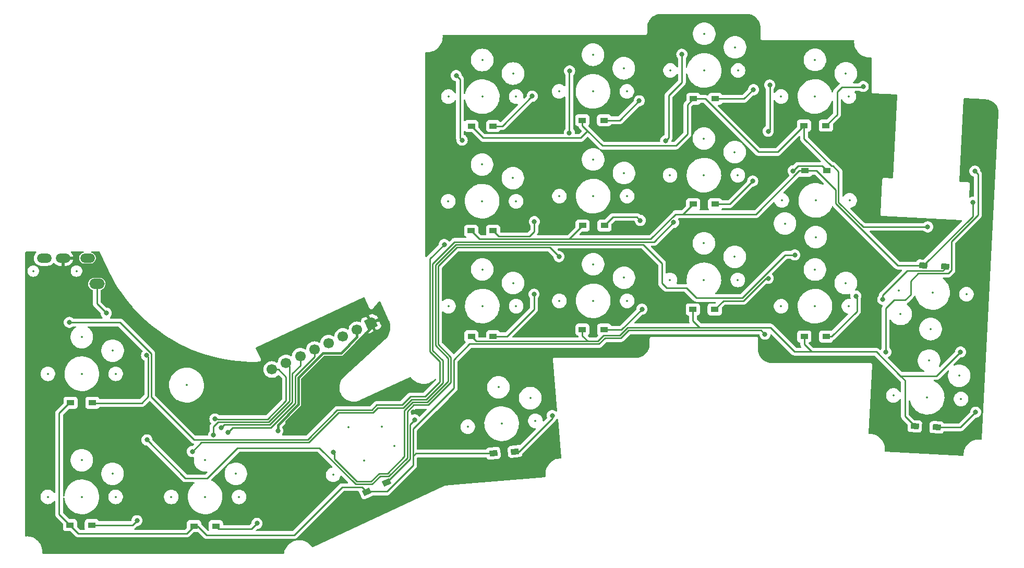
<source format=gtl>
%TF.GenerationSoftware,KiCad,Pcbnew,7.0.7*%
%TF.CreationDate,2024-10-24T22:54:22+09:00*%
%TF.ProjectId,evoroll,65766f72-6f6c-46c2-9e6b-696361645f70,rev?*%
%TF.SameCoordinates,Original*%
%TF.FileFunction,Copper,L1,Top*%
%TF.FilePolarity,Positive*%
%FSLAX46Y46*%
G04 Gerber Fmt 4.6, Leading zero omitted, Abs format (unit mm)*
G04 Created by KiCad (PCBNEW 7.0.7) date 2024-10-24 22:54:22*
%MOMM*%
%LPD*%
G01*
G04 APERTURE LIST*
G04 Aperture macros list*
%AMHorizOval*
0 Thick line with rounded ends*
0 $1 width*
0 $2 $3 position (X,Y) of the first rounded end (center of the circle)*
0 $4 $5 position (X,Y) of the second rounded end (center of the circle)*
0 Add line between two ends*
20,1,$1,$2,$3,$4,$5,0*
0 Add two circle primitives to create the rounded ends*
1,1,$1,$2,$3*
1,1,$1,$4,$5*%
%AMRotRect*
0 Rectangle, with rotation*
0 The origin of the aperture is its center*
0 $1 length*
0 $2 width*
0 $3 Rotation angle, in degrees counterclockwise*
0 Add horizontal line*
21,1,$1,$2,0,0,$3*%
%AMOutline5P*
0 Free polygon, 5 corners , with rotation*
0 The origin of the aperture is its center*
0 number of corners: always 5*
0 $1 to $10 corner X, Y*
0 $11 Rotation angle, in degrees counterclockwise*
0 create outline with 5 corners*
4,1,5,$1,$2,$3,$4,$5,$6,$7,$8,$9,$10,$1,$2,$11*%
%AMOutline6P*
0 Free polygon, 6 corners , with rotation*
0 The origin of the aperture is its center*
0 number of corners: always 6*
0 $1 to $12 corner X, Y*
0 $13 Rotation angle, in degrees counterclockwise*
0 create outline with 6 corners*
4,1,6,$1,$2,$3,$4,$5,$6,$7,$8,$9,$10,$11,$12,$1,$2,$13*%
%AMOutline7P*
0 Free polygon, 7 corners , with rotation*
0 The origin of the aperture is its center*
0 number of corners: always 7*
0 $1 to $14 corner X, Y*
0 $15 Rotation angle, in degrees counterclockwise*
0 create outline with 7 corners*
4,1,7,$1,$2,$3,$4,$5,$6,$7,$8,$9,$10,$11,$12,$13,$14,$1,$2,$15*%
%AMOutline8P*
0 Free polygon, 8 corners , with rotation*
0 The origin of the aperture is its center*
0 number of corners: always 8*
0 $1 to $16 corner X, Y*
0 $17 Rotation angle, in degrees counterclockwise*
0 create outline with 8 corners*
4,1,8,$1,$2,$3,$4,$5,$6,$7,$8,$9,$10,$11,$12,$13,$14,$15,$16,$1,$2,$17*%
G04 Aperture macros list end*
%TA.AperFunction,SMDPad,CuDef*%
%ADD10R,1.300000X0.950000*%
%TD*%
%TA.AperFunction,ComponentPad*%
%ADD11HorizOval,1.700000X0.000000X0.000000X0.000000X0.000000X0*%
%TD*%
%TA.AperFunction,ComponentPad*%
%ADD12Outline5P,-0.850000X0.510000X-0.510000X0.850000X0.850000X0.850000X0.850000X-0.850000X-0.850000X-0.850000X295.000000*%
%TD*%
%TA.AperFunction,SMDPad,CuDef*%
%ADD13RotRect,1.300000X0.950000X5.000000*%
%TD*%
%TA.AperFunction,ComponentPad*%
%ADD14O,2.500000X1.700000*%
%TD*%
%TA.AperFunction,ComponentPad*%
%ADD15O,2.400000X1.500000*%
%TD*%
%TA.AperFunction,SMDPad,CuDef*%
%ADD16RotRect,1.300000X0.950000X357.000000*%
%TD*%
%TA.AperFunction,SMDPad,CuDef*%
%ADD17RotRect,1.300000X0.950000X25.000000*%
%TD*%
%TA.AperFunction,ViaPad*%
%ADD18C,0.800000*%
%TD*%
%TA.AperFunction,Conductor*%
%ADD19C,0.400000*%
%TD*%
%TA.AperFunction,Conductor*%
%ADD20C,0.250000*%
%TD*%
%ADD21C,0.350000*%
%ADD22O,1.500000X1.000000*%
G04 APERTURE END LIST*
D10*
%TO.P,D10,1,K*%
%TO.N,row2*%
X87875000Y-74275000D03*
%TO.P,D10,2,A*%
%TO.N,Net-(D10-A)*%
X91425000Y-74275000D03*
%TD*%
%TO.P,D1,1,K*%
%TO.N,row0*%
X87875000Y-40150000D03*
%TO.P,D1,2,A*%
%TO.N,Net-(D1-A)*%
X91425000Y-40150000D03*
%TD*%
%TO.P,D6,1,K*%
%TO.N,row1*%
X105925000Y-56300000D03*
%TO.P,D6,2,A*%
%TO.N,Net-(D6-A)*%
X109475000Y-56300000D03*
%TD*%
D11*
%TO.P,J1,8,Pin_8*%
%TO.N,CS*%
X55497979Y-79673451D03*
%TO.P,J1,7,Pin_7*%
%TO.N,MISO*%
X57800000Y-78600000D03*
%TO.P,J1,6,Pin_6*%
%TO.N,MOSI*%
X60102022Y-77526550D03*
%TO.P,J1,5,Pin_5*%
%TO.N,SCLK*%
X62404044Y-76453100D03*
%TO.P,J1,4,Pin_4*%
%TO.N,unconnected-(J1-Pin_4-Pad4)*%
X64706066Y-75379649D03*
%TO.P,J1,3,Pin_3*%
%TO.N,unconnected-(J1-Pin_3-Pad3)*%
X67008087Y-74306199D03*
%TO.P,J1,2,Pin_2*%
%TO.N,3V3*%
X69310109Y-73232748D03*
D12*
%TO.P,J1,1,Pin_1*%
%TO.N,GND*%
X71612131Y-72159298D03*
%TD*%
D13*
%TO.P,D19,1,K*%
%TO.N,row3*%
X91431754Y-93279701D03*
%TO.P,D19,2,A*%
%TO.N,Net-(D19-A)*%
X94968246Y-92970299D03*
%TD*%
D10*
%TO.P,D12,1,K*%
%TO.N,row2*%
X123825000Y-69925000D03*
%TO.P,D12,2,A*%
%TO.N,Net-(D12-A)*%
X127375000Y-69925000D03*
%TD*%
%TO.P,D16,1,K*%
%TO.N,row3*%
X22728200Y-104942800D03*
%TO.P,D16,2,A*%
%TO.N,Net-(D16-A)*%
X26278200Y-104942800D03*
%TD*%
D14*
%TO.P,J2,A*%
%TO.N,data-tx-r*%
X27082200Y-65785000D03*
D15*
%TO.P,J2,B*%
%TO.N,data-rx-r*%
X18582200Y-61585000D03*
%TO.P,J2,C*%
%TO.N,GND*%
X21582200Y-61585000D03*
%TO.P,J2,D*%
%TO.N,VCC*%
X25582200Y-61585000D03*
%TD*%
D10*
%TO.P,D5,1,K*%
%TO.N,row1*%
X87850000Y-57150000D03*
%TO.P,D5,2,A*%
%TO.N,Net-(D5-A)*%
X91400000Y-57150000D03*
%TD*%
%TO.P,D7,1,K*%
%TO.N,row1*%
X123875000Y-52825000D03*
%TO.P,D7,2,A*%
%TO.N,Net-(D7-A)*%
X127425000Y-52825000D03*
%TD*%
D16*
%TO.P,D9,1,K*%
%TO.N,row1*%
X161227433Y-62807104D03*
%TO.P,D9,2,A*%
%TO.N,Net-(D9-A)*%
X164772567Y-62992896D03*
%TD*%
D10*
%TO.P,D8,1,K*%
%TO.N,row1*%
X142025000Y-47416790D03*
%TO.P,D8,2,A*%
%TO.N,Net-(D8-A)*%
X145575000Y-47416790D03*
%TD*%
%TO.P,D4,1,K*%
%TO.N,row0*%
X141875000Y-40083211D03*
%TO.P,D4,2,A*%
%TO.N,Net-(D4-A)*%
X145425000Y-40083211D03*
%TD*%
%TO.P,D2,1,K*%
%TO.N,row0*%
X105875000Y-39208211D03*
%TO.P,D2,2,A*%
%TO.N,Net-(D2-A)*%
X109425000Y-39208211D03*
%TD*%
%TO.P,D15,1,K*%
%TO.N,row3*%
X22829800Y-85059211D03*
%TO.P,D15,2,A*%
%TO.N,Net-(D15-A)*%
X26379800Y-85059211D03*
%TD*%
D17*
%TO.P,D18,1,K*%
%TO.N,row3*%
X70866304Y-99525147D03*
%TO.P,D18,2,A*%
%TO.N,Net-(D18-A)*%
X74083696Y-98024853D03*
%TD*%
D16*
%TO.P,D14,1,K*%
%TO.N,row2*%
X159852433Y-88882104D03*
%TO.P,D14,2,A*%
%TO.N,Net-(D14-A)*%
X163397567Y-89067896D03*
%TD*%
D10*
%TO.P,D17,1,K*%
%TO.N,row3*%
X42870400Y-105095200D03*
%TO.P,D17,2,A*%
%TO.N,Net-(D17-A)*%
X46420400Y-105095200D03*
%TD*%
%TO.P,D13,1,K*%
%TO.N,row2*%
X141900000Y-74308211D03*
%TO.P,D13,2,A*%
%TO.N,Net-(D13-A)*%
X145450000Y-74308211D03*
%TD*%
%TO.P,D11,1,K*%
%TO.N,row2*%
X105900000Y-73200000D03*
%TO.P,D11,2,A*%
%TO.N,Net-(D11-A)*%
X109450000Y-73200000D03*
%TD*%
%TO.P,D3,1,K*%
%TO.N,row0*%
X123925000Y-35733211D03*
%TO.P,D3,2,A*%
%TO.N,Net-(D3-A)*%
X127475000Y-35733211D03*
%TD*%
D18*
%TO.N,row0*%
X161950000Y-56525000D03*
%TO.N,Net-(D1-A)*%
X97750000Y-35300000D03*
%TO.N,Net-(D2-A)*%
X115125000Y-36050000D03*
%TO.N,Net-(D3-A)*%
X133675000Y-34250000D03*
%TO.N,row1*%
X169241616Y-52534974D03*
%TO.N,row2*%
X167275000Y-76825000D03*
%TO.N,GND*%
X97934600Y-77790200D03*
X78425000Y-86575000D03*
X151825000Y-62000000D03*
X100550000Y-48625000D03*
X168250000Y-40600000D03*
X168900000Y-64225000D03*
X158500000Y-73075000D03*
X58666200Y-89626600D03*
X97675000Y-63500000D03*
X153800000Y-72725000D03*
X141200000Y-44025000D03*
X116500000Y-26775000D03*
X84400000Y-49300000D03*
X164000000Y-56550000D03*
%TO.N,3V3*%
X56475000Y-89625000D03*
%TO.N,row3*%
X169593902Y-47466364D03*
X135525000Y-73950000D03*
X155150000Y-76825000D03*
%TO.N,SCLK*%
X48341499Y-89856332D03*
%TO.N,MOSI*%
X47300000Y-89125000D03*
%TO.N,MISO*%
X46037701Y-90312299D03*
%TO.N,CS*%
X46257204Y-87693198D03*
%TO.N,col0*%
X86375000Y-42425000D03*
X22625000Y-72025000D03*
X85425000Y-31950000D03*
X83475000Y-59400000D03*
%TO.N,col1*%
X103825000Y-31200000D03*
X35225000Y-91100000D03*
X102100000Y-61344500D03*
X103775000Y-41250000D03*
%TO.N,col2*%
X119425000Y-42525000D03*
X120700000Y-55800000D03*
X122050000Y-28500000D03*
X42600000Y-92975000D03*
%TO.N,Net-(D4-A)*%
X151475000Y-33725000D03*
%TO.N,Net-(D5-A)*%
X98100000Y-55675000D03*
%TO.N,Net-(D6-A)*%
X115300000Y-55475000D03*
%TO.N,Net-(D7-A)*%
X133550000Y-49075000D03*
%TO.N,Net-(D8-A)*%
X140096096Y-47421096D03*
%TO.N,Net-(D9-A)*%
X154650000Y-68300000D03*
%TO.N,Net-(D10-A)*%
X98050000Y-67450000D03*
%TO.N,Net-(D11-A)*%
X115575000Y-69875000D03*
%TO.N,Net-(D12-A)*%
X136049799Y-64874799D03*
%TO.N,Net-(D13-A)*%
X150275000Y-67750000D03*
%TO.N,Net-(D14-A)*%
X169725000Y-86600000D03*
%TO.N,Net-(D15-A)*%
X35171200Y-77383800D03*
%TO.N,Net-(D16-A)*%
X33600000Y-104200000D03*
%TO.N,Net-(D17-A)*%
X53075000Y-104650000D03*
%TO.N,Net-(D18-A)*%
X78675000Y-87825000D03*
%TO.N,Net-(D19-A)*%
X101000000Y-87150000D03*
%TO.N,data-tx-r*%
X28618000Y-70525800D03*
%TO.N,col3*%
X136050000Y-41000000D03*
X136300000Y-33500000D03*
X65447168Y-93122168D03*
X140375000Y-61075000D03*
%TD*%
D19*
%TO.N,GND*%
X71612131Y-72961397D02*
X71612131Y-72159298D01*
X60400000Y-81234188D02*
X64034188Y-77600000D01*
X60400000Y-85591728D02*
X60400000Y-81234188D01*
X57875000Y-88116728D02*
X60400000Y-85591728D01*
X57875000Y-88835400D02*
X57875000Y-88116728D01*
X64034188Y-77600000D02*
X66973528Y-77600000D01*
X66973528Y-77600000D02*
X71612131Y-72961397D01*
X58666200Y-89626600D02*
X57875000Y-88835400D01*
%TO.N,3V3*%
X69310109Y-74414891D02*
X69310109Y-73232748D01*
X63785660Y-77000000D02*
X66725000Y-77000000D01*
X59800000Y-80985660D02*
X63785660Y-77000000D01*
X56475000Y-89625000D02*
X56475000Y-88668200D01*
X56475000Y-88668200D02*
X59800000Y-85343200D01*
X59800000Y-85343200D02*
X59800000Y-80985660D01*
X66725000Y-77000000D02*
X69310109Y-74414891D01*
D20*
%TO.N,SCLK*%
X62404044Y-77639154D02*
X62404044Y-76453100D01*
X59275000Y-85125738D02*
X59275000Y-80768198D01*
X55325738Y-89075000D02*
X59275000Y-85125738D01*
X49122831Y-89075000D02*
X55325738Y-89075000D01*
X48341499Y-89856332D02*
X49122831Y-89075000D01*
X59275000Y-80768198D02*
X62404044Y-77639154D01*
%TO.N,MOSI*%
X60102022Y-79047978D02*
X60102022Y-77526550D01*
X55139342Y-88625000D02*
X58825000Y-84939342D01*
X47800000Y-88625000D02*
X55139342Y-88625000D01*
X58825000Y-80325000D02*
X60102022Y-79047978D01*
X47300000Y-89125000D02*
X47800000Y-88625000D01*
X58825000Y-84939342D02*
X58825000Y-80325000D01*
%TO.N,CS*%
X57800000Y-80875000D02*
X56598451Y-79673451D01*
X56598451Y-79673451D02*
X55476550Y-79673451D01*
X55476550Y-79673451D02*
X55460848Y-79689153D01*
X54766550Y-87725000D02*
X57800000Y-84691550D01*
X46645406Y-87693198D02*
X46677208Y-87725000D01*
X46677208Y-87725000D02*
X54766550Y-87725000D01*
X46257204Y-87693198D02*
X46645406Y-87693198D01*
X57800000Y-84691550D02*
X57800000Y-80875000D01*
%TO.N,MISO*%
X58336000Y-84791946D02*
X58336000Y-79136000D01*
X46800000Y-88175000D02*
X54952946Y-88175000D01*
X54952946Y-88175000D02*
X58336000Y-84791946D01*
X46037701Y-88937299D02*
X46800000Y-88175000D01*
X58336000Y-79136000D02*
X57800000Y-78600000D01*
X46037701Y-90312299D02*
X46037701Y-88937299D01*
%TO.N,row0*%
X147450000Y-52508604D02*
X147450000Y-47516790D01*
X109125000Y-43325000D02*
X121100000Y-43325000D01*
X161950000Y-56525000D02*
X151466396Y-56525000D01*
X105625000Y-42075000D02*
X106750000Y-40950000D01*
X87875000Y-40150000D02*
X89800000Y-42075000D01*
X105875000Y-39208211D02*
X105875000Y-40075000D01*
X151466396Y-56525000D02*
X147450000Y-52508604D01*
X147450000Y-47516790D02*
X146550000Y-46616790D01*
X105875000Y-40075000D02*
X106750000Y-40950000D01*
X141875000Y-42175000D02*
X141875000Y-40083211D01*
X122950000Y-41475000D02*
X122950000Y-36708211D01*
X89800000Y-42075000D02*
X105625000Y-42075000D01*
X137608211Y-44350000D02*
X141875000Y-40083211D01*
X106750000Y-40950000D02*
X109125000Y-43325000D01*
X121100000Y-43325000D02*
X122950000Y-41475000D01*
X146550000Y-46616790D02*
X146316790Y-46616790D01*
X123925000Y-35733211D02*
X125833211Y-35733211D01*
X122950000Y-36708211D02*
X123925000Y-35733211D01*
X134450000Y-44350000D02*
X137608211Y-44350000D01*
X146316790Y-46616790D02*
X141875000Y-42175000D01*
X125833211Y-35733211D02*
X134450000Y-44350000D01*
%TO.N,Net-(D1-A)*%
X92900000Y-40150000D02*
X91425000Y-40150000D01*
X97750000Y-35300000D02*
X92900000Y-40150000D01*
%TO.N,Net-(D2-A)*%
X115125000Y-36050000D02*
X111966789Y-39208211D01*
X111966789Y-39208211D02*
X109425000Y-39208211D01*
%TO.N,Net-(D3-A)*%
X133675000Y-34250000D02*
X133675000Y-34200000D01*
X127475000Y-35733211D02*
X132141789Y-35733211D01*
X132141789Y-35733211D02*
X133625000Y-34250000D01*
X133625000Y-34250000D02*
X133675000Y-34250000D01*
X133675000Y-34200000D02*
X133625000Y-34250000D01*
%TO.N,row1*%
X105925000Y-56300000D02*
X103725000Y-58500000D01*
X134086790Y-54455000D02*
X122245000Y-54455000D01*
X123875000Y-52825000D02*
X122245000Y-54455000D01*
X103725000Y-58500000D02*
X89200000Y-58500000D01*
X116974695Y-58500000D02*
X103600000Y-58500000D01*
X143891790Y-47416790D02*
X142025000Y-47416790D01*
X142025000Y-47416790D02*
X141125000Y-47416790D01*
X161227433Y-62807104D02*
X157112104Y-62807104D01*
X147000000Y-52695000D02*
X147000000Y-50525000D01*
X121019695Y-54455000D02*
X116974695Y-58500000D01*
X147000000Y-50525000D02*
X143891790Y-47416790D01*
X89200000Y-58500000D02*
X87850000Y-57150000D01*
X169241616Y-54792921D02*
X161227433Y-62807104D01*
X141125000Y-47416790D02*
X134086790Y-54455000D01*
X157112104Y-62807104D02*
X147000000Y-52695000D01*
X169241616Y-52534974D02*
X169241616Y-54792921D01*
X122245000Y-54455000D02*
X121019695Y-54455000D01*
%TO.N,row2*%
X140325000Y-76775000D02*
X143075000Y-76775000D01*
X111961396Y-74125000D02*
X113236396Y-72850000D01*
X123825000Y-69925000D02*
X123825000Y-71750000D01*
X109375000Y-74125000D02*
X111961396Y-74125000D01*
X108425000Y-75075000D02*
X109375000Y-74125000D01*
X105900000Y-74200000D02*
X106775000Y-75075000D01*
X163387500Y-80712500D02*
X167275000Y-76825000D01*
X124925000Y-72850000D02*
X136400000Y-72850000D01*
X136400000Y-72850000D02*
X140325000Y-76775000D01*
X141900000Y-74308211D02*
X141900000Y-75600000D01*
X123825000Y-71750000D02*
X124925000Y-72850000D01*
X143075000Y-76775000D02*
X153575000Y-76775000D01*
X113236396Y-72850000D02*
X124925000Y-72850000D01*
X141900000Y-75600000D02*
X143075000Y-76775000D01*
X153575000Y-76775000D02*
X157512500Y-80712500D01*
X157512500Y-80712500D02*
X163387500Y-80712500D01*
X158250000Y-87279671D02*
X159852433Y-88882104D01*
X105900000Y-73200000D02*
X105900000Y-74200000D01*
X158250000Y-81450000D02*
X158250000Y-87279671D01*
X157512500Y-80712500D02*
X158250000Y-81450000D01*
X87875000Y-74275000D02*
X88675000Y-75075000D01*
X88675000Y-75075000D02*
X108425000Y-75075000D01*
%TO.N,row3*%
X91431754Y-93279701D02*
X78895299Y-93279701D01*
X70916451Y-99475000D02*
X70866304Y-99525147D01*
X85018299Y-78106701D02*
X85018299Y-82706701D01*
X134875000Y-73300000D02*
X113422792Y-73300000D01*
X160384529Y-64090471D02*
X165267228Y-64090471D01*
X109561396Y-74575000D02*
X108611396Y-75525000D01*
X22669789Y-85059211D02*
X20972600Y-86756400D01*
X78895299Y-93279701D02*
X78425000Y-93750000D01*
X108611396Y-75525000D02*
X87600000Y-75525000D01*
X74175000Y-99475000D02*
X70916451Y-99475000D01*
X112147792Y-74575000D02*
X109561396Y-74575000D01*
X170100000Y-54570933D02*
X170100000Y-47972462D01*
X156482028Y-68400000D02*
X158275000Y-68400000D01*
X22829800Y-85059211D02*
X22669789Y-85059211D01*
X78425000Y-89300000D02*
X78425000Y-95225000D01*
X42870400Y-105095200D02*
X43470200Y-105095200D01*
X70116157Y-98775000D02*
X70866304Y-99525147D01*
X24085400Y-106300000D02*
X41665600Y-106300000D01*
X113422792Y-73300000D02*
X112147792Y-74575000D01*
X170100000Y-47972462D02*
X169593902Y-47466364D01*
X159175000Y-67500000D02*
X159175000Y-65300000D01*
X155150000Y-76825000D02*
X155125000Y-76800000D01*
X165800000Y-58870933D02*
X170100000Y-54570933D01*
X87600000Y-75525000D02*
X85018299Y-78106701D01*
X59141401Y-106525000D02*
X66891401Y-98775000D01*
X165267228Y-64090471D02*
X165800000Y-63557699D01*
X158275000Y-68400000D02*
X159175000Y-67500000D01*
X66891401Y-98775000D02*
X70116157Y-98775000D01*
X135525000Y-73950000D02*
X134875000Y-73300000D01*
X78425000Y-95225000D02*
X74175000Y-99475000D01*
X44900000Y-106525000D02*
X59141401Y-106525000D01*
X20972600Y-103187200D02*
X22728200Y-104942800D01*
X165800000Y-63557699D02*
X165800000Y-58870933D01*
X85018299Y-82706701D02*
X78425000Y-89300000D01*
X20972600Y-86756400D02*
X20972600Y-103187200D01*
X155125000Y-76800000D02*
X155125000Y-69757028D01*
X22728200Y-104942800D02*
X24085400Y-106300000D01*
X159175000Y-65300000D02*
X160384529Y-64090471D01*
X43470200Y-105095200D02*
X44900000Y-106525000D01*
X155125000Y-69757028D02*
X156482028Y-68400000D01*
X41665600Y-106300000D02*
X42870400Y-105095200D01*
%TO.N,col0*%
X82768299Y-78406359D02*
X82768299Y-81654491D01*
X81150000Y-61725000D02*
X81150000Y-76788060D01*
X30837705Y-72025000D02*
X22625000Y-72025000D01*
X82768299Y-81654491D02*
X80362590Y-84060200D01*
X86025000Y-32550000D02*
X85425000Y-31950000D01*
X80362590Y-84060200D02*
X77995212Y-84060200D01*
X83475000Y-59400000D02*
X81150000Y-61725000D01*
X86375000Y-42425000D02*
X86025000Y-42075000D01*
X72527208Y-85425000D02*
X71703808Y-86248400D01*
X66107004Y-86248400D02*
X61318105Y-91037299D01*
X77995212Y-84060200D02*
X76630412Y-85425000D01*
X35896200Y-77083495D02*
X30837705Y-72025000D01*
X86025000Y-42075000D02*
X86025000Y-32550000D01*
X42830299Y-91037299D02*
X35896200Y-84103200D01*
X71703808Y-86248400D02*
X66107004Y-86248400D01*
X76630412Y-85425000D02*
X72527208Y-85425000D01*
X61318105Y-91037299D02*
X42830299Y-91037299D01*
X81150000Y-76788060D02*
X82768299Y-78406359D01*
X35896200Y-84103200D02*
X35896200Y-77083495D01*
%TO.N,col1*%
X103775000Y-41250000D02*
X103775000Y-31250000D01*
X80921778Y-85410200D02*
X78554400Y-85410200D01*
X82500000Y-75592476D02*
X84568299Y-77660775D01*
X78554400Y-85410200D02*
X77475000Y-86489600D01*
X74477498Y-96994655D02*
X73080345Y-96994655D01*
X73080345Y-96994655D02*
X71775000Y-98300000D01*
X49923800Y-92400000D02*
X45001000Y-97322800D01*
X41447800Y-97322800D02*
X35225000Y-91100000D01*
X82500000Y-62872792D02*
X82500000Y-75592476D01*
X85522792Y-59850000D02*
X82500000Y-62872792D01*
X84568299Y-81763679D02*
X80921778Y-85410200D01*
X103775000Y-31250000D02*
X103825000Y-31200000D01*
X77475000Y-93997153D02*
X74477498Y-96994655D01*
X63200000Y-92400000D02*
X49923800Y-92400000D01*
X84568299Y-77660775D02*
X84568299Y-81763679D01*
X69100000Y-98300000D02*
X63200000Y-92400000D01*
X45001000Y-97322800D02*
X41447800Y-97322800D01*
X71775000Y-98300000D02*
X69100000Y-98300000D01*
X77475000Y-86489600D02*
X77475000Y-93997153D01*
X100605500Y-59850000D02*
X85522792Y-59850000D01*
X102100000Y-61344500D02*
X100605500Y-59850000D01*
%TO.N,col2*%
X83218299Y-81840887D02*
X80548986Y-84510200D01*
X44087701Y-91487299D02*
X42600000Y-92975000D01*
X85150000Y-58950000D02*
X81600000Y-62500000D01*
X76816808Y-85875000D02*
X72713604Y-85875000D01*
X81600000Y-62500000D02*
X81600000Y-76601664D01*
X71890204Y-86698400D02*
X66293400Y-86698400D01*
X117550000Y-58950000D02*
X85150000Y-58950000D01*
X119425000Y-42525000D02*
X119875000Y-42075000D01*
X72713604Y-85875000D02*
X71890204Y-86698400D01*
X120700000Y-55800000D02*
X117550000Y-58950000D01*
X119875000Y-35208646D02*
X122050000Y-33033646D01*
X83218299Y-78219963D02*
X83218299Y-81840887D01*
X80548986Y-84510200D02*
X78181608Y-84510200D01*
X81600000Y-76601664D02*
X83218299Y-78219963D01*
X61504501Y-91487299D02*
X44087701Y-91487299D01*
X119875000Y-42075000D02*
X119875000Y-35208646D01*
X122050000Y-33033646D02*
X122050000Y-28500000D01*
X66293400Y-86698400D02*
X61504501Y-91487299D01*
X78181608Y-84510200D02*
X76816808Y-85875000D01*
%TO.N,Net-(D4-A)*%
X145425000Y-40083211D02*
X147225000Y-38283211D01*
X147225000Y-38283211D02*
X147225000Y-34600000D01*
X151375000Y-33825000D02*
X151475000Y-33725000D01*
X147225000Y-34600000D02*
X148000000Y-33825000D01*
X148000000Y-33825000D02*
X151375000Y-33825000D01*
%TO.N,Net-(D5-A)*%
X97300000Y-58050000D02*
X98100000Y-57250000D01*
X91400000Y-57150000D02*
X92300000Y-58050000D01*
X98100000Y-57250000D02*
X98100000Y-55675000D01*
X92300000Y-58050000D02*
X97300000Y-58050000D01*
%TO.N,Net-(D6-A)*%
X110870000Y-54905000D02*
X114730000Y-54905000D01*
X109475000Y-56300000D02*
X110870000Y-54905000D01*
X114730000Y-54905000D02*
X115300000Y-55475000D01*
%TO.N,Net-(D7-A)*%
X127425000Y-52825000D02*
X129800000Y-52825000D01*
X129800000Y-52825000D02*
X133550000Y-49075000D01*
%TO.N,Net-(D8-A)*%
X144775000Y-46616790D02*
X145575000Y-47416790D01*
X140900402Y-46616790D02*
X144775000Y-46616790D01*
X140096096Y-47421096D02*
X140900402Y-46616790D01*
%TO.N,Net-(D9-A)*%
X164384529Y-63640471D02*
X158629757Y-63640471D01*
X164772567Y-62992896D02*
X164772567Y-63252433D01*
X158629757Y-63640471D02*
X154650000Y-67620228D01*
X164772567Y-63252433D02*
X164384529Y-63640471D01*
X154650000Y-67620228D02*
X154650000Y-68300000D01*
%TO.N,Net-(D10-A)*%
X98050000Y-67450000D02*
X98050000Y-69875000D01*
X98050000Y-69875000D02*
X93650000Y-74275000D01*
X93650000Y-74275000D02*
X91425000Y-74275000D01*
%TO.N,Net-(D11-A)*%
X112250000Y-73200000D02*
X115575000Y-69875000D01*
X109450000Y-73200000D02*
X112250000Y-73200000D01*
%TO.N,Net-(D12-A)*%
X127375000Y-69925000D02*
X128795000Y-68505000D01*
X135661597Y-64874799D02*
X136049799Y-64874799D01*
X128795000Y-68505000D02*
X132031396Y-68505000D01*
X132031396Y-68505000D02*
X135661597Y-64874799D01*
%TO.N,Net-(D13-A)*%
X150455900Y-67930900D02*
X150455900Y-70202311D01*
X150275000Y-67750000D02*
X150350000Y-67675000D01*
X150275000Y-67750000D02*
X150455900Y-67930900D01*
X146350000Y-74308211D02*
X145450000Y-74308211D01*
X150455900Y-70202311D02*
X146350000Y-74308211D01*
%TO.N,Net-(D14-A)*%
X163397567Y-89067896D02*
X167257104Y-89067896D01*
X167257104Y-89067896D02*
X169725000Y-86600000D01*
%TO.N,Net-(D15-A)*%
X34383800Y-85105400D02*
X26425989Y-85105400D01*
X35446200Y-77658800D02*
X35446200Y-84043000D01*
X35446200Y-84043000D02*
X34383800Y-85105400D01*
X26425989Y-85105400D02*
X26379800Y-85059211D01*
X35171200Y-77383800D02*
X35446200Y-77658800D01*
%TO.N,Net-(D16-A)*%
X26278200Y-104942800D02*
X26303600Y-104917400D01*
X26303600Y-104917400D02*
X32882600Y-104917400D01*
X32882600Y-104917400D02*
X33600000Y-104200000D01*
%TO.N,Net-(D17-A)*%
X53075000Y-104650000D02*
X52175000Y-105550000D01*
X52175000Y-105550000D02*
X46875200Y-105550000D01*
X46875200Y-105550000D02*
X46420400Y-105095200D01*
%TO.N,Net-(D18-A)*%
X77925000Y-88575000D02*
X77925000Y-94183549D01*
X77925000Y-94183549D02*
X74083696Y-98024853D01*
X78675000Y-87825000D02*
X77925000Y-88575000D01*
%TO.N,Net-(D19-A)*%
X95620729Y-92970299D02*
X101000000Y-87591028D01*
X94968246Y-92970299D02*
X95620729Y-92970299D01*
X101000000Y-87591028D02*
X101000000Y-87150000D01*
%TO.N,data-tx-r*%
X27082200Y-68990000D02*
X27082200Y-65785000D01*
X28618000Y-70525800D02*
X27082200Y-68990000D01*
%TO.N,col3*%
X122787254Y-66430900D02*
X119584079Y-66430900D01*
X82050000Y-62686396D02*
X82050000Y-75778872D01*
X136050000Y-41000000D02*
X136300000Y-40750000D01*
X119584079Y-66430900D02*
X118819100Y-65665921D01*
X84118299Y-77847171D02*
X84118299Y-81577283D01*
X71588604Y-97850000D02*
X69286396Y-97850000D01*
X82050000Y-75778872D02*
X84118299Y-77847171D01*
X140375000Y-61075000D02*
X138825000Y-61075000D01*
X69286396Y-97850000D02*
X65625000Y-94188604D01*
X115788604Y-59400000D02*
X85336396Y-59400000D01*
X65625000Y-93300000D02*
X65447168Y-93122168D01*
X80735382Y-84960200D02*
X78368004Y-84960200D01*
X84118299Y-81577283D02*
X80735382Y-84960200D01*
X118819100Y-65665921D02*
X118819100Y-62430496D01*
X138825000Y-61075000D02*
X131845000Y-68055000D01*
X77025000Y-93810757D02*
X74291102Y-96544655D01*
X74291102Y-96544655D02*
X72893949Y-96544655D01*
X124411354Y-68055000D02*
X122787254Y-66430900D01*
X72893949Y-96544655D02*
X71588604Y-97850000D01*
X78368004Y-84960200D02*
X77025000Y-86303204D01*
X136300000Y-40750000D02*
X136300000Y-33500000D01*
X65625000Y-94188604D02*
X65625000Y-93300000D01*
X118819100Y-62430496D02*
X115788604Y-59400000D01*
X85336396Y-59400000D02*
X82050000Y-62686396D01*
X131845000Y-68055000D02*
X124411354Y-68055000D01*
X77025000Y-86303204D02*
X77025000Y-93810757D01*
%TD*%
%TA.AperFunction,Conductor*%
%TO.N,GND*%
G36*
X171165186Y-35804838D02*
G01*
X171326535Y-35813294D01*
X171326570Y-35813299D01*
X171351371Y-35814598D01*
X171384984Y-35816358D01*
X171388707Y-35816667D01*
X171501332Y-35829419D01*
X171647053Y-35845920D01*
X171654416Y-35847208D01*
X171892488Y-35903852D01*
X171905521Y-35906953D01*
X171912687Y-35909123D01*
X172154755Y-35998699D01*
X172161604Y-36001716D01*
X172391100Y-36119813D01*
X172397544Y-36123638D01*
X172611136Y-36268540D01*
X172617070Y-36273112D01*
X172803137Y-36435295D01*
X172811631Y-36442698D01*
X172816972Y-36447954D01*
X172989675Y-36639757D01*
X172994344Y-36645619D01*
X173142669Y-36856845D01*
X173146595Y-36863223D01*
X173229779Y-37018662D01*
X173268380Y-37090791D01*
X173271505Y-37097587D01*
X173361988Y-37330499D01*
X173364971Y-37338178D01*
X173367258Y-37345314D01*
X173431039Y-37595407D01*
X173432449Y-37602767D01*
X173465619Y-37858731D01*
X173466132Y-37866208D01*
X173468219Y-38125905D01*
X173468136Y-38129648D01*
X173465331Y-38183167D01*
X173465331Y-38183184D01*
X170701145Y-90927007D01*
X170677979Y-90992924D01*
X170622853Y-91035853D01*
X170565838Y-91043985D01*
X170386196Y-91027285D01*
X170349337Y-91023859D01*
X170349336Y-91023859D01*
X170349325Y-91023858D01*
X170054138Y-91031318D01*
X170054127Y-91031318D01*
X170054122Y-91031319D01*
X170054117Y-91031319D01*
X170054113Y-91031320D01*
X169761845Y-91073469D01*
X169761824Y-91073473D01*
X169476549Y-91149726D01*
X169476543Y-91149728D01*
X169202201Y-91259036D01*
X168942643Y-91399863D01*
X168701461Y-91570259D01*
X168701455Y-91570263D01*
X168701454Y-91570265D01*
X168627304Y-91637031D01*
X168481990Y-91767873D01*
X168287327Y-91989915D01*
X168287317Y-91989928D01*
X168120133Y-92233343D01*
X168120125Y-92233357D01*
X167982753Y-92494752D01*
X167982746Y-92494767D01*
X167877096Y-92770501D01*
X167877091Y-92770517D01*
X167804620Y-93056795D01*
X167766345Y-93349606D01*
X167766344Y-93349620D01*
X167763732Y-93567035D01*
X167743243Y-93633833D01*
X167689893Y-93678950D01*
X167633251Y-93689375D01*
X155089615Y-93031992D01*
X155023698Y-93008826D01*
X154980769Y-92953700D01*
X154972637Y-92896691D01*
X154992760Y-92680174D01*
X154991920Y-92646983D01*
X154989167Y-92538135D01*
X154985293Y-92384971D01*
X154943137Y-92092699D01*
X154866879Y-91807419D01*
X154757578Y-91533095D01*
X154743647Y-91507419D01*
X154616755Y-91273543D01*
X154606506Y-91259036D01*
X154446362Y-91032362D01*
X154248772Y-90812912D01*
X154238696Y-90804078D01*
X154026739Y-90618248D01*
X154026729Y-90618240D01*
X153783321Y-90451053D01*
X153783320Y-90451052D01*
X153521925Y-90313671D01*
X153246184Y-90208007D01*
X153246182Y-90208006D01*
X153246181Y-90208006D01*
X153152421Y-90184266D01*
X152959915Y-90135525D01*
X152959916Y-90135525D01*
X152667126Y-90097239D01*
X152667108Y-90097237D01*
X152449691Y-90094614D01*
X152382894Y-90074122D01*
X152337779Y-90020770D01*
X152327357Y-89964133D01*
X152328411Y-89944015D01*
X152903677Y-78967272D01*
X152908242Y-78939827D01*
X152910498Y-78931896D01*
X152910499Y-78931894D01*
X152908154Y-78906596D01*
X152907970Y-78897336D01*
X152907872Y-78897340D01*
X152907642Y-78891617D01*
X152907643Y-78891609D01*
X152904762Y-78869985D01*
X152903996Y-78861723D01*
X152900133Y-78820027D01*
X152898788Y-78815300D01*
X152898703Y-78814891D01*
X152898462Y-78814157D01*
X152898243Y-78813388D01*
X152898078Y-78812986D01*
X152896548Y-78808327D01*
X152896548Y-78808325D01*
X152872417Y-78764366D01*
X152850056Y-78719459D01*
X152850052Y-78719456D01*
X152847089Y-78715531D01*
X152846856Y-78715171D01*
X152846358Y-78714564D01*
X152845897Y-78713954D01*
X152845611Y-78713652D01*
X152842486Y-78709841D01*
X152804104Y-78677568D01*
X152767031Y-78643771D01*
X152767029Y-78643770D01*
X152762819Y-78641163D01*
X152762493Y-78640927D01*
X152761854Y-78640566D01*
X152761183Y-78640150D01*
X152760787Y-78639963D01*
X152756493Y-78637536D01*
X152709059Y-78621312D01*
X152662270Y-78603186D01*
X152657425Y-78602281D01*
X152657017Y-78602173D01*
X152656264Y-78602064D01*
X152655498Y-78601921D01*
X152655071Y-78601890D01*
X152650199Y-78601179D01*
X152600097Y-78603187D01*
X136618630Y-78603187D01*
X136614885Y-78603074D01*
X136355377Y-78587371D01*
X136347938Y-78586468D01*
X136094063Y-78539939D01*
X136086787Y-78538146D01*
X135840377Y-78461357D01*
X135833371Y-78458700D01*
X135715693Y-78405737D01*
X135598009Y-78352770D01*
X135591381Y-78349291D01*
X135425355Y-78248925D01*
X135370499Y-78215763D01*
X135364344Y-78211515D01*
X135257876Y-78128103D01*
X135161166Y-78052335D01*
X135155557Y-78047366D01*
X134973049Y-77864860D01*
X134968080Y-77859252D01*
X134871849Y-77736425D01*
X134808902Y-77656081D01*
X134804652Y-77649925D01*
X134671119Y-77429040D01*
X134667644Y-77422419D01*
X134566467Y-77197626D01*
X134561710Y-77187057D01*
X134559052Y-77180050D01*
X134482258Y-76933629D01*
X134480468Y-76926372D01*
X134433934Y-76672484D01*
X134433033Y-76665056D01*
X134417356Y-76406035D01*
X134417243Y-76402289D01*
X134417243Y-74712903D01*
X134420304Y-74690963D01*
X134421144Y-74681894D01*
X134417508Y-74642651D01*
X134417243Y-74636928D01*
X134417243Y-74625843D01*
X134417052Y-74624821D01*
X134415204Y-74614940D01*
X134414414Y-74609272D01*
X134414152Y-74606449D01*
X134410778Y-74570027D01*
X134410778Y-74570026D01*
X134408291Y-74561286D01*
X134405093Y-74551746D01*
X134401804Y-74543257D01*
X134401804Y-74543254D01*
X134401802Y-74543251D01*
X134401801Y-74543248D01*
X134381055Y-74509743D01*
X134378273Y-74504751D01*
X134360701Y-74469459D01*
X134360699Y-74469457D01*
X134360698Y-74469455D01*
X134355218Y-74462198D01*
X134348804Y-74454473D01*
X134342659Y-74447732D01*
X134316221Y-74427768D01*
X134311203Y-74423978D01*
X134306797Y-74420319D01*
X134298967Y-74413181D01*
X134277676Y-74393771D01*
X134277674Y-74393770D01*
X134277672Y-74393768D01*
X134269975Y-74389002D01*
X134261133Y-74384077D01*
X134253007Y-74380030D01*
X134215109Y-74369247D01*
X134209678Y-74367427D01*
X134172915Y-74353186D01*
X134163979Y-74351516D01*
X134154000Y-74350124D01*
X134144950Y-74349285D01*
X134105707Y-74352922D01*
X134099984Y-74353187D01*
X117175958Y-74353187D01*
X117154000Y-74350124D01*
X117144950Y-74349285D01*
X117105707Y-74352922D01*
X117099984Y-74353187D01*
X117088894Y-74353187D01*
X117077999Y-74355223D01*
X117072331Y-74356014D01*
X117033082Y-74359651D01*
X117024387Y-74362125D01*
X117014751Y-74365355D01*
X117006306Y-74368626D01*
X116972803Y-74389370D01*
X116967801Y-74392157D01*
X116932513Y-74409729D01*
X116925290Y-74415183D01*
X116917494Y-74421657D01*
X116910787Y-74427772D01*
X116887043Y-74459213D01*
X116883385Y-74463619D01*
X116856828Y-74492751D01*
X116852065Y-74500443D01*
X116847128Y-74509307D01*
X116843086Y-74517425D01*
X116832302Y-74555326D01*
X116830482Y-74560757D01*
X116816242Y-74597514D01*
X116814572Y-74606449D01*
X116813180Y-74616432D01*
X116812341Y-74625479D01*
X116815978Y-74664722D01*
X116816243Y-74670445D01*
X116816243Y-75551794D01*
X116816130Y-75555541D01*
X116800423Y-75815052D01*
X116799520Y-75822491D01*
X116788044Y-75885103D01*
X116757803Y-76050098D01*
X116752992Y-76076345D01*
X116751198Y-76083620D01*
X116674405Y-76330037D01*
X116671747Y-76337044D01*
X116565820Y-76572391D01*
X116562337Y-76579026D01*
X116503709Y-76676006D01*
X116428808Y-76799904D01*
X116424558Y-76806060D01*
X116394925Y-76843884D01*
X116265379Y-77009232D01*
X116260410Y-77014840D01*
X116231105Y-77044145D01*
X116077913Y-77197334D01*
X116072304Y-77202304D01*
X115869132Y-77361476D01*
X115862965Y-77365733D01*
X115642087Y-77499257D01*
X115635452Y-77502740D01*
X115400105Y-77608662D01*
X115393098Y-77611319D01*
X115146692Y-77688105D01*
X115139417Y-77689898D01*
X114885546Y-77736425D01*
X114878107Y-77737328D01*
X114719864Y-77746903D01*
X114617870Y-77753074D01*
X114614141Y-77753187D01*
X101438516Y-77753187D01*
X101415107Y-77750957D01*
X101399652Y-77747986D01*
X101374497Y-77752554D01*
X101371237Y-77753000D01*
X101343700Y-77758148D01*
X101289089Y-77768066D01*
X101288480Y-77768303D01*
X101287677Y-77768608D01*
X101240555Y-77797784D01*
X101193266Y-77826730D01*
X101192618Y-77827322D01*
X101192147Y-77827746D01*
X101158714Y-77872019D01*
X101125112Y-77916043D01*
X101124813Y-77916645D01*
X101124436Y-77917390D01*
X101123076Y-77922171D01*
X101109261Y-77970723D01*
X101105078Y-77985144D01*
X101093823Y-78023944D01*
X101093755Y-78024684D01*
X101093679Y-78025451D01*
X101098797Y-78080679D01*
X101825576Y-86387805D01*
X101811809Y-86456305D01*
X101763194Y-86506488D01*
X101695165Y-86522421D01*
X101629322Y-86499046D01*
X101609900Y-86481587D01*
X101605869Y-86477110D01*
X101452734Y-86365851D01*
X101452729Y-86365848D01*
X101279807Y-86288857D01*
X101279802Y-86288855D01*
X101123340Y-86255599D01*
X101094646Y-86249500D01*
X100905354Y-86249500D01*
X100876660Y-86255599D01*
X100720197Y-86288855D01*
X100720192Y-86288857D01*
X100547270Y-86365848D01*
X100547265Y-86365851D01*
X100394129Y-86477111D01*
X100267466Y-86617785D01*
X100172821Y-86781715D01*
X100172818Y-86781722D01*
X100114327Y-86961740D01*
X100114326Y-86961744D01*
X100094540Y-87150000D01*
X100114326Y-87338256D01*
X100114327Y-87338259D01*
X100153099Y-87457588D01*
X100155094Y-87527429D01*
X100122849Y-87583587D01*
X99665729Y-88040708D01*
X99604406Y-88074193D01*
X99534715Y-88069209D01*
X99478781Y-88027338D01*
X99454364Y-87961873D01*
X99454048Y-87953027D01*
X99454048Y-87888529D01*
X99452726Y-87881457D01*
X99413817Y-87673311D01*
X99334724Y-87469150D01*
X99321363Y-87447572D01*
X99278469Y-87378295D01*
X99219464Y-87282999D01*
X99071962Y-87121196D01*
X98984600Y-87055224D01*
X98897241Y-86989253D01*
X98897233Y-86989248D01*
X98701250Y-86891660D01*
X98701247Y-86891659D01*
X98490660Y-86831742D01*
X98490657Y-86831741D01*
X98490655Y-86831741D01*
X98383016Y-86821767D01*
X98327264Y-86816601D01*
X98218032Y-86816601D01*
X98167973Y-86821239D01*
X98054640Y-86831741D01*
X98054636Y-86831741D01*
X98054636Y-86831742D01*
X98029352Y-86838936D01*
X97844045Y-86891660D01*
X97648062Y-86989248D01*
X97648054Y-86989253D01*
X97473335Y-87121195D01*
X97473334Y-87121196D01*
X97325832Y-87282999D01*
X97325830Y-87283001D01*
X97325829Y-87283003D01*
X97210572Y-87469148D01*
X97210571Y-87469150D01*
X97131482Y-87673303D01*
X97131479Y-87673311D01*
X97091248Y-87888528D01*
X97091248Y-88107474D01*
X97131479Y-88322691D01*
X97159128Y-88394062D01*
X97210568Y-88526843D01*
X97210572Y-88526853D01*
X97294136Y-88661813D01*
X97325832Y-88713003D01*
X97473334Y-88874806D01*
X97599021Y-88969720D01*
X97648054Y-89006748D01*
X97648062Y-89006753D01*
X97840936Y-89102793D01*
X97844049Y-89104343D01*
X98054636Y-89164260D01*
X98218032Y-89179401D01*
X98218035Y-89179401D01*
X98227673Y-89179401D01*
X98294712Y-89199086D01*
X98340467Y-89251890D01*
X98350411Y-89321048D01*
X98321386Y-89384604D01*
X98315354Y-89391082D01*
X95790669Y-91915766D01*
X95729346Y-91949251D01*
X95669950Y-91947603D01*
X95650430Y-91942207D01*
X95638385Y-91938877D01*
X95578443Y-91937687D01*
X95578440Y-91937687D01*
X95578429Y-91937687D01*
X94188017Y-92059334D01*
X94187999Y-92059337D01*
X94129185Y-92070914D01*
X93999231Y-92132771D01*
X93999230Y-92132771D01*
X93891972Y-92228735D01*
X93816094Y-92351025D01*
X93816091Y-92351032D01*
X93777742Y-92489742D01*
X93777741Y-92489747D01*
X93777742Y-92489747D01*
X93776636Y-92545537D01*
X93776553Y-92549700D01*
X93867694Y-93591445D01*
X93867697Y-93591464D01*
X93879274Y-93650278D01*
X93879275Y-93650281D01*
X93941129Y-93780226D01*
X93941130Y-93780228D01*
X93941132Y-93780231D01*
X93941134Y-93780233D01*
X94028738Y-93878150D01*
X94037095Y-93887490D01*
X94159389Y-93963370D01*
X94298107Y-94001721D01*
X94358049Y-94002911D01*
X94358060Y-94002909D01*
X94358062Y-94002910D01*
X95748474Y-93881263D01*
X95748476Y-93881262D01*
X95748483Y-93881262D01*
X95807308Y-93869683D01*
X95937260Y-93807827D01*
X96044519Y-93711863D01*
X96120399Y-93589570D01*
X96158750Y-93450851D01*
X96159939Y-93390910D01*
X96158926Y-93379335D01*
X96172690Y-93310836D01*
X96194770Y-93280846D01*
X101383788Y-88091829D01*
X101396042Y-88082014D01*
X101395859Y-88081792D01*
X101401866Y-88076820D01*
X101401877Y-88076814D01*
X101432775Y-88043910D01*
X101449227Y-88026392D01*
X101459671Y-88015946D01*
X101470120Y-88005499D01*
X101474379Y-88000006D01*
X101478152Y-87995589D01*
X101510062Y-87961610D01*
X101519715Y-87944048D01*
X101530389Y-87927798D01*
X101542673Y-87911964D01*
X101556443Y-87880141D01*
X101597364Y-87829068D01*
X101605871Y-87822888D01*
X101729732Y-87685326D01*
X101789216Y-87648679D01*
X101859073Y-87650009D01*
X101917122Y-87688896D01*
X101944932Y-87752993D01*
X101945408Y-87757493D01*
X102488306Y-93962851D01*
X102474539Y-94031351D01*
X102425924Y-94081534D01*
X102370595Y-94097521D01*
X102153406Y-94107721D01*
X102153391Y-94107722D01*
X101862100Y-94156194D01*
X101578526Y-94238613D01*
X101306619Y-94353835D01*
X101050175Y-94500249D01*
X101050170Y-94500252D01*
X100812732Y-94675834D01*
X100597608Y-94878141D01*
X100407788Y-95104358D01*
X100245912Y-95351343D01*
X100245909Y-95351348D01*
X100114226Y-95615665D01*
X100014563Y-95893649D01*
X99948311Y-96181416D01*
X99948308Y-96181438D01*
X99916384Y-96474998D01*
X99916384Y-96475009D01*
X99919232Y-96770285D01*
X99919233Y-96770296D01*
X99946903Y-96985964D01*
X99935909Y-97054964D01*
X99889357Y-97107066D01*
X99834718Y-97125272D01*
X86510446Y-98290995D01*
X83560383Y-98549092D01*
X83533906Y-98550862D01*
X83507429Y-98552632D01*
X83488179Y-98561608D01*
X83469106Y-98568661D01*
X83448660Y-98574365D01*
X83448658Y-98574366D01*
X83438693Y-98581811D01*
X83416889Y-98594850D01*
X62169164Y-108502827D01*
X62100086Y-108513319D01*
X62036302Y-108484799D01*
X62011653Y-108456238D01*
X61984825Y-108413380D01*
X61984814Y-108413365D01*
X61790707Y-108174438D01*
X61790703Y-108174434D01*
X61790699Y-108174429D01*
X61568730Y-107961094D01*
X61322271Y-107776596D01*
X61322266Y-107776593D01*
X61322259Y-107776588D01*
X61055043Y-107623721D01*
X60771082Y-107504778D01*
X60771068Y-107504773D01*
X60474684Y-107421565D01*
X60474678Y-107421564D01*
X60474674Y-107421563D01*
X60318849Y-107397895D01*
X60170309Y-107375333D01*
X60170302Y-107375332D01*
X60170299Y-107375332D01*
X60093361Y-107373195D01*
X59862560Y-107366785D01*
X59862551Y-107366785D01*
X59556075Y-107396049D01*
X59363290Y-107438789D01*
X59255510Y-107462683D01*
X59117202Y-107511784D01*
X58965380Y-107565682D01*
X58690081Y-107703487D01*
X58690079Y-107703488D01*
X58433759Y-107874020D01*
X58433756Y-107874023D01*
X58200303Y-108074694D01*
X58200295Y-108074703D01*
X57993204Y-108302510D01*
X57815618Y-108554000D01*
X57670223Y-108825367D01*
X57559210Y-109112522D01*
X57559208Y-109112527D01*
X57484257Y-109411123D01*
X57484256Y-109411126D01*
X57478055Y-109461309D01*
X57450296Y-109525428D01*
X57392279Y-109564361D01*
X57354991Y-109570100D01*
X18375599Y-109570100D01*
X18308560Y-109550415D01*
X18262805Y-109497611D01*
X18251700Y-109441103D01*
X18260462Y-109223841D01*
X18260462Y-109223838D01*
X18237557Y-108929434D01*
X18237556Y-108929429D01*
X18237556Y-108929426D01*
X18180160Y-108639755D01*
X18089074Y-108358851D01*
X17965562Y-108090620D01*
X17811342Y-107838787D01*
X17641850Y-107623721D01*
X17628554Y-107606850D01*
X17419749Y-107398046D01*
X17187817Y-107215261D01*
X17187816Y-107215260D01*
X17187813Y-107215258D01*
X16935981Y-107061038D01*
X16667749Y-106937526D01*
X16667747Y-106937525D01*
X16532006Y-106893510D01*
X16386845Y-106846440D01*
X16386840Y-106846439D01*
X16097170Y-106789043D01*
X16097165Y-106789042D01*
X15802759Y-106766137D01*
X15585496Y-106774899D01*
X15517718Y-106757932D01*
X15469873Y-106707015D01*
X15456500Y-106651000D01*
X15456500Y-80471473D01*
X17972600Y-80471473D01*
X18012831Y-80686690D01*
X18025542Y-80719500D01*
X18091923Y-80890850D01*
X18091924Y-80890852D01*
X18126908Y-80947352D01*
X18207184Y-81077002D01*
X18354686Y-81238805D01*
X18471339Y-81326897D01*
X18529406Y-81370747D01*
X18529414Y-81370752D01*
X18658518Y-81435038D01*
X18725401Y-81468342D01*
X18935988Y-81528259D01*
X19099384Y-81543400D01*
X19099387Y-81543400D01*
X19208613Y-81543400D01*
X19208616Y-81543400D01*
X19372012Y-81528259D01*
X19582599Y-81468342D01*
X19778591Y-81370749D01*
X19953314Y-81238805D01*
X20100816Y-81077002D01*
X20216076Y-80890851D01*
X20295169Y-80686690D01*
X20335400Y-80471473D01*
X20335400Y-80278717D01*
X21844798Y-80278717D01*
X21849737Y-80445295D01*
X21854666Y-80611557D01*
X21879356Y-80776949D01*
X21897817Y-80900614D01*
X21903830Y-80940889D01*
X21903831Y-80940894D01*
X21985424Y-81239498D01*
X21991600Y-81262098D01*
X22116744Y-81570671D01*
X22277507Y-81862276D01*
X22466563Y-82125762D01*
X22471633Y-82132827D01*
X22471639Y-82132834D01*
X22596984Y-82269849D01*
X22696388Y-82378508D01*
X22948627Y-82595888D01*
X22948632Y-82595891D01*
X22948638Y-82595896D01*
X23224801Y-82781905D01*
X23224803Y-82781906D01*
X23224806Y-82781908D01*
X23492689Y-82919403D01*
X23521049Y-82933959D01*
X23587029Y-82958467D01*
X23833193Y-83049904D01*
X24156861Y-83128117D01*
X24487508Y-83167500D01*
X24487515Y-83167500D01*
X24737174Y-83167500D01*
X24737176Y-83167500D01*
X24986399Y-83152710D01*
X25314132Y-83093808D01*
X25632598Y-82996558D01*
X25937327Y-82862324D01*
X26224041Y-82692992D01*
X26488715Y-82490937D01*
X26727633Y-82258997D01*
X26937442Y-82000427D01*
X27115197Y-81718857D01*
X27258402Y-81418239D01*
X27333363Y-81196513D01*
X27365047Y-81102796D01*
X27397766Y-80947352D01*
X27433634Y-80776951D01*
X27435536Y-80755624D01*
X27460867Y-80471473D01*
X28972600Y-80471473D01*
X29012831Y-80686690D01*
X29025542Y-80719500D01*
X29091923Y-80890850D01*
X29091924Y-80890852D01*
X29126908Y-80947352D01*
X29207184Y-81077002D01*
X29354686Y-81238805D01*
X29471339Y-81326897D01*
X29529406Y-81370747D01*
X29529414Y-81370752D01*
X29658518Y-81435038D01*
X29725401Y-81468342D01*
X29935988Y-81528259D01*
X30099384Y-81543400D01*
X30099387Y-81543400D01*
X30208613Y-81543400D01*
X30208616Y-81543400D01*
X30372012Y-81528259D01*
X30582599Y-81468342D01*
X30778591Y-81370749D01*
X30953314Y-81238805D01*
X31100816Y-81077002D01*
X31216076Y-80890851D01*
X31295169Y-80686690D01*
X31335400Y-80471473D01*
X31335400Y-80252527D01*
X31295169Y-80037310D01*
X31216076Y-79833149D01*
X31210121Y-79823532D01*
X31159435Y-79741671D01*
X31100816Y-79646998D01*
X30953314Y-79485195D01*
X30800106Y-79369498D01*
X30778593Y-79353252D01*
X30778585Y-79353247D01*
X30582602Y-79255659D01*
X30582599Y-79255658D01*
X30372012Y-79195741D01*
X30372009Y-79195740D01*
X30372007Y-79195740D01*
X30264368Y-79185766D01*
X30208616Y-79180600D01*
X30099384Y-79180600D01*
X30049325Y-79185238D01*
X29935992Y-79195740D01*
X29935988Y-79195740D01*
X29935988Y-79195741D01*
X29906300Y-79204188D01*
X29725397Y-79255659D01*
X29529414Y-79353247D01*
X29529406Y-79353252D01*
X29417120Y-79438047D01*
X29354686Y-79485195D01*
X29207184Y-79646998D01*
X29207182Y-79647000D01*
X29207181Y-79647002D01*
X29091924Y-79833147D01*
X29091923Y-79833149D01*
X29035389Y-79979081D01*
X29012831Y-80037310D01*
X28972600Y-80252527D01*
X28972600Y-80471473D01*
X27460867Y-80471473D01*
X27463201Y-80445295D01*
X27463200Y-80445294D01*
X27463202Y-80445283D01*
X27453334Y-80112445D01*
X27404170Y-79783110D01*
X27316400Y-79461902D01*
X27191256Y-79153329D01*
X27030493Y-78861724D01*
X26836371Y-78591178D01*
X26836366Y-78591172D01*
X26836360Y-78591165D01*
X26611611Y-78345491D01*
X26506536Y-78254937D01*
X26359373Y-78128112D01*
X26359369Y-78128109D01*
X26359361Y-78128103D01*
X26083198Y-77942094D01*
X26083194Y-77942092D01*
X25786950Y-77790040D01*
X25474811Y-77674097D01*
X25473147Y-77673695D01*
X25215018Y-77611319D01*
X25151135Y-77595882D01*
X25011324Y-77579229D01*
X24820492Y-77556500D01*
X24570824Y-77556500D01*
X24534839Y-77558635D01*
X24321606Y-77571289D01*
X24321599Y-77571290D01*
X23993867Y-77630192D01*
X23675398Y-77727443D01*
X23370680Y-77861672D01*
X23083955Y-78031010D01*
X23083950Y-78031014D01*
X22819283Y-78233064D01*
X22580364Y-78465006D01*
X22370560Y-78723570D01*
X22370554Y-78723578D01*
X22192805Y-79005139D01*
X22192800Y-79005148D01*
X22049599Y-79305757D01*
X22049595Y-79305768D01*
X21942952Y-79621203D01*
X21874365Y-79947050D01*
X21874364Y-79947056D01*
X21844798Y-80278704D01*
X21844798Y-80278713D01*
X21844798Y-80278717D01*
X20335400Y-80278717D01*
X20335400Y-80252527D01*
X20295169Y-80037310D01*
X20216076Y-79833149D01*
X20210121Y-79823532D01*
X20159435Y-79741671D01*
X20100816Y-79646998D01*
X19953314Y-79485195D01*
X19800106Y-79369498D01*
X19778593Y-79353252D01*
X19778585Y-79353247D01*
X19582602Y-79255659D01*
X19582599Y-79255658D01*
X19372012Y-79195741D01*
X19372009Y-79195740D01*
X19372007Y-79195740D01*
X19264368Y-79185766D01*
X19208616Y-79180600D01*
X19099384Y-79180600D01*
X19049325Y-79185238D01*
X18935992Y-79195740D01*
X18935988Y-79195740D01*
X18935988Y-79195741D01*
X18906300Y-79204188D01*
X18725397Y-79255659D01*
X18529414Y-79353247D01*
X18529406Y-79353252D01*
X18417120Y-79438047D01*
X18354686Y-79485195D01*
X18207184Y-79646998D01*
X18207182Y-79647000D01*
X18207181Y-79647002D01*
X18091924Y-79833147D01*
X18091923Y-79833149D01*
X18035389Y-79979081D01*
X18012831Y-80037310D01*
X17972600Y-80252527D01*
X17972600Y-80471473D01*
X15456500Y-80471473D01*
X15456500Y-76749184D01*
X27823500Y-76749184D01*
X27864388Y-77020462D01*
X27864390Y-77020468D01*
X27945257Y-77282632D01*
X28064292Y-77529811D01*
X28064294Y-77529813D01*
X28064295Y-77529816D01*
X28205187Y-77736467D01*
X28218844Y-77756498D01*
X28405447Y-77957610D01*
X28405451Y-77957613D01*
X28405452Y-77957614D01*
X28619951Y-78128671D01*
X28857549Y-78265848D01*
X29112938Y-78366081D01*
X29112950Y-78366083D01*
X29112951Y-78366084D01*
X29380413Y-78427130D01*
X29585501Y-78442500D01*
X29585507Y-78442500D01*
X29722499Y-78442500D01*
X29898287Y-78429325D01*
X29927587Y-78427130D01*
X30195062Y-78366081D01*
X30450451Y-78265848D01*
X30688049Y-78128671D01*
X30902548Y-77957614D01*
X30916949Y-77942094D01*
X30944338Y-77912574D01*
X31089156Y-77756498D01*
X31243705Y-77529817D01*
X31362743Y-77282632D01*
X31443610Y-77020467D01*
X31444356Y-77015522D01*
X31484499Y-76749184D01*
X31484500Y-76749175D01*
X31484500Y-76474824D01*
X31484499Y-76474815D01*
X31443611Y-76203537D01*
X31443609Y-76203531D01*
X31362743Y-75941368D01*
X31258521Y-75724951D01*
X31243707Y-75694188D01*
X31243706Y-75694187D01*
X31243705Y-75694184D01*
X31089156Y-75467502D01*
X31040075Y-75414605D01*
X30902552Y-75266389D01*
X30818841Y-75199632D01*
X30688049Y-75095329D01*
X30450451Y-74958152D01*
X30195062Y-74857919D01*
X30195057Y-74857917D01*
X30195048Y-74857915D01*
X29927586Y-74796869D01*
X29722499Y-74781500D01*
X29722493Y-74781500D01*
X29585507Y-74781500D01*
X29585501Y-74781500D01*
X29380413Y-74796869D01*
X29380412Y-74796869D01*
X29112951Y-74857915D01*
X29112932Y-74857921D01*
X28857548Y-74958152D01*
X28619951Y-75095329D01*
X28405447Y-75266389D01*
X28218844Y-75467501D01*
X28064291Y-75694189D01*
X28064290Y-75694190D01*
X27945258Y-75941364D01*
X27864390Y-76203531D01*
X27864388Y-76203537D01*
X27823500Y-76474815D01*
X27823500Y-76749184D01*
X15456500Y-76749184D01*
X15456500Y-63782798D01*
X15851700Y-63782798D01*
X15892367Y-63974123D01*
X15892369Y-63974128D01*
X15925625Y-64048820D01*
X15955647Y-64116252D01*
X15971925Y-64152811D01*
X15971927Y-64152816D01*
X16080527Y-64302290D01*
X16086895Y-64311055D01*
X16232253Y-64441937D01*
X16294115Y-64477653D01*
X16401643Y-64539734D01*
X16401644Y-64539735D01*
X16401646Y-64539735D01*
X16401647Y-64539736D01*
X16587673Y-64600179D01*
X16733440Y-64615500D01*
X16733445Y-64615500D01*
X16830955Y-64615500D01*
X16830960Y-64615500D01*
X16976727Y-64600179D01*
X17162753Y-64539736D01*
X17332147Y-64441937D01*
X17477505Y-64311055D01*
X17592475Y-64152813D01*
X17606802Y-64120635D01*
X17672032Y-63974124D01*
X17672032Y-63974123D01*
X17674557Y-63962247D01*
X17712700Y-63782799D01*
X17712700Y-63782798D01*
X22851700Y-63782798D01*
X22892367Y-63974123D01*
X22892369Y-63974128D01*
X22925625Y-64048820D01*
X22955647Y-64116252D01*
X22971925Y-64152811D01*
X22971927Y-64152816D01*
X23080527Y-64302290D01*
X23086895Y-64311055D01*
X23232253Y-64441937D01*
X23294115Y-64477653D01*
X23401643Y-64539734D01*
X23401644Y-64539735D01*
X23401646Y-64539735D01*
X23401647Y-64539736D01*
X23587673Y-64600179D01*
X23733440Y-64615500D01*
X23733445Y-64615500D01*
X23830955Y-64615500D01*
X23830960Y-64615500D01*
X23976727Y-64600179D01*
X24162753Y-64539736D01*
X24332147Y-64441937D01*
X24477505Y-64311055D01*
X24592475Y-64152813D01*
X24606802Y-64120635D01*
X24672032Y-63974124D01*
X24672032Y-63974123D01*
X24674557Y-63962247D01*
X24712700Y-63782799D01*
X24712700Y-63587201D01*
X24672032Y-63395876D01*
X24592475Y-63217188D01*
X24592472Y-63217184D01*
X24592472Y-63217183D01*
X24477507Y-63058948D01*
X24477505Y-63058945D01*
X24332147Y-62928063D01*
X24332142Y-62928060D01*
X24162756Y-62830265D01*
X24162755Y-62830264D01*
X23976728Y-62769821D01*
X23952432Y-62767267D01*
X23830960Y-62754500D01*
X23733440Y-62754500D01*
X23629320Y-62765443D01*
X23587671Y-62769821D01*
X23401644Y-62830264D01*
X23401643Y-62830265D01*
X23232257Y-62928060D01*
X23232254Y-62928061D01*
X23232253Y-62928063D01*
X23086895Y-63058945D01*
X23086894Y-63058946D01*
X22971923Y-63217188D01*
X22892367Y-63395875D01*
X22892367Y-63395876D01*
X22851700Y-63587201D01*
X22851700Y-63782798D01*
X17712700Y-63782798D01*
X17712700Y-63587201D01*
X17672032Y-63395876D01*
X17592475Y-63217188D01*
X17592472Y-63217184D01*
X17592472Y-63217183D01*
X17477507Y-63058948D01*
X17477505Y-63058945D01*
X17332147Y-62928063D01*
X17332142Y-62928060D01*
X17162756Y-62830265D01*
X17162755Y-62830264D01*
X16976728Y-62769821D01*
X16952432Y-62767267D01*
X16830960Y-62754500D01*
X16733440Y-62754500D01*
X16629320Y-62765443D01*
X16587671Y-62769821D01*
X16401644Y-62830264D01*
X16401643Y-62830265D01*
X16232257Y-62928060D01*
X16232254Y-62928061D01*
X16232253Y-62928063D01*
X16086895Y-63058945D01*
X16086894Y-63058946D01*
X15971923Y-63217188D01*
X15892367Y-63395875D01*
X15892367Y-63395876D01*
X15851700Y-63587201D01*
X15851700Y-63782798D01*
X15456500Y-63782798D01*
X15456500Y-60805110D01*
X15476185Y-60738071D01*
X15479111Y-60733722D01*
X15627077Y-60523685D01*
X15681777Y-60480218D01*
X15728447Y-60471100D01*
X17176995Y-60471100D01*
X17244034Y-60490785D01*
X17289789Y-60543589D01*
X17299733Y-60612747D01*
X17270708Y-60676303D01*
X17266625Y-60680788D01*
X17250980Y-60697151D01*
X17150566Y-60802176D01*
X17026563Y-60990033D01*
X16938099Y-61197004D01*
X16938095Y-61197017D01*
X16888010Y-61416457D01*
X16888008Y-61416468D01*
X16882786Y-61532756D01*
X16877910Y-61641330D01*
X16908125Y-61864387D01*
X16908126Y-61864390D01*
X16977683Y-62078465D01*
X17084346Y-62276678D01*
X17084348Y-62276681D01*
X17224689Y-62452663D01*
X17224691Y-62452664D01*
X17224692Y-62452666D01*
X17394204Y-62600765D01*
X17587436Y-62716215D01*
X17755707Y-62779368D01*
X17798176Y-62795307D01*
X18019650Y-62835500D01*
X18019653Y-62835500D01*
X19088348Y-62835500D01*
X19088355Y-62835500D01*
X19256388Y-62820377D01*
X19258182Y-62819882D01*
X19473360Y-62760496D01*
X19473362Y-62760495D01*
X19473370Y-62760493D01*
X19676173Y-62662829D01*
X19858278Y-62530522D01*
X19994176Y-62388383D01*
X20054731Y-62353531D01*
X20124517Y-62356950D01*
X20180749Y-62396762D01*
X20225054Y-62452320D01*
X20394492Y-62600352D01*
X20394500Y-62600359D01*
X20587646Y-62715759D01*
X20587651Y-62715761D01*
X20798310Y-62794824D01*
X21019694Y-62835000D01*
X21332200Y-62835000D01*
X21332200Y-62209000D01*
X21351885Y-62141961D01*
X21404689Y-62096206D01*
X21456200Y-62085000D01*
X21708200Y-62085000D01*
X21775239Y-62104685D01*
X21820994Y-62157489D01*
X21832200Y-62209000D01*
X21832200Y-62835000D01*
X22088326Y-62835000D01*
X22088329Y-62834999D01*
X22256296Y-62819883D01*
X22256302Y-62819882D01*
X22473184Y-62760026D01*
X22473197Y-62760021D01*
X22675908Y-62662401D01*
X22675916Y-62662397D01*
X22857941Y-62530148D01*
X22857949Y-62530142D01*
X23013437Y-62367513D01*
X23137391Y-62179733D01*
X23225824Y-61972830D01*
X23225827Y-61972821D01*
X23257284Y-61835000D01*
X22445547Y-61835000D01*
X22378508Y-61815315D01*
X22332753Y-61762511D01*
X22322809Y-61693353D01*
X22326569Y-61676067D01*
X22328343Y-61670022D01*
X22332200Y-61656889D01*
X22332200Y-61513111D01*
X22326568Y-61493933D01*
X22326570Y-61424064D01*
X22364345Y-61365286D01*
X22427901Y-61336262D01*
X22445547Y-61335000D01*
X23259750Y-61335000D01*
X23259750Y-61334999D01*
X23255784Y-61305721D01*
X23186254Y-61091731D01*
X23079634Y-60893598D01*
X23079632Y-60893595D01*
X22939345Y-60717679D01*
X22905924Y-60688481D01*
X22868389Y-60629550D01*
X22868674Y-60559680D01*
X22906688Y-60501057D01*
X22970361Y-60472291D01*
X22987508Y-60471100D01*
X24863446Y-60471100D01*
X24930485Y-60490785D01*
X24976240Y-60543589D01*
X24986184Y-60612747D01*
X24957159Y-60676303D01*
X24901764Y-60713031D01*
X24763922Y-60757818D01*
X24763915Y-60757821D01*
X24599985Y-60852466D01*
X24459311Y-60979129D01*
X24348051Y-61132265D01*
X24348048Y-61132270D01*
X24271057Y-61305192D01*
X24271055Y-61305197D01*
X24231699Y-61490354D01*
X24231699Y-61679645D01*
X24271055Y-61864802D01*
X24271057Y-61864807D01*
X24348048Y-62037729D01*
X24348051Y-62037734D01*
X24452562Y-62181581D01*
X24459312Y-62190871D01*
X24599984Y-62317533D01*
X24763916Y-62412179D01*
X24943944Y-62470674D01*
X25085008Y-62485500D01*
X25085012Y-62485500D01*
X26079388Y-62485500D01*
X26079392Y-62485500D01*
X26220456Y-62470674D01*
X26400484Y-62412179D01*
X26564416Y-62317533D01*
X26705088Y-62190871D01*
X26816351Y-62037730D01*
X26893344Y-61864803D01*
X26932700Y-61679646D01*
X26932700Y-61490354D01*
X26893344Y-61305197D01*
X26874670Y-61263256D01*
X26816351Y-61132270D01*
X26816348Y-61132265D01*
X26705088Y-60979129D01*
X26691099Y-60966533D01*
X26564416Y-60852467D01*
X26400484Y-60757821D01*
X26400477Y-60757818D01*
X26262636Y-60713031D01*
X26204960Y-60673593D01*
X26177762Y-60609235D01*
X26189677Y-60540388D01*
X26236921Y-60488913D01*
X26300954Y-60471100D01*
X27463753Y-60471100D01*
X27530792Y-60490785D01*
X27576135Y-60542695D01*
X28823271Y-63217188D01*
X28876008Y-63330283D01*
X28876009Y-63330285D01*
X28885099Y-63349778D01*
X28893996Y-63368858D01*
X28896124Y-63373420D01*
X28906593Y-63395871D01*
X28909461Y-63402022D01*
X28909482Y-63402061D01*
X29103858Y-63818965D01*
X29552693Y-64693723D01*
X30034212Y-65550926D01*
X30547728Y-66389351D01*
X31092511Y-67207805D01*
X31667785Y-68005123D01*
X32272730Y-68780169D01*
X32872031Y-69490974D01*
X32906486Y-69531840D01*
X33568149Y-70259066D01*
X34256779Y-70960810D01*
X34971393Y-71636074D01*
X35710975Y-72283897D01*
X36474472Y-72903355D01*
X37260796Y-73493567D01*
X38068828Y-74053693D01*
X38802332Y-74522200D01*
X38897417Y-74582933D01*
X39745384Y-75080536D01*
X40611520Y-75545793D01*
X41494593Y-75978040D01*
X42393345Y-76376663D01*
X43306496Y-76741095D01*
X44232747Y-77070815D01*
X45170778Y-77365355D01*
X46119253Y-77624295D01*
X47076823Y-77847267D01*
X48042123Y-78033953D01*
X49013779Y-78184087D01*
X49990407Y-78297455D01*
X50970618Y-78373896D01*
X51953014Y-78413301D01*
X52936198Y-78415615D01*
X53375076Y-78400054D01*
X53405374Y-78402712D01*
X53405890Y-78402822D01*
X53409007Y-78403488D01*
X53442292Y-78398145D01*
X53449917Y-78397401D01*
X53475047Y-78396512D01*
X53481675Y-78394095D01*
X53504495Y-78388163D01*
X53519933Y-78385686D01*
X53535509Y-78376585D01*
X53555595Y-78367151D01*
X53564480Y-78363913D01*
X53582676Y-78349681D01*
X53589592Y-78344989D01*
X53616938Y-78329014D01*
X53620760Y-78324213D01*
X53634576Y-78310518D01*
X53639459Y-78305277D01*
X53639460Y-78305275D01*
X53639463Y-78305273D01*
X53658018Y-78277734D01*
X53660902Y-78273800D01*
X53686920Y-78241127D01*
X53688046Y-78237524D01*
X53691028Y-78229820D01*
X53692647Y-78226340D01*
X53692654Y-78226332D01*
X53704763Y-78184025D01*
X53720429Y-78133893D01*
X53716997Y-78082550D01*
X53715480Y-78039689D01*
X53715478Y-78039684D01*
X53714176Y-78033003D01*
X53713169Y-78025283D01*
X53712937Y-78021797D01*
X53695844Y-77985142D01*
X53693790Y-77980187D01*
X53682881Y-77950256D01*
X53682879Y-77950254D01*
X53682879Y-77950252D01*
X53681768Y-77948251D01*
X53668716Y-77926965D01*
X52893277Y-76264031D01*
X52882786Y-76194955D01*
X52911306Y-76131171D01*
X52953252Y-76099248D01*
X70400590Y-67963421D01*
X70469665Y-67952930D01*
X70533449Y-67981450D01*
X70565374Y-68023399D01*
X71340809Y-69686326D01*
X71348732Y-69710021D01*
X71349548Y-69712150D01*
X71349549Y-69712153D01*
X71365472Y-69739764D01*
X71367946Y-69744520D01*
X71373061Y-69755489D01*
X71378914Y-69763669D01*
X71382201Y-69768774D01*
X71397102Y-69794610D01*
X71397103Y-69794611D01*
X71398247Y-69795642D01*
X71416070Y-69815589D01*
X71421957Y-69823815D01*
X71441642Y-69836714D01*
X71456692Y-69848317D01*
X71459834Y-69851148D01*
X71467813Y-69858340D01*
X71467815Y-69858341D01*
X71480065Y-69863802D01*
X71497540Y-69873342D01*
X71515926Y-69885390D01*
X71527343Y-69887829D01*
X71551917Y-69895833D01*
X71554754Y-69897098D01*
X71583105Y-69900091D01*
X71589528Y-69901113D01*
X71625794Y-69908861D01*
X71626482Y-69908879D01*
X71639714Y-69908524D01*
X71639667Y-69907600D01*
X71649411Y-69907094D01*
X71649412Y-69907093D01*
X71649417Y-69907094D01*
X71687188Y-69899083D01*
X71690149Y-69898532D01*
X71736720Y-69891059D01*
X71784469Y-69863163D01*
X71824994Y-69839792D01*
X71824994Y-69839791D01*
X71831194Y-69836216D01*
X71833262Y-69834787D01*
X71833721Y-69834389D01*
X71833725Y-69834387D01*
X71861831Y-69799088D01*
X71864252Y-69796232D01*
X72106957Y-69526946D01*
X72591031Y-68957843D01*
X72856329Y-68627182D01*
X72913634Y-68587213D01*
X72983454Y-68584569D01*
X73043619Y-68620093D01*
X73065427Y-68652378D01*
X74457895Y-71638537D01*
X74457898Y-71638542D01*
X74460114Y-71643294D01*
X74460115Y-71643297D01*
X74479466Y-71684793D01*
X74480881Y-71688070D01*
X74593740Y-71971624D01*
X74595993Y-71978396D01*
X74627150Y-72093796D01*
X74673050Y-72263802D01*
X74675067Y-72271270D01*
X74676528Y-72278257D01*
X74678109Y-72288818D01*
X74718291Y-72557216D01*
X74721446Y-72578286D01*
X74722094Y-72585391D01*
X74732179Y-72886142D01*
X74732261Y-72888583D01*
X74732089Y-72895719D01*
X74707368Y-73198089D01*
X74706378Y-73205158D01*
X74647096Y-73502683D01*
X74645301Y-73509591D01*
X74552251Y-73798323D01*
X74549674Y-73804980D01*
X74424069Y-74081142D01*
X74420745Y-74087459D01*
X74264269Y-74347348D01*
X74260242Y-74353241D01*
X74074948Y-74593452D01*
X74070271Y-74598843D01*
X73857405Y-74817429D01*
X73854845Y-74819911D01*
X73821421Y-74850499D01*
X67276415Y-80840129D01*
X67276391Y-80840140D01*
X67215198Y-80896153D01*
X67210321Y-80900615D01*
X67210321Y-80900616D01*
X67149895Y-80955925D01*
X67126072Y-80977730D01*
X66941680Y-81193861D01*
X66785285Y-81431027D01*
X66659252Y-81685637D01*
X66659250Y-81685642D01*
X66565500Y-81953814D01*
X66505450Y-82231508D01*
X66480021Y-82514449D01*
X66489594Y-82798393D01*
X66489595Y-82798400D01*
X66534026Y-83078991D01*
X66534027Y-83078993D01*
X66534028Y-83078999D01*
X66610918Y-83346005D01*
X66612648Y-83352012D01*
X66724244Y-83613248D01*
X66724253Y-83613267D01*
X66867147Y-83858802D01*
X66867150Y-83858806D01*
X66918154Y-83925843D01*
X67039171Y-84084902D01*
X67212496Y-84262320D01*
X67237702Y-84288121D01*
X67459713Y-84465361D01*
X67459717Y-84465363D01*
X67459724Y-84465369D01*
X67701867Y-84613958D01*
X67701871Y-84613959D01*
X67701873Y-84613961D01*
X67787469Y-84652912D01*
X67960450Y-84731628D01*
X68231546Y-84816592D01*
X68511035Y-84867559D01*
X68794671Y-84883755D01*
X69078145Y-84864934D01*
X69357149Y-84811381D01*
X69627447Y-84723910D01*
X69692962Y-84693365D01*
X69693009Y-84693350D01*
X69705285Y-84687626D01*
X69705288Y-84687626D01*
X69761082Y-84661609D01*
X69799328Y-84643776D01*
X69799328Y-84643775D01*
X69813179Y-84637317D01*
X69813191Y-84637308D01*
X77894438Y-80868961D01*
X77963513Y-80858470D01*
X78027297Y-80886990D01*
X78051996Y-80915632D01*
X78077176Y-80955928D01*
X78269675Y-81193644D01*
X78489710Y-81406129D01*
X78534885Y-81440171D01*
X78733997Y-81590214D01*
X78998890Y-81743149D01*
X78998896Y-81743152D01*
X78998903Y-81743156D01*
X79039650Y-81760452D01*
X79280460Y-81862671D01*
X79280472Y-81862676D01*
X79574504Y-81946988D01*
X79574507Y-81946989D01*
X79876620Y-81994838D01*
X79876619Y-81994838D01*
X80182311Y-82005514D01*
X80182313Y-82005514D01*
X80182314Y-82005513D01*
X80182320Y-82005514D01*
X80487040Y-81978854D01*
X80487048Y-81978852D01*
X80487050Y-81978852D01*
X80786235Y-81915258D01*
X80786236Y-81915257D01*
X80786239Y-81915257D01*
X81075458Y-81815671D01*
X81350385Y-81681581D01*
X81606920Y-81514984D01*
X81841241Y-81318366D01*
X81928111Y-81225208D01*
X81988228Y-81189605D01*
X82058051Y-81192154D01*
X82115412Y-81232047D01*
X82142099Y-81296620D01*
X82142799Y-81309777D01*
X82142799Y-81344038D01*
X82123114Y-81411077D01*
X82106480Y-81431719D01*
X80139818Y-83398381D01*
X80078495Y-83431866D01*
X80052137Y-83434700D01*
X78077955Y-83434700D01*
X78062334Y-83432975D01*
X78062307Y-83433261D01*
X78054545Y-83432526D01*
X77985384Y-83434700D01*
X77955861Y-83434700D01*
X77948990Y-83435567D01*
X77943171Y-83436025D01*
X77896586Y-83437489D01*
X77896580Y-83437490D01*
X77877338Y-83443080D01*
X77858299Y-83447023D01*
X77838429Y-83449534D01*
X77838415Y-83449537D01*
X77795095Y-83466688D01*
X77789570Y-83468580D01*
X77744825Y-83481580D01*
X77744822Y-83481581D01*
X77727578Y-83491779D01*
X77710117Y-83500333D01*
X77691486Y-83507710D01*
X77691474Y-83507717D01*
X77653782Y-83535102D01*
X77648899Y-83538309D01*
X77608792Y-83562029D01*
X77594626Y-83576195D01*
X77579836Y-83588827D01*
X77563626Y-83600604D01*
X77563623Y-83600607D01*
X77533922Y-83636509D01*
X77529989Y-83640831D01*
X76407640Y-84763181D01*
X76346317Y-84796666D01*
X76319959Y-84799500D01*
X72609945Y-84799500D01*
X72594328Y-84797776D01*
X72594301Y-84798062D01*
X72586539Y-84797327D01*
X72517411Y-84799500D01*
X72487858Y-84799500D01*
X72487137Y-84799590D01*
X72480965Y-84800369D01*
X72475153Y-84800826D01*
X72428580Y-84802290D01*
X72428577Y-84802291D01*
X72409334Y-84807881D01*
X72390291Y-84811825D01*
X72370412Y-84814336D01*
X72370411Y-84814337D01*
X72327086Y-84831490D01*
X72321560Y-84833382D01*
X72276816Y-84846383D01*
X72276812Y-84846385D01*
X72259573Y-84856580D01*
X72242106Y-84865137D01*
X72223477Y-84872512D01*
X72223475Y-84872513D01*
X72185772Y-84899906D01*
X72180890Y-84903112D01*
X72140788Y-84926828D01*
X72126616Y-84941000D01*
X72111831Y-84953628D01*
X72095620Y-84965407D01*
X72065917Y-85001310D01*
X72061985Y-85005631D01*
X71481036Y-85586581D01*
X71419713Y-85620066D01*
X71393355Y-85622900D01*
X66189747Y-85622900D01*
X66174126Y-85621175D01*
X66174100Y-85621461D01*
X66166338Y-85620727D01*
X66166337Y-85620727D01*
X66097190Y-85622900D01*
X66067653Y-85622900D01*
X66060770Y-85623769D01*
X66054953Y-85624226D01*
X66008377Y-85625690D01*
X65989133Y-85631281D01*
X65970083Y-85635225D01*
X65950215Y-85637734D01*
X65906888Y-85654888D01*
X65901362Y-85656779D01*
X65856618Y-85669779D01*
X65856614Y-85669781D01*
X65839370Y-85679979D01*
X65821909Y-85688533D01*
X65803278Y-85695910D01*
X65803266Y-85695917D01*
X65765574Y-85723302D01*
X65760691Y-85726509D01*
X65720584Y-85750229D01*
X65706418Y-85764395D01*
X65691628Y-85777027D01*
X65675418Y-85788804D01*
X65675415Y-85788807D01*
X65645714Y-85824709D01*
X65641781Y-85829031D01*
X61095333Y-90375480D01*
X61034010Y-90408965D01*
X61007652Y-90411799D01*
X57256814Y-90411799D01*
X57189775Y-90392114D01*
X57144020Y-90339310D01*
X57134076Y-90270152D01*
X57163101Y-90206596D01*
X57164664Y-90204827D01*
X57173964Y-90194498D01*
X57207533Y-90157216D01*
X57302179Y-89993284D01*
X57360674Y-89813256D01*
X57380460Y-89625000D01*
X57360674Y-89436744D01*
X57302179Y-89256716D01*
X57214207Y-89104343D01*
X57207535Y-89092787D01*
X57207531Y-89092782D01*
X57207398Y-89092634D01*
X57207347Y-89092529D01*
X57203714Y-89087528D01*
X57204628Y-89086863D01*
X57177171Y-89029641D01*
X57185800Y-88960306D01*
X57211868Y-88921988D01*
X60279056Y-85854799D01*
X60281748Y-85852265D01*
X60328183Y-85811129D01*
X60363421Y-85760076D01*
X60365613Y-85757096D01*
X60403878Y-85708257D01*
X60408034Y-85699021D01*
X60419062Y-85679466D01*
X60424818Y-85671130D01*
X60446809Y-85613142D01*
X60448229Y-85609712D01*
X60473695Y-85553132D01*
X60475522Y-85543162D01*
X60481549Y-85521538D01*
X60485140Y-85512072D01*
X60492615Y-85450503D01*
X60493177Y-85446812D01*
X60504357Y-85385806D01*
X60500613Y-85323907D01*
X60500500Y-85320163D01*
X60500500Y-81327179D01*
X60520185Y-81260140D01*
X60536819Y-81239498D01*
X64039498Y-77736819D01*
X64100821Y-77703334D01*
X64127179Y-77700500D01*
X66701952Y-77700500D01*
X66705697Y-77700613D01*
X66710476Y-77700902D01*
X66767606Y-77704358D01*
X66805314Y-77697447D01*
X66828621Y-77693177D01*
X66832325Y-77692613D01*
X66854684Y-77689898D01*
X66893872Y-77685140D01*
X66903335Y-77681550D01*
X66924961Y-77675522D01*
X66925893Y-77675351D01*
X66934932Y-77673695D01*
X66991512Y-77648229D01*
X66994942Y-77646809D01*
X67052930Y-77624818D01*
X67061266Y-77619062D01*
X67080821Y-77608034D01*
X67090057Y-77603878D01*
X67138896Y-77565613D01*
X67141876Y-77563421D01*
X67192929Y-77528183D01*
X67234065Y-77481748D01*
X67236599Y-77479056D01*
X69789165Y-74926490D01*
X69791857Y-74923956D01*
X69838292Y-74882820D01*
X69873545Y-74831746D01*
X69875722Y-74828787D01*
X69913987Y-74779948D01*
X69918146Y-74770706D01*
X69929171Y-74751159D01*
X69934927Y-74742821D01*
X69956929Y-74684803D01*
X69958344Y-74681386D01*
X69983803Y-74624823D01*
X69985629Y-74614856D01*
X69991657Y-74593231D01*
X69995249Y-74583763D01*
X70002724Y-74522200D01*
X70003288Y-74518496D01*
X70009936Y-74482214D01*
X70014466Y-74457497D01*
X70014465Y-74457488D01*
X70014919Y-74450008D01*
X70016963Y-74450131D01*
X70030225Y-74392197D01*
X70067279Y-74351227D01*
X70181510Y-74271243D01*
X70348604Y-74104149D01*
X70484144Y-73910578D01*
X70584012Y-73696411D01*
X70584014Y-73696401D01*
X70584016Y-73696398D01*
X70595344Y-73654119D01*
X70631707Y-73594458D01*
X70694554Y-73563927D01*
X70763929Y-73572221D01*
X70802102Y-73597836D01*
X70901493Y-73695662D01*
X70901496Y-73695663D01*
X71028218Y-73763559D01*
X71028230Y-73763564D01*
X71168955Y-73793010D01*
X71312282Y-73781615D01*
X71368966Y-73762247D01*
X71956088Y-73488467D01*
X71644955Y-72821242D01*
X71634463Y-72752164D01*
X71662983Y-72688380D01*
X71721459Y-72650141D01*
X71739694Y-72646099D01*
X71754440Y-72643979D01*
X71754440Y-72643978D01*
X71754446Y-72643978D01*
X71885231Y-72584250D01*
X71904161Y-72567846D01*
X71967715Y-72538821D01*
X72036873Y-72548764D01*
X72089678Y-72594517D01*
X72097746Y-72609154D01*
X72409242Y-73277157D01*
X72409242Y-73277158D01*
X72996370Y-73003377D01*
X73047636Y-72972407D01*
X73148495Y-72869935D01*
X73148496Y-72869932D01*
X73216392Y-72743210D01*
X73216397Y-72743198D01*
X73245844Y-72602473D01*
X73234448Y-72459146D01*
X73215080Y-72402462D01*
X72941300Y-71815339D01*
X72272463Y-72127224D01*
X72203385Y-72137716D01*
X72139601Y-72109196D01*
X72101362Y-72050720D01*
X72101081Y-72049776D01*
X72091643Y-72017634D01*
X72071624Y-71949454D01*
X72009787Y-71853233D01*
X71990104Y-71786197D01*
X72009789Y-71719157D01*
X72061699Y-71673815D01*
X72729990Y-71362185D01*
X72729991Y-71362185D01*
X72602817Y-71089457D01*
X72602811Y-71089447D01*
X72557751Y-71017780D01*
X72557750Y-71017779D01*
X72451753Y-70920651D01*
X72451748Y-70920647D01*
X72376444Y-70882014D01*
X72376436Y-70882011D01*
X71847664Y-70689554D01*
X71847657Y-70689551D01*
X71765131Y-70670740D01*
X71621492Y-70677012D01*
X71621487Y-70677013D01*
X71540910Y-70702947D01*
X71268172Y-70830126D01*
X71579306Y-71497353D01*
X71589798Y-71566431D01*
X71561278Y-71630215D01*
X71502802Y-71668454D01*
X71484573Y-71672496D01*
X71469818Y-71674617D01*
X71469814Y-71674618D01*
X71339032Y-71734345D01*
X71339031Y-71734346D01*
X71320098Y-71750751D01*
X71256541Y-71779774D01*
X71187383Y-71769829D01*
X71134580Y-71724073D01*
X71126515Y-71709441D01*
X70815018Y-71041436D01*
X70227887Y-71315220D01*
X70176625Y-71346188D01*
X70075766Y-71448660D01*
X70075765Y-71448663D01*
X70007869Y-71575385D01*
X70007864Y-71575397D01*
X69978417Y-71716122D01*
X69989470Y-71855141D01*
X69975160Y-71923529D01*
X69926149Y-71973325D01*
X69857996Y-71988718D01*
X69813457Y-71977350D01*
X69793751Y-71968161D01*
X69773773Y-71958845D01*
X69773764Y-71958842D01*
X69545522Y-71897686D01*
X69545512Y-71897684D01*
X69310110Y-71877089D01*
X69310108Y-71877089D01*
X69074705Y-71897684D01*
X69074695Y-71897686D01*
X68846453Y-71958842D01*
X68846446Y-71958844D01*
X68846446Y-71958845D01*
X68842695Y-71960594D01*
X68632280Y-72058712D01*
X68632278Y-72058713D01*
X68438706Y-72194253D01*
X68271614Y-72361345D01*
X68136074Y-72554917D01*
X68136073Y-72554919D01*
X68036207Y-72769083D01*
X68036203Y-72769092D01*
X67975047Y-72997334D01*
X67975045Y-72997344D01*
X67965960Y-73101189D01*
X67940507Y-73166258D01*
X67883916Y-73207236D01*
X67814154Y-73211114D01*
X67771310Y-73191956D01*
X67685917Y-73132164D01*
X67471750Y-73032296D01*
X67471746Y-73032295D01*
X67471742Y-73032293D01*
X67243500Y-72971137D01*
X67243490Y-72971135D01*
X67008088Y-72950540D01*
X67008086Y-72950540D01*
X66772683Y-72971135D01*
X66772673Y-72971137D01*
X66544431Y-73032293D01*
X66544422Y-73032297D01*
X66330258Y-73132163D01*
X66330256Y-73132164D01*
X66136684Y-73267704D01*
X65969592Y-73434796D01*
X65834052Y-73628368D01*
X65834051Y-73628370D01*
X65734185Y-73842534D01*
X65734181Y-73842543D01*
X65673025Y-74070785D01*
X65673023Y-74070795D01*
X65663938Y-74174638D01*
X65638485Y-74239707D01*
X65581894Y-74280685D01*
X65512132Y-74284563D01*
X65469287Y-74265405D01*
X65383900Y-74205616D01*
X65383896Y-74205614D01*
X65341280Y-74185742D01*
X65169729Y-74105746D01*
X65169725Y-74105745D01*
X65169721Y-74105743D01*
X64941479Y-74044587D01*
X64941469Y-74044585D01*
X64706067Y-74023990D01*
X64706065Y-74023990D01*
X64470662Y-74044585D01*
X64470652Y-74044587D01*
X64242410Y-74105743D01*
X64242401Y-74105747D01*
X64028237Y-74205613D01*
X64028235Y-74205614D01*
X63834663Y-74341154D01*
X63667571Y-74508246D01*
X63532031Y-74701818D01*
X63532030Y-74701820D01*
X63432164Y-74915984D01*
X63432160Y-74915993D01*
X63371004Y-75144235D01*
X63371002Y-75144245D01*
X63361917Y-75248090D01*
X63336464Y-75313159D01*
X63279873Y-75354137D01*
X63210111Y-75358015D01*
X63167267Y-75338857D01*
X63081874Y-75279065D01*
X62867707Y-75179197D01*
X62867703Y-75179196D01*
X62867699Y-75179194D01*
X62639457Y-75118038D01*
X62639447Y-75118036D01*
X62404045Y-75097441D01*
X62404043Y-75097441D01*
X62168640Y-75118036D01*
X62168630Y-75118038D01*
X61940388Y-75179194D01*
X61940379Y-75179198D01*
X61726215Y-75279064D01*
X61726213Y-75279065D01*
X61532641Y-75414605D01*
X61365549Y-75581697D01*
X61230009Y-75775269D01*
X61230008Y-75775271D01*
X61130142Y-75989435D01*
X61130138Y-75989444D01*
X61068982Y-76217686D01*
X61068980Y-76217696D01*
X61059895Y-76321540D01*
X61034442Y-76386609D01*
X60977851Y-76427587D01*
X60908089Y-76431465D01*
X60865245Y-76412307D01*
X60779852Y-76352515D01*
X60565685Y-76252647D01*
X60565681Y-76252646D01*
X60565677Y-76252644D01*
X60337435Y-76191488D01*
X60337425Y-76191486D01*
X60102023Y-76170891D01*
X60102021Y-76170891D01*
X59866618Y-76191486D01*
X59866608Y-76191488D01*
X59638366Y-76252644D01*
X59638357Y-76252648D01*
X59424193Y-76352514D01*
X59424191Y-76352515D01*
X59230619Y-76488055D01*
X59063527Y-76655147D01*
X58927987Y-76848719D01*
X58927986Y-76848721D01*
X58828120Y-77062885D01*
X58828116Y-77062894D01*
X58766960Y-77291136D01*
X58766958Y-77291146D01*
X58757873Y-77394990D01*
X58732420Y-77460059D01*
X58675829Y-77501037D01*
X58606067Y-77504915D01*
X58563223Y-77485757D01*
X58477830Y-77425965D01*
X58263663Y-77326097D01*
X58263659Y-77326096D01*
X58263655Y-77326094D01*
X58035413Y-77264938D01*
X58035403Y-77264936D01*
X57800001Y-77244341D01*
X57799999Y-77244341D01*
X57564596Y-77264936D01*
X57564586Y-77264938D01*
X57336344Y-77326094D01*
X57336335Y-77326098D01*
X57122171Y-77425964D01*
X57122169Y-77425965D01*
X56928597Y-77561505D01*
X56761505Y-77728597D01*
X56625965Y-77922169D01*
X56625964Y-77922171D01*
X56548719Y-78087824D01*
X56529932Y-78128114D01*
X56526098Y-78136335D01*
X56526094Y-78136344D01*
X56464938Y-78364586D01*
X56464936Y-78364596D01*
X56455851Y-78468440D01*
X56430398Y-78533509D01*
X56373807Y-78574487D01*
X56304045Y-78578365D01*
X56261200Y-78559207D01*
X56175813Y-78499418D01*
X56175809Y-78499416D01*
X56109381Y-78468440D01*
X55961642Y-78399548D01*
X55961638Y-78399547D01*
X55961634Y-78399545D01*
X55733392Y-78338389D01*
X55733382Y-78338387D01*
X55497980Y-78317792D01*
X55497978Y-78317792D01*
X55262575Y-78338387D01*
X55262565Y-78338389D01*
X55034323Y-78399545D01*
X55034314Y-78399549D01*
X54820150Y-78499415D01*
X54820148Y-78499416D01*
X54626576Y-78634956D01*
X54459484Y-78802048D01*
X54323944Y-78995620D01*
X54323943Y-78995622D01*
X54224077Y-79209786D01*
X54224073Y-79209795D01*
X54162917Y-79438037D01*
X54162915Y-79438047D01*
X54142320Y-79673450D01*
X54142320Y-79673451D01*
X54162915Y-79908854D01*
X54162917Y-79908864D01*
X54224073Y-80137106D01*
X54224075Y-80137110D01*
X54224076Y-80137114D01*
X54298119Y-80295899D01*
X54323944Y-80351281D01*
X54323946Y-80351285D01*
X54389765Y-80445283D01*
X54459484Y-80544852D01*
X54626578Y-80711946D01*
X54659317Y-80734870D01*
X54820144Y-80847483D01*
X54820146Y-80847484D01*
X54820149Y-80847486D01*
X55034316Y-80947354D01*
X55034322Y-80947355D01*
X55034323Y-80947356D01*
X55089264Y-80962077D01*
X55262571Y-81008514D01*
X55450897Y-81024990D01*
X55497978Y-81029110D01*
X55497979Y-81029110D01*
X55497980Y-81029110D01*
X55537213Y-81025677D01*
X55733387Y-81008514D01*
X55961642Y-80947354D01*
X56175809Y-80847486D01*
X56369380Y-80711946D01*
X56473186Y-80608139D01*
X56534510Y-80574654D01*
X56604202Y-80579638D01*
X56648549Y-80608139D01*
X57138181Y-81097771D01*
X57171666Y-81159094D01*
X57174500Y-81185452D01*
X57174500Y-84381097D01*
X57154815Y-84448136D01*
X57138181Y-84468778D01*
X54543778Y-87063181D01*
X54482455Y-87096666D01*
X54456097Y-87099500D01*
X46989587Y-87099500D01*
X46922548Y-87079815D01*
X46897437Y-87058472D01*
X46863080Y-87020314D01*
X46863073Y-87020308D01*
X46709938Y-86909049D01*
X46709933Y-86909046D01*
X46537011Y-86832055D01*
X46537006Y-86832053D01*
X46386448Y-86800052D01*
X46351850Y-86792698D01*
X46162558Y-86792698D01*
X46130101Y-86799596D01*
X45977401Y-86832053D01*
X45977396Y-86832055D01*
X45804474Y-86909046D01*
X45804469Y-86909049D01*
X45651333Y-87020309D01*
X45524670Y-87160983D01*
X45430025Y-87324913D01*
X45430022Y-87324920D01*
X45375512Y-87492686D01*
X45371530Y-87504942D01*
X45351744Y-87693198D01*
X45371530Y-87881454D01*
X45371531Y-87881457D01*
X45430022Y-88061475D01*
X45430025Y-88061482D01*
X45524668Y-88225410D01*
X45524669Y-88225412D01*
X45524671Y-88225414D01*
X45606713Y-88316531D01*
X45636942Y-88379520D01*
X45628317Y-88448855D01*
X45604953Y-88484385D01*
X45588474Y-88501934D01*
X45581511Y-88508896D01*
X45567589Y-88522818D01*
X45567578Y-88522831D01*
X45563322Y-88528316D01*
X45559538Y-88532746D01*
X45527638Y-88566717D01*
X45527637Y-88566719D01*
X45517985Y-88584275D01*
X45507311Y-88600525D01*
X45495030Y-88616360D01*
X45495025Y-88616367D01*
X45476516Y-88659137D01*
X45473946Y-88664383D01*
X45451504Y-88705205D01*
X45446523Y-88724606D01*
X45440222Y-88743009D01*
X45432263Y-88761401D01*
X45432262Y-88761404D01*
X45424972Y-88807426D01*
X45423788Y-88813145D01*
X45412202Y-88858271D01*
X45412200Y-88858283D01*
X45412200Y-88878319D01*
X45410674Y-88897710D01*
X45407541Y-88917493D01*
X45407541Y-88917495D01*
X45411404Y-88958357D01*
X45411926Y-88963882D01*
X45412201Y-88969720D01*
X45412201Y-89613611D01*
X45392516Y-89680650D01*
X45380351Y-89696583D01*
X45305167Y-89780083D01*
X45210522Y-89944014D01*
X45210519Y-89944021D01*
X45152374Y-90122974D01*
X45152027Y-90124043D01*
X45133756Y-90297888D01*
X45133454Y-90300761D01*
X45106869Y-90365375D01*
X45049572Y-90405360D01*
X45010133Y-90411799D01*
X43140751Y-90411799D01*
X43073712Y-90392114D01*
X43053070Y-90375480D01*
X36558019Y-83880428D01*
X36524534Y-83819105D01*
X36521700Y-83792747D01*
X36521700Y-82125775D01*
X38813965Y-82125775D01*
X38822593Y-82416805D01*
X38823921Y-82461581D01*
X38843971Y-82595888D01*
X38872309Y-82785719D01*
X38873523Y-82793847D01*
X38873524Y-82793852D01*
X38962075Y-83117919D01*
X38962076Y-83117923D01*
X39088332Y-83429235D01*
X39088337Y-83429246D01*
X39250529Y-83723446D01*
X39446383Y-83996403D01*
X39446392Y-83996413D01*
X39636018Y-84203695D01*
X39673143Y-84244277D01*
X39927630Y-84463594D01*
X39927635Y-84463597D01*
X39927641Y-84463602D01*
X40115578Y-84590186D01*
X40206270Y-84651272D01*
X40505152Y-84804677D01*
X40820079Y-84921656D01*
X41146631Y-85000566D01*
X41480224Y-85040300D01*
X41480231Y-85040300D01*
X41732114Y-85040300D01*
X41732116Y-85040300D01*
X41983561Y-85025378D01*
X42314215Y-84965952D01*
X42635519Y-84867835D01*
X42942963Y-84732405D01*
X43232232Y-84561563D01*
X43499264Y-84357708D01*
X43740312Y-84123701D01*
X43951990Y-83862827D01*
X44131329Y-83578748D01*
X44275810Y-83275452D01*
X44383405Y-82957196D01*
X44452604Y-82628449D01*
X44482435Y-82293825D01*
X44472479Y-81958021D01*
X44422877Y-81625752D01*
X44334325Y-81301681D01*
X44208065Y-80990359D01*
X44195037Y-80966728D01*
X44125244Y-80840129D01*
X44045871Y-80696154D01*
X43850018Y-80423199D01*
X43850016Y-80423196D01*
X43850007Y-80423186D01*
X43623256Y-80175322D01*
X43466384Y-80040130D01*
X43368770Y-79956006D01*
X43368766Y-79956003D01*
X43368758Y-79955997D01*
X43090136Y-79768332D01*
X43090135Y-79768331D01*
X43090132Y-79768329D01*
X43090130Y-79768328D01*
X42791248Y-79614923D01*
X42791243Y-79614921D01*
X42791241Y-79614920D01*
X42476325Y-79497945D01*
X42149770Y-79419034D01*
X42149765Y-79419033D01*
X42008709Y-79402232D01*
X41816176Y-79379300D01*
X41564284Y-79379300D01*
X41312839Y-79394222D01*
X41312836Y-79394222D01*
X40982184Y-79453648D01*
X40660877Y-79551766D01*
X40353436Y-79687194D01*
X40353431Y-79687197D01*
X40064176Y-79858031D01*
X40064159Y-79858043D01*
X39797134Y-80061893D01*
X39797125Y-80061901D01*
X39556088Y-80295898D01*
X39344412Y-80556770D01*
X39344406Y-80556778D01*
X39165073Y-80840848D01*
X39165068Y-80840857D01*
X39020591Y-81144144D01*
X39020585Y-81144160D01*
X38912995Y-81462400D01*
X38843795Y-81791152D01*
X38843795Y-81791157D01*
X38813965Y-82125762D01*
X38813965Y-82125771D01*
X38813965Y-82125775D01*
X36521700Y-82125775D01*
X36521700Y-77166232D01*
X36523424Y-77150618D01*
X36523138Y-77150591D01*
X36523872Y-77142828D01*
X36521700Y-77073698D01*
X36521700Y-77044146D01*
X36521700Y-77044145D01*
X36520829Y-77037254D01*
X36520372Y-77031440D01*
X36520027Y-77020468D01*
X36518909Y-76984868D01*
X36513322Y-76965639D01*
X36509374Y-76946579D01*
X36509156Y-76944852D01*
X36506864Y-76926703D01*
X36489707Y-76883370D01*
X36487819Y-76877854D01*
X36474819Y-76833107D01*
X36464618Y-76815858D01*
X36456060Y-76798389D01*
X36448686Y-76779763D01*
X36448683Y-76779759D01*
X36448683Y-76779758D01*
X36421298Y-76742066D01*
X36418090Y-76737182D01*
X36394372Y-76697077D01*
X36394363Y-76697066D01*
X36380205Y-76682908D01*
X36367570Y-76668115D01*
X36355793Y-76651907D01*
X36319893Y-76622208D01*
X36315581Y-76618285D01*
X31338507Y-71641212D01*
X31328685Y-71628950D01*
X31328464Y-71629134D01*
X31323491Y-71623123D01*
X31298074Y-71599255D01*
X31273069Y-71575773D01*
X31261532Y-71564236D01*
X31252180Y-71554883D01*
X31246691Y-71550625D01*
X31242266Y-71546847D01*
X31208287Y-71514938D01*
X31208285Y-71514936D01*
X31208282Y-71514935D01*
X31190734Y-71505288D01*
X31174468Y-71494604D01*
X31172122Y-71492784D01*
X31158641Y-71482327D01*
X31158640Y-71482326D01*
X31158638Y-71482325D01*
X31115873Y-71463818D01*
X31110627Y-71461248D01*
X31069798Y-71438803D01*
X31069797Y-71438802D01*
X31050398Y-71433822D01*
X31031986Y-71427518D01*
X31013603Y-71419562D01*
X31013597Y-71419560D01*
X30967579Y-71412272D01*
X30961857Y-71411087D01*
X30916726Y-71399500D01*
X30916724Y-71399500D01*
X30896689Y-71399500D01*
X30877291Y-71397973D01*
X30869867Y-71396797D01*
X30857510Y-71394840D01*
X30857509Y-71394840D01*
X30811121Y-71399225D01*
X30805283Y-71399500D01*
X29321567Y-71399500D01*
X29254528Y-71379815D01*
X29208773Y-71327011D01*
X29198829Y-71257853D01*
X29227854Y-71194297D01*
X29229390Y-71192557D01*
X29350533Y-71058016D01*
X29445179Y-70894084D01*
X29503674Y-70714056D01*
X29523460Y-70525800D01*
X29503674Y-70337544D01*
X29445179Y-70157516D01*
X29350533Y-69993584D01*
X29223871Y-69852912D01*
X29221443Y-69851148D01*
X29070734Y-69741651D01*
X29070729Y-69741648D01*
X28897807Y-69664657D01*
X28897802Y-69664655D01*
X28748279Y-69632874D01*
X28712646Y-69625300D01*
X28712645Y-69625300D01*
X28653453Y-69625300D01*
X28586414Y-69605615D01*
X28565772Y-69588981D01*
X27744019Y-68767228D01*
X27710534Y-68705905D01*
X27707700Y-68679547D01*
X27707700Y-66853892D01*
X27727385Y-66786853D01*
X27780189Y-66741098D01*
X27794560Y-66735585D01*
X27878788Y-66709159D01*
X28056702Y-66610409D01*
X28211095Y-66477866D01*
X28335648Y-66316958D01*
X28425260Y-66134271D01*
X28476263Y-65937285D01*
X28486569Y-65734064D01*
X28455756Y-65532929D01*
X28385086Y-65342113D01*
X28277452Y-65169429D01*
X28191347Y-65078847D01*
X28137261Y-65021949D01*
X28137260Y-65021948D01*
X28137259Y-65021947D01*
X28021923Y-64941671D01*
X27970250Y-64905705D01*
X27783256Y-64825459D01*
X27583941Y-64784500D01*
X26631458Y-64784500D01*
X26631457Y-64784500D01*
X26479760Y-64799925D01*
X26285620Y-64860837D01*
X26285605Y-64860844D01*
X26107700Y-64959589D01*
X26107695Y-64959592D01*
X25953306Y-65092132D01*
X25953304Y-65092134D01*
X25828754Y-65253037D01*
X25828753Y-65253040D01*
X25739140Y-65435728D01*
X25688137Y-65632714D01*
X25677831Y-65835936D01*
X25708642Y-66037063D01*
X25708645Y-66037075D01*
X25779311Y-66227881D01*
X25779313Y-66227884D01*
X25779314Y-66227887D01*
X25821541Y-66295635D01*
X25886945Y-66400567D01*
X25886949Y-66400572D01*
X26009109Y-66529084D01*
X26027141Y-66548053D01*
X26142009Y-66628003D01*
X26194149Y-66664294D01*
X26194150Y-66664294D01*
X26194151Y-66664295D01*
X26381142Y-66744540D01*
X26381144Y-66744540D01*
X26381600Y-66744736D01*
X26435443Y-66789263D01*
X26456666Y-66855832D01*
X26456699Y-66858687D01*
X26456699Y-68907261D01*
X26454976Y-68922878D01*
X26455260Y-68922905D01*
X26454526Y-68930664D01*
X26456700Y-68999814D01*
X26456700Y-69029343D01*
X26456701Y-69029360D01*
X26457568Y-69036231D01*
X26458026Y-69042050D01*
X26459490Y-69088624D01*
X26459491Y-69088627D01*
X26465080Y-69107867D01*
X26469024Y-69126911D01*
X26471536Y-69146792D01*
X26479465Y-69166819D01*
X26488690Y-69190119D01*
X26490582Y-69195647D01*
X26503581Y-69240388D01*
X26513780Y-69257634D01*
X26522336Y-69275100D01*
X26529714Y-69293732D01*
X26546413Y-69316717D01*
X26557098Y-69331423D01*
X26560306Y-69336307D01*
X26584027Y-69376416D01*
X26584033Y-69376424D01*
X26598190Y-69390580D01*
X26610828Y-69405376D01*
X26621637Y-69420254D01*
X26622606Y-69421587D01*
X26626846Y-69425095D01*
X26658509Y-69451288D01*
X26662820Y-69455210D01*
X27427086Y-70219477D01*
X27679038Y-70471429D01*
X27712523Y-70532752D01*
X27714678Y-70546148D01*
X27721527Y-70611312D01*
X27732326Y-70714056D01*
X27732327Y-70714059D01*
X27790818Y-70894077D01*
X27790821Y-70894084D01*
X27885467Y-71058016D01*
X28006583Y-71192529D01*
X28036813Y-71255519D01*
X28028188Y-71324854D01*
X27983447Y-71378520D01*
X27916794Y-71399478D01*
X27914433Y-71399500D01*
X23328748Y-71399500D01*
X23261709Y-71379815D01*
X23236600Y-71358474D01*
X23230873Y-71352114D01*
X23230869Y-71352110D01*
X23077734Y-71240851D01*
X23077729Y-71240848D01*
X22904807Y-71163857D01*
X22904802Y-71163855D01*
X22759001Y-71132865D01*
X22719646Y-71124500D01*
X22530354Y-71124500D01*
X22497897Y-71131398D01*
X22345197Y-71163855D01*
X22345192Y-71163857D01*
X22172270Y-71240848D01*
X22172265Y-71240851D01*
X22019129Y-71352111D01*
X21892466Y-71492785D01*
X21797821Y-71656715D01*
X21797818Y-71656722D01*
X21739327Y-71836740D01*
X21739326Y-71836744D01*
X21719540Y-72025000D01*
X21739326Y-72213256D01*
X21739327Y-72213259D01*
X21797818Y-72393277D01*
X21797821Y-72393284D01*
X21892467Y-72557216D01*
X22000443Y-72677135D01*
X22019129Y-72697888D01*
X22172265Y-72809148D01*
X22172270Y-72809151D01*
X22345192Y-72886142D01*
X22345197Y-72886144D01*
X22530354Y-72925500D01*
X22530355Y-72925500D01*
X22719644Y-72925500D01*
X22719646Y-72925500D01*
X22904803Y-72886144D01*
X23077730Y-72809151D01*
X23230871Y-72697888D01*
X23233788Y-72694647D01*
X23236600Y-72691526D01*
X23296087Y-72654879D01*
X23328748Y-72650500D01*
X23581234Y-72650500D01*
X23648273Y-72670185D01*
X23694028Y-72722989D01*
X23703972Y-72792147D01*
X23674947Y-72855703D01*
X23643236Y-72881885D01*
X23625433Y-72892164D01*
X23619949Y-72895330D01*
X23405447Y-73066389D01*
X23218844Y-73267501D01*
X23064291Y-73494189D01*
X23064290Y-73494190D01*
X22945258Y-73741364D01*
X22864390Y-74003531D01*
X22864388Y-74003537D01*
X22823500Y-74274815D01*
X22823500Y-74549184D01*
X22864388Y-74820462D01*
X22864390Y-74820468D01*
X22945257Y-75082632D01*
X23064292Y-75329811D01*
X23064294Y-75329813D01*
X23064295Y-75329816D01*
X23208049Y-75540665D01*
X23218844Y-75556498D01*
X23405447Y-75757610D01*
X23405451Y-75757613D01*
X23405452Y-75757614D01*
X23619951Y-75928671D01*
X23857549Y-76065848D01*
X24112938Y-76166081D01*
X24112950Y-76166083D01*
X24112951Y-76166084D01*
X24380413Y-76227130D01*
X24585501Y-76242500D01*
X24585507Y-76242500D01*
X24722499Y-76242500D01*
X24898287Y-76229325D01*
X24927587Y-76227130D01*
X25195062Y-76166081D01*
X25450451Y-76065848D01*
X25688049Y-75928671D01*
X25902548Y-75757614D01*
X25913580Y-75745725D01*
X25961398Y-75694189D01*
X26089156Y-75556498D01*
X26243705Y-75329817D01*
X26362743Y-75082632D01*
X26443610Y-74820467D01*
X26443876Y-74818706D01*
X26484499Y-74549184D01*
X26484500Y-74549175D01*
X26484500Y-74274824D01*
X26484499Y-74274815D01*
X26443611Y-74003537D01*
X26443609Y-74003531D01*
X26441900Y-73997989D01*
X26362743Y-73741368D01*
X26243705Y-73494184D01*
X26089156Y-73267502D01*
X26036836Y-73211114D01*
X25902552Y-73066389D01*
X25761920Y-72954239D01*
X25688049Y-72895329D01*
X25664765Y-72881886D01*
X25616551Y-72831321D01*
X25603327Y-72762714D01*
X25629295Y-72697849D01*
X25686209Y-72657320D01*
X25726766Y-72650500D01*
X30527253Y-72650500D01*
X30594292Y-72670185D01*
X30614934Y-72686819D01*
X34517039Y-76588925D01*
X34550524Y-76650248D01*
X34545540Y-76719940D01*
X34521509Y-76759577D01*
X34438666Y-76851585D01*
X34344021Y-77015515D01*
X34344018Y-77015522D01*
X34286260Y-77193284D01*
X34285526Y-77195544D01*
X34273792Y-77307188D01*
X34266094Y-77380436D01*
X34265740Y-77383800D01*
X34285526Y-77572056D01*
X34285527Y-77572059D01*
X34344018Y-77752077D01*
X34344021Y-77752084D01*
X34438667Y-77916016D01*
X34542212Y-78031014D01*
X34565329Y-78056688D01*
X34718465Y-78167948D01*
X34718466Y-78167948D01*
X34718470Y-78167951D01*
X34747136Y-78180714D01*
X34800373Y-78225964D01*
X34820694Y-78292813D01*
X34820700Y-78293993D01*
X34820700Y-83732547D01*
X34801015Y-83799586D01*
X34784381Y-83820228D01*
X34161028Y-84443581D01*
X34099705Y-84477066D01*
X34073347Y-84479900D01*
X27611170Y-84479900D01*
X27544131Y-84460215D01*
X27498376Y-84407411D01*
X27494988Y-84399234D01*
X27473596Y-84341880D01*
X27473593Y-84341875D01*
X27387347Y-84226666D01*
X27387344Y-84226663D01*
X27272135Y-84140417D01*
X27272128Y-84140413D01*
X27137282Y-84090119D01*
X27137283Y-84090119D01*
X27077683Y-84083712D01*
X27077681Y-84083711D01*
X27077673Y-84083711D01*
X27077664Y-84083711D01*
X25681929Y-84083711D01*
X25681923Y-84083712D01*
X25622316Y-84090119D01*
X25487471Y-84140413D01*
X25487464Y-84140417D01*
X25372255Y-84226663D01*
X25372252Y-84226666D01*
X25286006Y-84341875D01*
X25286002Y-84341882D01*
X25235708Y-84476728D01*
X25229473Y-84534728D01*
X25229301Y-84536334D01*
X25229300Y-84536346D01*
X25229300Y-85582081D01*
X25229301Y-85582087D01*
X25235708Y-85641694D01*
X25286002Y-85776539D01*
X25286006Y-85776546D01*
X25372252Y-85891755D01*
X25372255Y-85891758D01*
X25487464Y-85978004D01*
X25487471Y-85978008D01*
X25622317Y-86028302D01*
X25622316Y-86028302D01*
X25629244Y-86029046D01*
X25681927Y-86034711D01*
X27077672Y-86034710D01*
X27137283Y-86028302D01*
X27272131Y-85978007D01*
X27387346Y-85891757D01*
X27470566Y-85780588D01*
X27526500Y-85738718D01*
X27569833Y-85730900D01*
X34301057Y-85730900D01*
X34316677Y-85732624D01*
X34316704Y-85732339D01*
X34324460Y-85733071D01*
X34324467Y-85733073D01*
X34393614Y-85730900D01*
X34423150Y-85730900D01*
X34430028Y-85730030D01*
X34435841Y-85729572D01*
X34482427Y-85728109D01*
X34501669Y-85722517D01*
X34520712Y-85718574D01*
X34540592Y-85716064D01*
X34583922Y-85698907D01*
X34589446Y-85697017D01*
X34593256Y-85695910D01*
X34634190Y-85684018D01*
X34651429Y-85673822D01*
X34668903Y-85665262D01*
X34687527Y-85657888D01*
X34687527Y-85657887D01*
X34687532Y-85657886D01*
X34725249Y-85630482D01*
X34730105Y-85627292D01*
X34770220Y-85603570D01*
X34784389Y-85589399D01*
X34799179Y-85576768D01*
X34815387Y-85564994D01*
X34845099Y-85529076D01*
X34849012Y-85524776D01*
X35553422Y-84820367D01*
X35614741Y-84786885D01*
X35684433Y-84791869D01*
X35728779Y-84820369D01*
X39038665Y-88130256D01*
X42329496Y-91421087D01*
X42339321Y-91433350D01*
X42339542Y-91433168D01*
X42344513Y-91439177D01*
X42370516Y-91463594D01*
X42394934Y-91486525D01*
X42415828Y-91507419D01*
X42421310Y-91511672D01*
X42425742Y-91515456D01*
X42459717Y-91547361D01*
X42477275Y-91557013D01*
X42493532Y-91567692D01*
X42509363Y-91579972D01*
X42525879Y-91587119D01*
X42552132Y-91598481D01*
X42557376Y-91601049D01*
X42598207Y-91623496D01*
X42610822Y-91626734D01*
X42617604Y-91628476D01*
X42636018Y-91634780D01*
X42654403Y-91642737D01*
X42700456Y-91650031D01*
X42706125Y-91651205D01*
X42751280Y-91662799D01*
X42751283Y-91662799D01*
X42758838Y-91664739D01*
X42758110Y-91667572D01*
X42809524Y-91689985D01*
X42848310Y-91748101D01*
X42849520Y-91817960D01*
X42817638Y-91872771D01*
X42652226Y-92038182D01*
X42590905Y-92071666D01*
X42564547Y-92074500D01*
X42505354Y-92074500D01*
X42472897Y-92081398D01*
X42320197Y-92113855D01*
X42320192Y-92113857D01*
X42147270Y-92190848D01*
X42147265Y-92190851D01*
X41994129Y-92302111D01*
X41867466Y-92442785D01*
X41772821Y-92606715D01*
X41772818Y-92606722D01*
X41717419Y-92777225D01*
X41714326Y-92786744D01*
X41694540Y-92975000D01*
X41714326Y-93163256D01*
X41714327Y-93163259D01*
X41772818Y-93343277D01*
X41772821Y-93343284D01*
X41867467Y-93507216D01*
X41994128Y-93647888D01*
X41994129Y-93647888D01*
X42147265Y-93759148D01*
X42147270Y-93759151D01*
X42320192Y-93836142D01*
X42320197Y-93836144D01*
X42505354Y-93875500D01*
X42505355Y-93875500D01*
X42694644Y-93875500D01*
X42694646Y-93875500D01*
X42717453Y-93870652D01*
X42787118Y-93875968D01*
X42842852Y-93918104D01*
X42866958Y-93983684D01*
X42865848Y-94010423D01*
X42828500Y-94258215D01*
X42828500Y-94532584D01*
X42869388Y-94803862D01*
X42869390Y-94803868D01*
X42950257Y-95066032D01*
X43069292Y-95313211D01*
X43069294Y-95313213D01*
X43069295Y-95313216D01*
X43196969Y-95500480D01*
X43223844Y-95539898D01*
X43410447Y-95741010D01*
X43410451Y-95741013D01*
X43410452Y-95741014D01*
X43624951Y-95912071D01*
X43862549Y-96049248D01*
X44117938Y-96149481D01*
X44117950Y-96149483D01*
X44117951Y-96149484D01*
X44385413Y-96210530D01*
X44590501Y-96225900D01*
X44590507Y-96225900D01*
X44727499Y-96225900D01*
X44919408Y-96211518D01*
X44987731Y-96226137D01*
X45037304Y-96275374D01*
X45052388Y-96343596D01*
X45028194Y-96409143D01*
X45016356Y-96422852D01*
X44778228Y-96660981D01*
X44716905Y-96694466D01*
X44690547Y-96697300D01*
X41758253Y-96697300D01*
X41691214Y-96677615D01*
X41670572Y-96660981D01*
X36163960Y-91154369D01*
X36130475Y-91093046D01*
X36128323Y-91079668D01*
X36110674Y-90911744D01*
X36052179Y-90731716D01*
X35957533Y-90567784D01*
X35830871Y-90427112D01*
X35830870Y-90427111D01*
X35677734Y-90315851D01*
X35677729Y-90315848D01*
X35504807Y-90238857D01*
X35504802Y-90238855D01*
X35353030Y-90206596D01*
X35319646Y-90199500D01*
X35130354Y-90199500D01*
X35105292Y-90204827D01*
X34945197Y-90238855D01*
X34945192Y-90238857D01*
X34772270Y-90315848D01*
X34772265Y-90315851D01*
X34619129Y-90427111D01*
X34492466Y-90567785D01*
X34397821Y-90731715D01*
X34397818Y-90731722D01*
X34344030Y-90897266D01*
X34339326Y-90911744D01*
X34319540Y-91100000D01*
X34339326Y-91288256D01*
X34339327Y-91288259D01*
X34397818Y-91468277D01*
X34397821Y-91468284D01*
X34492467Y-91632216D01*
X34596356Y-91747596D01*
X34619129Y-91772888D01*
X34772265Y-91884148D01*
X34772270Y-91884151D01*
X34945192Y-91961142D01*
X34945197Y-91961144D01*
X35130354Y-92000500D01*
X35189548Y-92000500D01*
X35256587Y-92020185D01*
X35277229Y-92036819D01*
X40946997Y-97706588D01*
X40956822Y-97718851D01*
X40957043Y-97718669D01*
X40962014Y-97724678D01*
X40982626Y-97744033D01*
X41012435Y-97772026D01*
X41033329Y-97792920D01*
X41038811Y-97797173D01*
X41043243Y-97800957D01*
X41077218Y-97832862D01*
X41094776Y-97842514D01*
X41111035Y-97853195D01*
X41126864Y-97865473D01*
X41169638Y-97883982D01*
X41174856Y-97886538D01*
X41215708Y-97908997D01*
X41235116Y-97913980D01*
X41253517Y-97920280D01*
X41271904Y-97928237D01*
X41315288Y-97935108D01*
X41317919Y-97935525D01*
X41323639Y-97936709D01*
X41368781Y-97948300D01*
X41388816Y-97948300D01*
X41408214Y-97949826D01*
X41427994Y-97952959D01*
X41427995Y-97952960D01*
X41427995Y-97952959D01*
X41427996Y-97952960D01*
X41474383Y-97948575D01*
X41480222Y-97948300D01*
X42808775Y-97948300D01*
X42875814Y-97967985D01*
X42921569Y-98020789D01*
X42931513Y-98089947D01*
X42902488Y-98153503D01*
X42884022Y-98170858D01*
X42824285Y-98216463D01*
X42824282Y-98216464D01*
X42824279Y-98216468D01*
X42693030Y-98343884D01*
X42591136Y-98442803D01*
X42585364Y-98448406D01*
X42375560Y-98706970D01*
X42375554Y-98706978D01*
X42197805Y-98988539D01*
X42197800Y-98988548D01*
X42054599Y-99289157D01*
X42054595Y-99289168D01*
X41947952Y-99604603D01*
X41879365Y-99930450D01*
X41879364Y-99930456D01*
X41849798Y-100262104D01*
X41849798Y-100262113D01*
X41849798Y-100262117D01*
X41854737Y-100428695D01*
X41859666Y-100594957D01*
X41908830Y-100924289D01*
X41908831Y-100924294D01*
X41951540Y-101080596D01*
X41996600Y-101245498D01*
X42121744Y-101554071D01*
X42282507Y-101845676D01*
X42472614Y-102110627D01*
X42476633Y-102116227D01*
X42476639Y-102116234D01*
X42696265Y-102356308D01*
X42701388Y-102361908D01*
X42953627Y-102579288D01*
X42953632Y-102579291D01*
X42953638Y-102579296D01*
X43229801Y-102765305D01*
X43229803Y-102765306D01*
X43229806Y-102765308D01*
X43515138Y-102911759D01*
X43526049Y-102917359D01*
X43694571Y-102979956D01*
X43838193Y-103033304D01*
X44161861Y-103111517D01*
X44492508Y-103150900D01*
X44492515Y-103150900D01*
X44742174Y-103150900D01*
X44742176Y-103150900D01*
X44991399Y-103136110D01*
X45319132Y-103077208D01*
X45637598Y-102979958D01*
X45942327Y-102845724D01*
X46229041Y-102676392D01*
X46493715Y-102474337D01*
X46732633Y-102242397D01*
X46942442Y-101983827D01*
X47120197Y-101702257D01*
X47263402Y-101401639D01*
X47370047Y-101086195D01*
X47438634Y-100760351D01*
X47439134Y-100754751D01*
X47465867Y-100454873D01*
X48977600Y-100454873D01*
X49017831Y-100670090D01*
X49017834Y-100670097D01*
X49096923Y-100874250D01*
X49096924Y-100874252D01*
X49155184Y-100968344D01*
X49212184Y-101060402D01*
X49359686Y-101222205D01*
X49488959Y-101319827D01*
X49534406Y-101354147D01*
X49534414Y-101354152D01*
X49629765Y-101401631D01*
X49730401Y-101451742D01*
X49940988Y-101511659D01*
X50104384Y-101526800D01*
X50104387Y-101526800D01*
X50213613Y-101526800D01*
X50213616Y-101526800D01*
X50377012Y-101511659D01*
X50587599Y-101451742D01*
X50783591Y-101354149D01*
X50958314Y-101222205D01*
X51105816Y-101060402D01*
X51221076Y-100874251D01*
X51300169Y-100670090D01*
X51340400Y-100454873D01*
X51340400Y-100235927D01*
X51300169Y-100020710D01*
X51221076Y-99816549D01*
X51217607Y-99810947D01*
X51156426Y-99712136D01*
X51105816Y-99630398D01*
X50958314Y-99468595D01*
X50868141Y-99400500D01*
X50783593Y-99336652D01*
X50783585Y-99336647D01*
X50587602Y-99239059D01*
X50587599Y-99239058D01*
X50377012Y-99179141D01*
X50377009Y-99179140D01*
X50377007Y-99179140D01*
X50269368Y-99169166D01*
X50213616Y-99164000D01*
X50104384Y-99164000D01*
X50054325Y-99168638D01*
X49940992Y-99179140D01*
X49730397Y-99239059D01*
X49534414Y-99336647D01*
X49534406Y-99336652D01*
X49359687Y-99468594D01*
X49359686Y-99468595D01*
X49212184Y-99630398D01*
X49212182Y-99630400D01*
X49212181Y-99630402D01*
X49096924Y-99816547D01*
X49096923Y-99816549D01*
X49020000Y-100015110D01*
X49017831Y-100020710D01*
X48977600Y-100235927D01*
X48977600Y-100454873D01*
X47465867Y-100454873D01*
X47468201Y-100428695D01*
X47468200Y-100428694D01*
X47468202Y-100428683D01*
X47458334Y-100095845D01*
X47409170Y-99766510D01*
X47321400Y-99445302D01*
X47196256Y-99136729D01*
X47035493Y-98845124D01*
X46841371Y-98574578D01*
X46841366Y-98574572D01*
X46841360Y-98574565D01*
X46630324Y-98343881D01*
X46616612Y-98328892D01*
X46600963Y-98315406D01*
X46462853Y-98196382D01*
X46364373Y-98111512D01*
X46364369Y-98111509D01*
X46364361Y-98111503D01*
X46088198Y-97925494D01*
X46088194Y-97925492D01*
X46065759Y-97913977D01*
X45791953Y-97773442D01*
X45712778Y-97744032D01*
X45656790Y-97702237D01*
X45632285Y-97636805D01*
X45647045Y-97568512D01*
X45668272Y-97540116D01*
X46475804Y-96732584D01*
X47828500Y-96732584D01*
X47869388Y-97003862D01*
X47869390Y-97003868D01*
X47950257Y-97266032D01*
X48069292Y-97513211D01*
X48069294Y-97513213D01*
X48069295Y-97513216D01*
X48158282Y-97643736D01*
X48223844Y-97739898D01*
X48410447Y-97941010D01*
X48410451Y-97941013D01*
X48410452Y-97941014D01*
X48624951Y-98112071D01*
X48862549Y-98249248D01*
X49117938Y-98349481D01*
X49117950Y-98349483D01*
X49117951Y-98349484D01*
X49385413Y-98410530D01*
X49590501Y-98425900D01*
X49590507Y-98425900D01*
X49727499Y-98425900D01*
X49903287Y-98412725D01*
X49932587Y-98410530D01*
X50200062Y-98349481D01*
X50455451Y-98249248D01*
X50693049Y-98112071D01*
X50907548Y-97941014D01*
X50919404Y-97928237D01*
X50970404Y-97873271D01*
X51094156Y-97739898D01*
X51248705Y-97513217D01*
X51367743Y-97266032D01*
X51448610Y-97003867D01*
X51451309Y-96985964D01*
X51489499Y-96732584D01*
X51489500Y-96732575D01*
X51489500Y-96458224D01*
X51489499Y-96458215D01*
X51448611Y-96186937D01*
X51448609Y-96186931D01*
X51446915Y-96181438D01*
X51367743Y-95924768D01*
X51248705Y-95677584D01*
X51094156Y-95450902D01*
X51064810Y-95419274D01*
X50907552Y-95249789D01*
X50824211Y-95183327D01*
X50693049Y-95078729D01*
X50455451Y-94941552D01*
X50200062Y-94841319D01*
X50200057Y-94841317D01*
X50200048Y-94841315D01*
X49932586Y-94780269D01*
X49727499Y-94764900D01*
X49727493Y-94764900D01*
X49590507Y-94764900D01*
X49590501Y-94764900D01*
X49385413Y-94780269D01*
X49385412Y-94780269D01*
X49117951Y-94841315D01*
X49117932Y-94841321D01*
X48862548Y-94941552D01*
X48624951Y-95078729D01*
X48410447Y-95249789D01*
X48223844Y-95450901D01*
X48069291Y-95677589D01*
X48069290Y-95677590D01*
X47950258Y-95924764D01*
X47869390Y-96186931D01*
X47869388Y-96186937D01*
X47828500Y-96458215D01*
X47828500Y-96732584D01*
X46475804Y-96732584D01*
X50146570Y-93061819D01*
X50207894Y-93028334D01*
X50234252Y-93025500D01*
X62889548Y-93025500D01*
X62956587Y-93045185D01*
X62977229Y-93061819D01*
X65305765Y-95390355D01*
X65339250Y-95451678D01*
X65334266Y-95521370D01*
X65292394Y-95577303D01*
X65240879Y-95599923D01*
X65236882Y-95600670D01*
X65236875Y-95600671D01*
X65236874Y-95600672D01*
X65100513Y-95639470D01*
X65026283Y-95660590D01*
X64830300Y-95758178D01*
X64830292Y-95758183D01*
X64655573Y-95890125D01*
X64655572Y-95890126D01*
X64508070Y-96051929D01*
X64508068Y-96051931D01*
X64508067Y-96051933D01*
X64392810Y-96238078D01*
X64392809Y-96238080D01*
X64326539Y-96409143D01*
X64313717Y-96442241D01*
X64273486Y-96657458D01*
X64273486Y-96876404D01*
X64313717Y-97091621D01*
X64326754Y-97125272D01*
X64392809Y-97295781D01*
X64392810Y-97295783D01*
X64487415Y-97448574D01*
X64508070Y-97481933D01*
X64655572Y-97643736D01*
X64737020Y-97705242D01*
X64830292Y-97775678D01*
X64830300Y-97775683D01*
X64945125Y-97832859D01*
X65026287Y-97873273D01*
X65236874Y-97933190D01*
X65400270Y-97948331D01*
X65400273Y-97948331D01*
X65509499Y-97948331D01*
X65509502Y-97948331D01*
X65672898Y-97933190D01*
X65883485Y-97873273D01*
X66079477Y-97775680D01*
X66254200Y-97643736D01*
X66401702Y-97481933D01*
X66516962Y-97295782D01*
X66596055Y-97091621D01*
X66617555Y-96976606D01*
X66649221Y-96914329D01*
X66709533Y-96879055D01*
X66779341Y-96881988D01*
X66827123Y-96911713D01*
X67853228Y-97937819D01*
X67886713Y-97999142D01*
X67881729Y-98068834D01*
X67839857Y-98124767D01*
X67774393Y-98149184D01*
X67765547Y-98149500D01*
X66974139Y-98149500D01*
X66958522Y-98147776D01*
X66958495Y-98148062D01*
X66950733Y-98147327D01*
X66881605Y-98149500D01*
X66852051Y-98149500D01*
X66851330Y-98149590D01*
X66845158Y-98150369D01*
X66839346Y-98150826D01*
X66792774Y-98152290D01*
X66792773Y-98152290D01*
X66773530Y-98157881D01*
X66754480Y-98161825D01*
X66734612Y-98164334D01*
X66691285Y-98181488D01*
X66685759Y-98183379D01*
X66641015Y-98196379D01*
X66641011Y-98196381D01*
X66623767Y-98206579D01*
X66606306Y-98215133D01*
X66587675Y-98222510D01*
X66587663Y-98222517D01*
X66549971Y-98249902D01*
X66545088Y-98253109D01*
X66504981Y-98276829D01*
X66490815Y-98290995D01*
X66476025Y-98303627D01*
X66459815Y-98315404D01*
X66459812Y-98315407D01*
X66430111Y-98351309D01*
X66426178Y-98355631D01*
X58918629Y-105863181D01*
X58857306Y-105896666D01*
X58830948Y-105899500D01*
X53009453Y-105899500D01*
X52942414Y-105879815D01*
X52896659Y-105827011D01*
X52886715Y-105757853D01*
X52915740Y-105694297D01*
X52921772Y-105687819D01*
X53022772Y-105586819D01*
X53084095Y-105553334D01*
X53110453Y-105550500D01*
X53169644Y-105550500D01*
X53169646Y-105550500D01*
X53354803Y-105511144D01*
X53527730Y-105434151D01*
X53680871Y-105322888D01*
X53807533Y-105182216D01*
X53902179Y-105018284D01*
X53960674Y-104838256D01*
X53980460Y-104650000D01*
X53960674Y-104461744D01*
X53902179Y-104281716D01*
X53807533Y-104117784D01*
X53680871Y-103977112D01*
X53680870Y-103977111D01*
X53527734Y-103865851D01*
X53527729Y-103865848D01*
X53354807Y-103788857D01*
X53354802Y-103788855D01*
X53209000Y-103757865D01*
X53169646Y-103749500D01*
X52980354Y-103749500D01*
X52947897Y-103756398D01*
X52795197Y-103788855D01*
X52795192Y-103788857D01*
X52622270Y-103865848D01*
X52622265Y-103865851D01*
X52469129Y-103977111D01*
X52342466Y-104117785D01*
X52247821Y-104281715D01*
X52247818Y-104281722D01*
X52189327Y-104461740D01*
X52189326Y-104461744D01*
X52177703Y-104572335D01*
X52171679Y-104629650D01*
X52145094Y-104694264D01*
X52136039Y-104704369D01*
X51952228Y-104888181D01*
X51890905Y-104921666D01*
X51864547Y-104924500D01*
X47694899Y-104924500D01*
X47627860Y-104904815D01*
X47582105Y-104852011D01*
X47570899Y-104800500D01*
X47570899Y-104572329D01*
X47570898Y-104572323D01*
X47570897Y-104572316D01*
X47564491Y-104512717D01*
X47545479Y-104461744D01*
X47514197Y-104377871D01*
X47514193Y-104377864D01*
X47427947Y-104262655D01*
X47427944Y-104262652D01*
X47312735Y-104176406D01*
X47312728Y-104176402D01*
X47177882Y-104126108D01*
X47177883Y-104126108D01*
X47118283Y-104119701D01*
X47118281Y-104119700D01*
X47118273Y-104119700D01*
X47118264Y-104119700D01*
X45722529Y-104119700D01*
X45722523Y-104119701D01*
X45662916Y-104126108D01*
X45528071Y-104176402D01*
X45528064Y-104176406D01*
X45412855Y-104262652D01*
X45412852Y-104262655D01*
X45326606Y-104377864D01*
X45326602Y-104377871D01*
X45276308Y-104512717D01*
X45269901Y-104572316D01*
X45269901Y-104572323D01*
X45269900Y-104572335D01*
X45269900Y-105618070D01*
X45269901Y-105618076D01*
X45276309Y-105677684D01*
X45278783Y-105684318D01*
X45283765Y-105754009D01*
X45250279Y-105815332D01*
X45188955Y-105848815D01*
X45119263Y-105843829D01*
X45074919Y-105815329D01*
X44582478Y-105322888D01*
X44057218Y-104797627D01*
X44023733Y-104736304D01*
X44020899Y-104709946D01*
X44020899Y-104572329D01*
X44020898Y-104572323D01*
X44020897Y-104572316D01*
X44014491Y-104512717D01*
X43995479Y-104461744D01*
X43964197Y-104377871D01*
X43964193Y-104377864D01*
X43877947Y-104262655D01*
X43877944Y-104262652D01*
X43762735Y-104176406D01*
X43762728Y-104176402D01*
X43627882Y-104126108D01*
X43627883Y-104126108D01*
X43568283Y-104119701D01*
X43568281Y-104119700D01*
X43568273Y-104119700D01*
X43568264Y-104119700D01*
X42172529Y-104119700D01*
X42172523Y-104119701D01*
X42112916Y-104126108D01*
X41978071Y-104176402D01*
X41978064Y-104176406D01*
X41862855Y-104262652D01*
X41862852Y-104262655D01*
X41776606Y-104377864D01*
X41776602Y-104377871D01*
X41726308Y-104512717D01*
X41719901Y-104572316D01*
X41719901Y-104572323D01*
X41719900Y-104572335D01*
X41719900Y-105309746D01*
X41700215Y-105376785D01*
X41683581Y-105397427D01*
X41442828Y-105638181D01*
X41381505Y-105671666D01*
X41355147Y-105674500D01*
X33286337Y-105674500D01*
X33219298Y-105654815D01*
X33173543Y-105602011D01*
X33163599Y-105532853D01*
X33192624Y-105469297D01*
X33213441Y-105450190D01*
X33215113Y-105448974D01*
X33224048Y-105442482D01*
X33228900Y-105439295D01*
X33269020Y-105415570D01*
X33283189Y-105401399D01*
X33297979Y-105388768D01*
X33314187Y-105376994D01*
X33343899Y-105341076D01*
X33347812Y-105336776D01*
X33547772Y-105136816D01*
X33609095Y-105103334D01*
X33635452Y-105100500D01*
X33694644Y-105100500D01*
X33694646Y-105100500D01*
X33879803Y-105061144D01*
X34052730Y-104984151D01*
X34205871Y-104872888D01*
X34332533Y-104732216D01*
X34427179Y-104568284D01*
X34485674Y-104388256D01*
X34505460Y-104200000D01*
X34485674Y-104011744D01*
X34427179Y-103831716D01*
X34332533Y-103667784D01*
X34205871Y-103527112D01*
X34205870Y-103527111D01*
X34052734Y-103415851D01*
X34052729Y-103415848D01*
X33879807Y-103338857D01*
X33879802Y-103338855D01*
X33734000Y-103307865D01*
X33694646Y-103299500D01*
X33505354Y-103299500D01*
X33472897Y-103306398D01*
X33320197Y-103338855D01*
X33320192Y-103338857D01*
X33147270Y-103415848D01*
X33147265Y-103415851D01*
X32994129Y-103527111D01*
X32867466Y-103667785D01*
X32772821Y-103831715D01*
X32772818Y-103831722D01*
X32714327Y-104011740D01*
X32714326Y-104011744D01*
X32703181Y-104117784D01*
X32696679Y-104179649D01*
X32670094Y-104244263D01*
X32661075Y-104254332D01*
X32659863Y-104255545D01*
X32598554Y-104289055D01*
X32572146Y-104291900D01*
X27481843Y-104291900D01*
X27414804Y-104272215D01*
X27377653Y-104232313D01*
X27377312Y-104232569D01*
X27374933Y-104229392D01*
X27373011Y-104227327D01*
X27371995Y-104225466D01*
X27285747Y-104110255D01*
X27285744Y-104110252D01*
X27170535Y-104024006D01*
X27170528Y-104024002D01*
X27035682Y-103973708D01*
X27035683Y-103973708D01*
X26976083Y-103967301D01*
X26976081Y-103967300D01*
X26976073Y-103967300D01*
X26976064Y-103967300D01*
X25580329Y-103967300D01*
X25580323Y-103967301D01*
X25520716Y-103973708D01*
X25385871Y-104024002D01*
X25385864Y-104024006D01*
X25270655Y-104110252D01*
X25270652Y-104110255D01*
X25184406Y-104225464D01*
X25184402Y-104225471D01*
X25134108Y-104360317D01*
X25127701Y-104419916D01*
X25127701Y-104419923D01*
X25127700Y-104419935D01*
X25127700Y-105465670D01*
X25127701Y-105465676D01*
X25134938Y-105532996D01*
X25132724Y-105533233D01*
X25129594Y-105591741D01*
X25088733Y-105648417D01*
X25023718Y-105674005D01*
X25012653Y-105674500D01*
X24395852Y-105674500D01*
X24328813Y-105654815D01*
X24308171Y-105638181D01*
X23915018Y-105245028D01*
X23881533Y-105183705D01*
X23878699Y-105157347D01*
X23878699Y-104419929D01*
X23878698Y-104419923D01*
X23878697Y-104419916D01*
X23872291Y-104360317D01*
X23842974Y-104281715D01*
X23821997Y-104225471D01*
X23821993Y-104225464D01*
X23735747Y-104110255D01*
X23735744Y-104110252D01*
X23620535Y-104024006D01*
X23620528Y-104024002D01*
X23485682Y-103973708D01*
X23485683Y-103973708D01*
X23426083Y-103967301D01*
X23426081Y-103967300D01*
X23426073Y-103967300D01*
X23426065Y-103967300D01*
X22688653Y-103967300D01*
X22621614Y-103947615D01*
X22600972Y-103930981D01*
X21634419Y-102964428D01*
X21600934Y-102903105D01*
X21598100Y-102876747D01*
X21598100Y-100565366D01*
X21617785Y-100498327D01*
X21670589Y-100452572D01*
X21739747Y-100442628D01*
X21803303Y-100471653D01*
X21841077Y-100530431D01*
X21846046Y-100561692D01*
X21846866Y-100589357D01*
X21896030Y-100918689D01*
X21896031Y-100918694D01*
X21933222Y-101054802D01*
X21983800Y-101239898D01*
X22108944Y-101548471D01*
X22269707Y-101840076D01*
X22368834Y-101978229D01*
X22463833Y-102110627D01*
X22463839Y-102110634D01*
X22688588Y-102356308D01*
X22940827Y-102573688D01*
X22940832Y-102573691D01*
X22940838Y-102573696D01*
X23217001Y-102759705D01*
X23217003Y-102759706D01*
X23217006Y-102759708D01*
X23384598Y-102845727D01*
X23513249Y-102911759D01*
X23655043Y-102964428D01*
X23825393Y-103027704D01*
X24149061Y-103105917D01*
X24479708Y-103145300D01*
X24479715Y-103145300D01*
X24729374Y-103145300D01*
X24729376Y-103145300D01*
X24978599Y-103130510D01*
X25306332Y-103071608D01*
X25624798Y-102974358D01*
X25929527Y-102840124D01*
X26216241Y-102670792D01*
X26480915Y-102468737D01*
X26719833Y-102236797D01*
X26929642Y-101978227D01*
X27107397Y-101696657D01*
X27250602Y-101396039D01*
X27322670Y-101182869D01*
X27357247Y-101080596D01*
X27390148Y-100924289D01*
X27425834Y-100754751D01*
X27430343Y-100704181D01*
X27453067Y-100449273D01*
X28964800Y-100449273D01*
X29005031Y-100664490D01*
X29020409Y-100704184D01*
X29084123Y-100868650D01*
X29084124Y-100868652D01*
X29138976Y-100957240D01*
X29199384Y-101054802D01*
X29346886Y-101216605D01*
X29385143Y-101245495D01*
X29521606Y-101348547D01*
X29521614Y-101348552D01*
X29616965Y-101396031D01*
X29717601Y-101446142D01*
X29928188Y-101506059D01*
X30091584Y-101521200D01*
X30091587Y-101521200D01*
X30200813Y-101521200D01*
X30200816Y-101521200D01*
X30364212Y-101506059D01*
X30574799Y-101446142D01*
X30770791Y-101348549D01*
X30945514Y-101216605D01*
X31093016Y-101054802D01*
X31208276Y-100868651D01*
X31287369Y-100664490D01*
X31326553Y-100454873D01*
X37977600Y-100454873D01*
X38017831Y-100670090D01*
X38017834Y-100670097D01*
X38096923Y-100874250D01*
X38096924Y-100874252D01*
X38155184Y-100968344D01*
X38212184Y-101060402D01*
X38359686Y-101222205D01*
X38488959Y-101319827D01*
X38534406Y-101354147D01*
X38534414Y-101354152D01*
X38629765Y-101401631D01*
X38730401Y-101451742D01*
X38940988Y-101511659D01*
X39104384Y-101526800D01*
X39104387Y-101526800D01*
X39213613Y-101526800D01*
X39213616Y-101526800D01*
X39377012Y-101511659D01*
X39587599Y-101451742D01*
X39783591Y-101354149D01*
X39958314Y-101222205D01*
X40105816Y-101060402D01*
X40221076Y-100874251D01*
X40300169Y-100670090D01*
X40340400Y-100454873D01*
X40340400Y-100235927D01*
X40300169Y-100020710D01*
X40221076Y-99816549D01*
X40217607Y-99810947D01*
X40156426Y-99712136D01*
X40105816Y-99630398D01*
X39958314Y-99468595D01*
X39868141Y-99400500D01*
X39783593Y-99336652D01*
X39783585Y-99336647D01*
X39587602Y-99239059D01*
X39587599Y-99239058D01*
X39377012Y-99179141D01*
X39377009Y-99179140D01*
X39377007Y-99179140D01*
X39269368Y-99169166D01*
X39213616Y-99164000D01*
X39104384Y-99164000D01*
X39054325Y-99168638D01*
X38940992Y-99179140D01*
X38730397Y-99239059D01*
X38534414Y-99336647D01*
X38534406Y-99336652D01*
X38359687Y-99468594D01*
X38359686Y-99468595D01*
X38212184Y-99630398D01*
X38212182Y-99630400D01*
X38212181Y-99630402D01*
X38096924Y-99816547D01*
X38096923Y-99816549D01*
X38020000Y-100015110D01*
X38017831Y-100020710D01*
X37977600Y-100235927D01*
X37977600Y-100454873D01*
X31326553Y-100454873D01*
X31327600Y-100449273D01*
X31327600Y-100230327D01*
X31287369Y-100015110D01*
X31208276Y-99810949D01*
X31180760Y-99766510D01*
X31169855Y-99748898D01*
X31093016Y-99624798D01*
X30945514Y-99462995D01*
X30858152Y-99397023D01*
X30770793Y-99331052D01*
X30770785Y-99331047D01*
X30574802Y-99233459D01*
X30574799Y-99233458D01*
X30364212Y-99173541D01*
X30364209Y-99173540D01*
X30364207Y-99173540D01*
X30256568Y-99163566D01*
X30200816Y-99158400D01*
X30091584Y-99158400D01*
X30041525Y-99163038D01*
X29928192Y-99173540D01*
X29717597Y-99233459D01*
X29521614Y-99331047D01*
X29521606Y-99331052D01*
X29346887Y-99462994D01*
X29346886Y-99462995D01*
X29199384Y-99624798D01*
X29199382Y-99624800D01*
X29199381Y-99624802D01*
X29084124Y-99810947D01*
X29084123Y-99810949D01*
X29012090Y-99996888D01*
X29005031Y-100015110D01*
X28964800Y-100230327D01*
X28964800Y-100449273D01*
X27453067Y-100449273D01*
X27455401Y-100423095D01*
X27455400Y-100423094D01*
X27455402Y-100423083D01*
X27445534Y-100090245D01*
X27396370Y-99760910D01*
X27308600Y-99439702D01*
X27183456Y-99131129D01*
X27022693Y-98839524D01*
X26828571Y-98568978D01*
X26828566Y-98568972D01*
X26828560Y-98568965D01*
X26603811Y-98323291D01*
X26456551Y-98196382D01*
X26351573Y-98105912D01*
X26351569Y-98105909D01*
X26351561Y-98105903D01*
X26075398Y-97919894D01*
X26075394Y-97919892D01*
X25779150Y-97767840D01*
X25467011Y-97651897D01*
X25437339Y-97644727D01*
X25143339Y-97573683D01*
X25143335Y-97573682D01*
X25003524Y-97557029D01*
X24812692Y-97534300D01*
X24563024Y-97534300D01*
X24527039Y-97536435D01*
X24313806Y-97549089D01*
X24313799Y-97549090D01*
X23986067Y-97607992D01*
X23667598Y-97705243D01*
X23362880Y-97839472D01*
X23362873Y-97839475D01*
X23362873Y-97839476D01*
X23318855Y-97865473D01*
X23076155Y-98008810D01*
X23076150Y-98008814D01*
X22811483Y-98210864D01*
X22572564Y-98442806D01*
X22362760Y-98701370D01*
X22362754Y-98701378D01*
X22185005Y-98982939D01*
X22185000Y-98982948D01*
X22041799Y-99283557D01*
X22041795Y-99283568D01*
X21935152Y-99599003D01*
X21866565Y-99924850D01*
X21866564Y-99924856D01*
X21845610Y-100159909D01*
X21820050Y-100224936D01*
X21763392Y-100265821D01*
X21693624Y-100269584D01*
X21632897Y-100235030D01*
X21600491Y-100173130D01*
X21598100Y-100148898D01*
X21598100Y-96726984D01*
X27815700Y-96726984D01*
X27856588Y-96998262D01*
X27856590Y-96998268D01*
X27937457Y-97260432D01*
X28056492Y-97507611D01*
X28056494Y-97507613D01*
X28056495Y-97507616D01*
X28149300Y-97643736D01*
X28211044Y-97734298D01*
X28397647Y-97935410D01*
X28397651Y-97935413D01*
X28397652Y-97935414D01*
X28612151Y-98106471D01*
X28849749Y-98243648D01*
X29105138Y-98343881D01*
X29105150Y-98343883D01*
X29105151Y-98343884D01*
X29372613Y-98404930D01*
X29577701Y-98420300D01*
X29577707Y-98420300D01*
X29714699Y-98420300D01*
X29890487Y-98407125D01*
X29919787Y-98404930D01*
X30187262Y-98343881D01*
X30442651Y-98243648D01*
X30680249Y-98106471D01*
X30894748Y-97935414D01*
X30901408Y-97928237D01*
X30952408Y-97873271D01*
X31081356Y-97734298D01*
X31235905Y-97507617D01*
X31238377Y-97502485D01*
X31286748Y-97402041D01*
X31354943Y-97260432D01*
X31435810Y-96998267D01*
X31437665Y-96985964D01*
X31476699Y-96726984D01*
X31476700Y-96726975D01*
X31476700Y-96452624D01*
X31476699Y-96452615D01*
X31435811Y-96181337D01*
X31435809Y-96181331D01*
X31354943Y-95919168D01*
X31235905Y-95671984D01*
X31081356Y-95445302D01*
X31057206Y-95419274D01*
X30894752Y-95244189D01*
X30830032Y-95192577D01*
X30680249Y-95073129D01*
X30442651Y-94935952D01*
X30187262Y-94835719D01*
X30187257Y-94835717D01*
X30187248Y-94835715D01*
X29919786Y-94774669D01*
X29714699Y-94759300D01*
X29714693Y-94759300D01*
X29577707Y-94759300D01*
X29577701Y-94759300D01*
X29372613Y-94774669D01*
X29372612Y-94774669D01*
X29105151Y-94835715D01*
X29105132Y-94835721D01*
X28849748Y-94935952D01*
X28612151Y-95073129D01*
X28397647Y-95244189D01*
X28211044Y-95445301D01*
X28056491Y-95671989D01*
X28056490Y-95671990D01*
X27937458Y-95919164D01*
X27856590Y-96181331D01*
X27856588Y-96181337D01*
X27815700Y-96452615D01*
X27815700Y-96726984D01*
X21598100Y-96726984D01*
X21598100Y-94526984D01*
X22815700Y-94526984D01*
X22856588Y-94798262D01*
X22856590Y-94798268D01*
X22937457Y-95060432D01*
X23056492Y-95307611D01*
X23056494Y-95307613D01*
X23056495Y-95307616D01*
X23187987Y-95500480D01*
X23211044Y-95534298D01*
X23397647Y-95735410D01*
X23397651Y-95735413D01*
X23397652Y-95735414D01*
X23612151Y-95906471D01*
X23849749Y-96043648D01*
X24105138Y-96143881D01*
X24105150Y-96143883D01*
X24105151Y-96143884D01*
X24372613Y-96204930D01*
X24577701Y-96220300D01*
X24577707Y-96220300D01*
X24714699Y-96220300D01*
X24890487Y-96207125D01*
X24919787Y-96204930D01*
X25187262Y-96143881D01*
X25442651Y-96043648D01*
X25680249Y-95906471D01*
X25894748Y-95735414D01*
X25912648Y-95716123D01*
X25948402Y-95677589D01*
X26081356Y-95534298D01*
X26235905Y-95307617D01*
X26354943Y-95060432D01*
X26435810Y-94798267D01*
X26444004Y-94743907D01*
X26476699Y-94526984D01*
X26476700Y-94526975D01*
X26476700Y-94252624D01*
X26476699Y-94252615D01*
X26435811Y-93981337D01*
X26435809Y-93981331D01*
X26354943Y-93719168D01*
X26235905Y-93471984D01*
X26081356Y-93245302D01*
X26037520Y-93198058D01*
X25894752Y-93044189D01*
X25832990Y-92994936D01*
X25680249Y-92873129D01*
X25442651Y-92735952D01*
X25187262Y-92635719D01*
X25187257Y-92635717D01*
X25187248Y-92635715D01*
X24919786Y-92574669D01*
X24714699Y-92559300D01*
X24714693Y-92559300D01*
X24577707Y-92559300D01*
X24577701Y-92559300D01*
X24372613Y-92574669D01*
X24372612Y-92574669D01*
X24105151Y-92635715D01*
X24105132Y-92635721D01*
X23849748Y-92735952D01*
X23612151Y-92873129D01*
X23397647Y-93044189D01*
X23211044Y-93245301D01*
X23056491Y-93471989D01*
X23056490Y-93471990D01*
X22937458Y-93719164D01*
X22856590Y-93981331D01*
X22856588Y-93981337D01*
X22815700Y-94252615D01*
X22815700Y-94526984D01*
X21598100Y-94526984D01*
X21598100Y-87066851D01*
X21617785Y-86999812D01*
X21634419Y-86979170D01*
X22542560Y-86071029D01*
X22603883Y-86037544D01*
X22630241Y-86034710D01*
X23527671Y-86034710D01*
X23527672Y-86034710D01*
X23587283Y-86028302D01*
X23722131Y-85978007D01*
X23837346Y-85891757D01*
X23923596Y-85776542D01*
X23973891Y-85641694D01*
X23980300Y-85582084D01*
X23980299Y-84536339D01*
X23973891Y-84476728D01*
X23971176Y-84469450D01*
X23923597Y-84341882D01*
X23923593Y-84341875D01*
X23837347Y-84226666D01*
X23837344Y-84226663D01*
X23722135Y-84140417D01*
X23722128Y-84140413D01*
X23587282Y-84090119D01*
X23587283Y-84090119D01*
X23527683Y-84083712D01*
X23527681Y-84083711D01*
X23527673Y-84083711D01*
X23527664Y-84083711D01*
X22131929Y-84083711D01*
X22131923Y-84083712D01*
X22072316Y-84090119D01*
X21937471Y-84140413D01*
X21937464Y-84140417D01*
X21822255Y-84226663D01*
X21822252Y-84226666D01*
X21736006Y-84341875D01*
X21736002Y-84341882D01*
X21685708Y-84476728D01*
X21679473Y-84534728D01*
X21679301Y-84536334D01*
X21679300Y-84536346D01*
X21679300Y-85113746D01*
X21659615Y-85180785D01*
X21642981Y-85201427D01*
X20588808Y-86255599D01*
X20576551Y-86265420D01*
X20576734Y-86265641D01*
X20570723Y-86270613D01*
X20523372Y-86321036D01*
X20502489Y-86341919D01*
X20502477Y-86341932D01*
X20498221Y-86347417D01*
X20494437Y-86351847D01*
X20462537Y-86385818D01*
X20462536Y-86385820D01*
X20452884Y-86403376D01*
X20442210Y-86419626D01*
X20429929Y-86435461D01*
X20429924Y-86435468D01*
X20411415Y-86478238D01*
X20408845Y-86483484D01*
X20386403Y-86524306D01*
X20381422Y-86543707D01*
X20375121Y-86562110D01*
X20367162Y-86580502D01*
X20367161Y-86580505D01*
X20359871Y-86626527D01*
X20358687Y-86632246D01*
X20347101Y-86677372D01*
X20347100Y-86677382D01*
X20347100Y-86697416D01*
X20345573Y-86716815D01*
X20342440Y-86736594D01*
X20342440Y-86736595D01*
X20346825Y-86782983D01*
X20347100Y-86788821D01*
X20347100Y-99599342D01*
X20327415Y-99666381D01*
X20274611Y-99712136D01*
X20205453Y-99722080D01*
X20141897Y-99693055D01*
X20117674Y-99664620D01*
X20093024Y-99624809D01*
X20093019Y-99624803D01*
X20093018Y-99624802D01*
X20093016Y-99624798D01*
X19945514Y-99462995D01*
X19858152Y-99397023D01*
X19770793Y-99331052D01*
X19770785Y-99331047D01*
X19574802Y-99233459D01*
X19574799Y-99233458D01*
X19364212Y-99173541D01*
X19364209Y-99173540D01*
X19364207Y-99173540D01*
X19256568Y-99163566D01*
X19200816Y-99158400D01*
X19091584Y-99158400D01*
X19041525Y-99163038D01*
X18928192Y-99173540D01*
X18717597Y-99233459D01*
X18521614Y-99331047D01*
X18521606Y-99331052D01*
X18346887Y-99462994D01*
X18346886Y-99462995D01*
X18199384Y-99624798D01*
X18199382Y-99624800D01*
X18199381Y-99624802D01*
X18084124Y-99810947D01*
X18084123Y-99810949D01*
X18012090Y-99996888D01*
X18005031Y-100015110D01*
X17964800Y-100230327D01*
X17964800Y-100449273D01*
X18005031Y-100664490D01*
X18020409Y-100704184D01*
X18084123Y-100868650D01*
X18084124Y-100868652D01*
X18138976Y-100957240D01*
X18199384Y-101054802D01*
X18346886Y-101216605D01*
X18385143Y-101245495D01*
X18521606Y-101348547D01*
X18521614Y-101348552D01*
X18616965Y-101396031D01*
X18717601Y-101446142D01*
X18928188Y-101506059D01*
X19091584Y-101521200D01*
X19091587Y-101521200D01*
X19200813Y-101521200D01*
X19200816Y-101521200D01*
X19364212Y-101506059D01*
X19574799Y-101446142D01*
X19770791Y-101348549D01*
X19945514Y-101216605D01*
X20093016Y-101054802D01*
X20117672Y-101014980D01*
X20169701Y-100968344D01*
X20238682Y-100957240D01*
X20302717Y-100985193D01*
X20341473Y-101043328D01*
X20347100Y-101080257D01*
X20347100Y-103104455D01*
X20345375Y-103120072D01*
X20345661Y-103120099D01*
X20344926Y-103127865D01*
X20347100Y-103197014D01*
X20347100Y-103226543D01*
X20347101Y-103226560D01*
X20347968Y-103233431D01*
X20348426Y-103239250D01*
X20349890Y-103285824D01*
X20349891Y-103285827D01*
X20355480Y-103305067D01*
X20359424Y-103324111D01*
X20361936Y-103343991D01*
X20379090Y-103387319D01*
X20380982Y-103392847D01*
X20393981Y-103437588D01*
X20404180Y-103454834D01*
X20412738Y-103472303D01*
X20420114Y-103490932D01*
X20447498Y-103528623D01*
X20450706Y-103533507D01*
X20474427Y-103573616D01*
X20474433Y-103573624D01*
X20488590Y-103587780D01*
X20501228Y-103602576D01*
X20513005Y-103618786D01*
X20513006Y-103618787D01*
X20548909Y-103648488D01*
X20553220Y-103652410D01*
X21077212Y-104176402D01*
X21541381Y-104640571D01*
X21574866Y-104701894D01*
X21577700Y-104728252D01*
X21577700Y-105465670D01*
X21577701Y-105465676D01*
X21584108Y-105525283D01*
X21634402Y-105660128D01*
X21634406Y-105660135D01*
X21720652Y-105775344D01*
X21720655Y-105775347D01*
X21835864Y-105861593D01*
X21835871Y-105861597D01*
X21970717Y-105911891D01*
X21970716Y-105911891D01*
X21977644Y-105912635D01*
X22030327Y-105918300D01*
X22767747Y-105918299D01*
X22834786Y-105937983D01*
X22855428Y-105954618D01*
X23584594Y-106683784D01*
X23594419Y-106696048D01*
X23594640Y-106695866D01*
X23599610Y-106701873D01*
X23599613Y-106701876D01*
X23599614Y-106701877D01*
X23650051Y-106749241D01*
X23670930Y-106770120D01*
X23676404Y-106774366D01*
X23680842Y-106778156D01*
X23714818Y-106810062D01*
X23714822Y-106810064D01*
X23732373Y-106819713D01*
X23748631Y-106830392D01*
X23764464Y-106842674D01*
X23786415Y-106852172D01*
X23807237Y-106861183D01*
X23812481Y-106863752D01*
X23853308Y-106886197D01*
X23872712Y-106891179D01*
X23891110Y-106897478D01*
X23909505Y-106905438D01*
X23955529Y-106912726D01*
X23961232Y-106913907D01*
X24006381Y-106925500D01*
X24026416Y-106925500D01*
X24045813Y-106927026D01*
X24065596Y-106930160D01*
X24111983Y-106925775D01*
X24117822Y-106925500D01*
X41582857Y-106925500D01*
X41598477Y-106927224D01*
X41598504Y-106926939D01*
X41606260Y-106927671D01*
X41606267Y-106927673D01*
X41675414Y-106925500D01*
X41704950Y-106925500D01*
X41711828Y-106924630D01*
X41717641Y-106924172D01*
X41764227Y-106922709D01*
X41783469Y-106917117D01*
X41802512Y-106913174D01*
X41822392Y-106910664D01*
X41865722Y-106893507D01*
X41871246Y-106891617D01*
X41874996Y-106890527D01*
X41915990Y-106878618D01*
X41933229Y-106868422D01*
X41950703Y-106859862D01*
X41969327Y-106852488D01*
X41969327Y-106852487D01*
X41969332Y-106852486D01*
X42007049Y-106825082D01*
X42011905Y-106821892D01*
X42052020Y-106798170D01*
X42066189Y-106783999D01*
X42080979Y-106771368D01*
X42097187Y-106759594D01*
X42126899Y-106723676D01*
X42130812Y-106719376D01*
X42743170Y-106107018D01*
X42804494Y-106073533D01*
X42830852Y-106070699D01*
X43509747Y-106070699D01*
X43576786Y-106090384D01*
X43597428Y-106107018D01*
X44399194Y-106908784D01*
X44409019Y-106921048D01*
X44409240Y-106920866D01*
X44414210Y-106926873D01*
X44414213Y-106926876D01*
X44414214Y-106926877D01*
X44464651Y-106974241D01*
X44485530Y-106995120D01*
X44491004Y-106999366D01*
X44495442Y-107003156D01*
X44529418Y-107035062D01*
X44529422Y-107035064D01*
X44546973Y-107044713D01*
X44563231Y-107055392D01*
X44579064Y-107067674D01*
X44601015Y-107077172D01*
X44621837Y-107086183D01*
X44627081Y-107088752D01*
X44667908Y-107111197D01*
X44687312Y-107116179D01*
X44705710Y-107122478D01*
X44724105Y-107130438D01*
X44770129Y-107137726D01*
X44775832Y-107138907D01*
X44820981Y-107150500D01*
X44841016Y-107150500D01*
X44860413Y-107152026D01*
X44880196Y-107155160D01*
X44926583Y-107150775D01*
X44932422Y-107150500D01*
X59058658Y-107150500D01*
X59074278Y-107152224D01*
X59074305Y-107151939D01*
X59082061Y-107152671D01*
X59082068Y-107152673D01*
X59151215Y-107150500D01*
X59180751Y-107150500D01*
X59187629Y-107149630D01*
X59193442Y-107149172D01*
X59240028Y-107147709D01*
X59259270Y-107142117D01*
X59278313Y-107138174D01*
X59298193Y-107135664D01*
X59341523Y-107118507D01*
X59347047Y-107116617D01*
X59350797Y-107115527D01*
X59391791Y-107103618D01*
X59409030Y-107093422D01*
X59426504Y-107084862D01*
X59445128Y-107077488D01*
X59445128Y-107077487D01*
X59445133Y-107077486D01*
X59482850Y-107050082D01*
X59487706Y-107046892D01*
X59527821Y-107023170D01*
X59541990Y-107008999D01*
X59556780Y-106996368D01*
X59572988Y-106984594D01*
X59602700Y-106948676D01*
X59606613Y-106944376D01*
X67114172Y-99436819D01*
X67175496Y-99403334D01*
X67201854Y-99400500D01*
X69467146Y-99400500D01*
X69534185Y-99420185D01*
X69579940Y-99472989D01*
X69584484Y-99484403D01*
X69602621Y-99537485D01*
X69602624Y-99537492D01*
X69602625Y-99537494D01*
X69928311Y-100235928D01*
X70044573Y-100485252D01*
X70075573Y-100536570D01*
X70178145Y-100637528D01*
X70305006Y-100705497D01*
X70305009Y-100705497D01*
X70305010Y-100705498D01*
X70335851Y-100711951D01*
X70445877Y-100734974D01*
X70589347Y-100723568D01*
X70646080Y-100704184D01*
X71606104Y-100256517D01*
X71914064Y-100112913D01*
X71914505Y-100113860D01*
X71967960Y-100100500D01*
X74092257Y-100100500D01*
X74107877Y-100102224D01*
X74107904Y-100101939D01*
X74115660Y-100102671D01*
X74115667Y-100102673D01*
X74184814Y-100100500D01*
X74214350Y-100100500D01*
X74221228Y-100099630D01*
X74227041Y-100099172D01*
X74273627Y-100097709D01*
X74292869Y-100092117D01*
X74311912Y-100088174D01*
X74331792Y-100085664D01*
X74375122Y-100068507D01*
X74380646Y-100066617D01*
X74384396Y-100065527D01*
X74425390Y-100053618D01*
X74442629Y-100043422D01*
X74460103Y-100034862D01*
X74478727Y-100027488D01*
X74478727Y-100027487D01*
X74478732Y-100027486D01*
X74516449Y-100000082D01*
X74521305Y-99996892D01*
X74561420Y-99973170D01*
X74575589Y-99958999D01*
X74590379Y-99946368D01*
X74606587Y-99934594D01*
X74636299Y-99898676D01*
X74640212Y-99894376D01*
X78808786Y-95725802D01*
X78821048Y-95715980D01*
X78820865Y-95715759D01*
X78826867Y-95710792D01*
X78826877Y-95710786D01*
X78874241Y-95660348D01*
X78895120Y-95639470D01*
X78899373Y-95633986D01*
X78903150Y-95629563D01*
X78935062Y-95595582D01*
X78944714Y-95578023D01*
X78955389Y-95561772D01*
X78967674Y-95545936D01*
X78986186Y-95503152D01*
X78988742Y-95497935D01*
X79011197Y-95457092D01*
X79016180Y-95437680D01*
X79022477Y-95419291D01*
X79030438Y-95400895D01*
X79037729Y-95354853D01*
X79038908Y-95349162D01*
X79050500Y-95304019D01*
X79050500Y-95283983D01*
X79052027Y-95264582D01*
X79054370Y-95249789D01*
X79055160Y-95244804D01*
X79050775Y-95198415D01*
X79050500Y-95192577D01*
X79050500Y-94060453D01*
X79070185Y-93993414D01*
X79086820Y-93972770D01*
X79118073Y-93941518D01*
X79179397Y-93908034D01*
X79205753Y-93905201D01*
X90238543Y-93905201D01*
X90305582Y-93924886D01*
X90350506Y-93975907D01*
X90404637Y-94089628D01*
X90404638Y-94089630D01*
X90404640Y-94089633D01*
X90500603Y-94196892D01*
X90622897Y-94272772D01*
X90761615Y-94311123D01*
X90821557Y-94312313D01*
X90821568Y-94312311D01*
X90821570Y-94312312D01*
X92211982Y-94190665D01*
X92211984Y-94190664D01*
X92211991Y-94190664D01*
X92270816Y-94179085D01*
X92400768Y-94117229D01*
X92508027Y-94021265D01*
X92583907Y-93898972D01*
X92622258Y-93760253D01*
X92623447Y-93700312D01*
X92619070Y-93650278D01*
X92532305Y-92658554D01*
X92532302Y-92658535D01*
X92520725Y-92599721D01*
X92520724Y-92599718D01*
X92458870Y-92469773D01*
X92458869Y-92469772D01*
X92458868Y-92469769D01*
X92362905Y-92362510D01*
X92240611Y-92286630D01*
X92101893Y-92248279D01*
X92041951Y-92247089D01*
X92041948Y-92247089D01*
X92041937Y-92247089D01*
X90651525Y-92368736D01*
X90651507Y-92368739D01*
X90592693Y-92380316D01*
X90462739Y-92442173D01*
X90462738Y-92442173D01*
X90355482Y-92538135D01*
X90355480Y-92538137D01*
X90355481Y-92538137D01*
X90319839Y-92595579D01*
X90267769Y-92642164D01*
X90214475Y-92654201D01*
X79174500Y-92654201D01*
X79107461Y-92634516D01*
X79061706Y-92581712D01*
X79050500Y-92530201D01*
X79050500Y-89610452D01*
X79070185Y-89543413D01*
X79086819Y-89522771D01*
X79543402Y-89066188D01*
X86133106Y-89066188D01*
X86173337Y-89281405D01*
X86173340Y-89281412D01*
X86252429Y-89485565D01*
X86252430Y-89485567D01*
X86324162Y-89601417D01*
X86367690Y-89671717D01*
X86515192Y-89833520D01*
X86593679Y-89892790D01*
X86689912Y-89965462D01*
X86689920Y-89965467D01*
X86848816Y-90044588D01*
X86885907Y-90063057D01*
X87096494Y-90122974D01*
X87259890Y-90138115D01*
X87259893Y-90138115D01*
X87369119Y-90138115D01*
X87369122Y-90138115D01*
X87532518Y-90122974D01*
X87743105Y-90063057D01*
X87939097Y-89965464D01*
X88113820Y-89833520D01*
X88261322Y-89671717D01*
X88376582Y-89485566D01*
X88455675Y-89281405D01*
X88495906Y-89066188D01*
X88495906Y-88847242D01*
X88455675Y-88632025D01*
X88376582Y-88427864D01*
X88373391Y-88422711D01*
X88355660Y-88394075D01*
X89984375Y-88394075D01*
X89989494Y-88566719D01*
X89994243Y-88726915D01*
X90043407Y-89056247D01*
X90043408Y-89056252D01*
X90122049Y-89344053D01*
X90131177Y-89377456D01*
X90256321Y-89686029D01*
X90417084Y-89977634D01*
X90604515Y-90238855D01*
X90611210Y-90248185D01*
X90611216Y-90248192D01*
X90758466Y-90409151D01*
X90835965Y-90493866D01*
X91088204Y-90711246D01*
X91088209Y-90711249D01*
X91088215Y-90711254D01*
X91364378Y-90897263D01*
X91364380Y-90897264D01*
X91364383Y-90897266D01*
X91550755Y-90992924D01*
X91660626Y-91049317D01*
X91778352Y-91093046D01*
X91972770Y-91165262D01*
X92296438Y-91243475D01*
X92627085Y-91282858D01*
X92627092Y-91282858D01*
X92876751Y-91282858D01*
X92876753Y-91282858D01*
X93125976Y-91268068D01*
X93453709Y-91209166D01*
X93772175Y-91111916D01*
X94076904Y-90977682D01*
X94363618Y-90808350D01*
X94628292Y-90606295D01*
X94867210Y-90374355D01*
X95077019Y-90115785D01*
X95254774Y-89834215D01*
X95397979Y-89533597D01*
X95470047Y-89320427D01*
X95504624Y-89218154D01*
X95531013Y-89092782D01*
X95573211Y-88892309D01*
X95574772Y-88874806D01*
X95602778Y-88560653D01*
X95602777Y-88560652D01*
X95602779Y-88560641D01*
X95592911Y-88227803D01*
X95543747Y-87898468D01*
X95455977Y-87577260D01*
X95330833Y-87268687D01*
X95170070Y-86977082D01*
X94975948Y-86706536D01*
X94975943Y-86706530D01*
X94975937Y-86706523D01*
X94751188Y-86460849D01*
X94640954Y-86365849D01*
X94498950Y-86243470D01*
X94498946Y-86243467D01*
X94498938Y-86243461D01*
X94222775Y-86057452D01*
X94222771Y-86057450D01*
X93926527Y-85905398D01*
X93614388Y-85789455D01*
X93611706Y-85788807D01*
X93372071Y-85730900D01*
X93290712Y-85711240D01*
X93150901Y-85694587D01*
X92960069Y-85671858D01*
X92710401Y-85671858D01*
X92677239Y-85673826D01*
X92461183Y-85686647D01*
X92461176Y-85686648D01*
X92133444Y-85745550D01*
X91814975Y-85842801D01*
X91510257Y-85977030D01*
X91223532Y-86146368D01*
X91223527Y-86146372D01*
X90958860Y-86348422D01*
X90799288Y-86503334D01*
X90720678Y-86579649D01*
X90719941Y-86580364D01*
X90510137Y-86838928D01*
X90510131Y-86838936D01*
X90332382Y-87120497D01*
X90332377Y-87120506D01*
X90189176Y-87421115D01*
X90189172Y-87421126D01*
X90082529Y-87736561D01*
X90013942Y-88062408D01*
X90013941Y-88062414D01*
X89984375Y-88394062D01*
X89984375Y-88394071D01*
X89984375Y-88394075D01*
X88355660Y-88394075D01*
X88311466Y-88322698D01*
X88261322Y-88241713D01*
X88113820Y-88079910D01*
X88008040Y-88000029D01*
X87939099Y-87947967D01*
X87939091Y-87947962D01*
X87743108Y-87850374D01*
X87743105Y-87850373D01*
X87532518Y-87790456D01*
X87532515Y-87790455D01*
X87532513Y-87790455D01*
X87424874Y-87780481D01*
X87369122Y-87775315D01*
X87259890Y-87775315D01*
X87209831Y-87779953D01*
X87096498Y-87790455D01*
X86885903Y-87850374D01*
X86689920Y-87947962D01*
X86689912Y-87947967D01*
X86515193Y-88079909D01*
X86515192Y-88079910D01*
X86367690Y-88241713D01*
X86367688Y-88241715D01*
X86367687Y-88241717D01*
X86252430Y-88427862D01*
X86252429Y-88427864D01*
X86179403Y-88616367D01*
X86173337Y-88632025D01*
X86133106Y-88847242D01*
X86133106Y-89066188D01*
X79543402Y-89066188D01*
X82243742Y-86365848D01*
X84166556Y-84443033D01*
X95617216Y-84443033D01*
X95658104Y-84714311D01*
X95658106Y-84714317D01*
X95738973Y-84976481D01*
X95858008Y-85223660D01*
X96012560Y-85450347D01*
X96199163Y-85651459D01*
X96199167Y-85651462D01*
X96199168Y-85651463D01*
X96413667Y-85822520D01*
X96651265Y-85959697D01*
X96906654Y-86059930D01*
X96906666Y-86059932D01*
X96906667Y-86059933D01*
X97174129Y-86120979D01*
X97379217Y-86136349D01*
X97379223Y-86136349D01*
X97516215Y-86136349D01*
X97692003Y-86123174D01*
X97721303Y-86120979D01*
X97988778Y-86059930D01*
X98244167Y-85959697D01*
X98481765Y-85822520D01*
X98696264Y-85651463D01*
X98705329Y-85641694D01*
X98753838Y-85589413D01*
X98882872Y-85450347D01*
X99037421Y-85223666D01*
X99156459Y-84976481D01*
X99237326Y-84714316D01*
X99238654Y-84705509D01*
X99278215Y-84443033D01*
X99278216Y-84443024D01*
X99278216Y-84168673D01*
X99278215Y-84168664D01*
X99237327Y-83897386D01*
X99237325Y-83897380D01*
X99156459Y-83635217D01*
X99037421Y-83388033D01*
X98882872Y-83161351D01*
X98864977Y-83142065D01*
X98696268Y-82960238D01*
X98573487Y-82862324D01*
X98481765Y-82789178D01*
X98244167Y-82652001D01*
X97988778Y-82551768D01*
X97988773Y-82551766D01*
X97988764Y-82551764D01*
X97721302Y-82490718D01*
X97516215Y-82475349D01*
X97516209Y-82475349D01*
X97379223Y-82475349D01*
X97379217Y-82475349D01*
X97174129Y-82490718D01*
X97174128Y-82490718D01*
X96906667Y-82551764D01*
X96906648Y-82551770D01*
X96651264Y-82652001D01*
X96413667Y-82789178D01*
X96199163Y-82960238D01*
X96012560Y-83161350D01*
X95858007Y-83388038D01*
X95858006Y-83388039D01*
X95738974Y-83635213D01*
X95658106Y-83897380D01*
X95658104Y-83897386D01*
X95617216Y-84168664D01*
X95617216Y-84443033D01*
X84166556Y-84443033D01*
X85402087Y-83207502D01*
X85414341Y-83197687D01*
X85414158Y-83197465D01*
X85420165Y-83192493D01*
X85420176Y-83192487D01*
X85457530Y-83152709D01*
X85467526Y-83142065D01*
X85477970Y-83131619D01*
X85488419Y-83121172D01*
X85492678Y-83115679D01*
X85496451Y-83111262D01*
X85528361Y-83077283D01*
X85538014Y-83059721D01*
X85548688Y-83043471D01*
X85560972Y-83027637D01*
X85579479Y-82984868D01*
X85582048Y-82979625D01*
X85593680Y-82958467D01*
X85604496Y-82938793D01*
X85609476Y-82919392D01*
X85615777Y-82900989D01*
X85623737Y-82882597D01*
X85631029Y-82836550D01*
X85632210Y-82830853D01*
X85643799Y-82785720D01*
X85643799Y-82765683D01*
X85645326Y-82746283D01*
X85648459Y-82726505D01*
X85644742Y-82687184D01*
X90444500Y-82687184D01*
X90485388Y-82958462D01*
X90485390Y-82958468D01*
X90566257Y-83220632D01*
X90685292Y-83467811D01*
X90685294Y-83467813D01*
X90685295Y-83467816D01*
X90821534Y-83667642D01*
X90839844Y-83694498D01*
X91026447Y-83895610D01*
X91026451Y-83895613D01*
X91026452Y-83895614D01*
X91240951Y-84066671D01*
X91478549Y-84203848D01*
X91733938Y-84304081D01*
X91733950Y-84304083D01*
X91733951Y-84304084D01*
X92001413Y-84365130D01*
X92206501Y-84380500D01*
X92206507Y-84380500D01*
X92343499Y-84380500D01*
X92519287Y-84367325D01*
X92548587Y-84365130D01*
X92816062Y-84304081D01*
X93071451Y-84203848D01*
X93309049Y-84066671D01*
X93523548Y-83895614D01*
X93557705Y-83858802D01*
X93600231Y-83812969D01*
X93710156Y-83694498D01*
X93864705Y-83467817D01*
X93983743Y-83220632D01*
X94064610Y-82958467D01*
X94067053Y-82942262D01*
X94105499Y-82687184D01*
X94105500Y-82687175D01*
X94105500Y-82412824D01*
X94105499Y-82412815D01*
X94064611Y-82141537D01*
X94064609Y-82141531D01*
X93983743Y-81879368D01*
X93864705Y-81632184D01*
X93710156Y-81405502D01*
X93686267Y-81379756D01*
X93523552Y-81204389D01*
X93470054Y-81161726D01*
X93309049Y-81033329D01*
X93071451Y-80896152D01*
X92816062Y-80795919D01*
X92816057Y-80795917D01*
X92816048Y-80795915D01*
X92548586Y-80734869D01*
X92343499Y-80719500D01*
X92343493Y-80719500D01*
X92206507Y-80719500D01*
X92206501Y-80719500D01*
X92001413Y-80734869D01*
X92001412Y-80734869D01*
X91733951Y-80795915D01*
X91733932Y-80795921D01*
X91478548Y-80896152D01*
X91240951Y-81033329D01*
X91026447Y-81204389D01*
X90839844Y-81405501D01*
X90685291Y-81632189D01*
X90685290Y-81632190D01*
X90566258Y-81879364D01*
X90485390Y-82141531D01*
X90485388Y-82141537D01*
X90444500Y-82412815D01*
X90444500Y-82687184D01*
X85644742Y-82687184D01*
X85644074Y-82680116D01*
X85643799Y-82674278D01*
X85643799Y-78417152D01*
X85663484Y-78350113D01*
X85680113Y-78329476D01*
X87822770Y-76186819D01*
X87884094Y-76153334D01*
X87910452Y-76150500D01*
X108528653Y-76150500D01*
X108544273Y-76152224D01*
X108544300Y-76151939D01*
X108552056Y-76152671D01*
X108552063Y-76152673D01*
X108621210Y-76150500D01*
X108650746Y-76150500D01*
X108657624Y-76149630D01*
X108663437Y-76149172D01*
X108710023Y-76147709D01*
X108729265Y-76142117D01*
X108748308Y-76138174D01*
X108768188Y-76135664D01*
X108811518Y-76118507D01*
X108817042Y-76116617D01*
X108820792Y-76115527D01*
X108861786Y-76103618D01*
X108879025Y-76093422D01*
X108896499Y-76084862D01*
X108915123Y-76077488D01*
X108915123Y-76077487D01*
X108915128Y-76077486D01*
X108952845Y-76050082D01*
X108957701Y-76046892D01*
X108997816Y-76023170D01*
X109011985Y-76008999D01*
X109026775Y-75996368D01*
X109042983Y-75984594D01*
X109072695Y-75948676D01*
X109076608Y-75944376D01*
X109784167Y-75236819D01*
X109845491Y-75203334D01*
X109871849Y-75200500D01*
X112065049Y-75200500D01*
X112080669Y-75202224D01*
X112080696Y-75201939D01*
X112088452Y-75202671D01*
X112088459Y-75202673D01*
X112157606Y-75200500D01*
X112187142Y-75200500D01*
X112194020Y-75199630D01*
X112199833Y-75199172D01*
X112246419Y-75197709D01*
X112265661Y-75192117D01*
X112284704Y-75188174D01*
X112304584Y-75185664D01*
X112347914Y-75168507D01*
X112353438Y-75166617D01*
X112357188Y-75165527D01*
X112398182Y-75153618D01*
X112415421Y-75143422D01*
X112432895Y-75134862D01*
X112451519Y-75127488D01*
X112451519Y-75127487D01*
X112451524Y-75127486D01*
X112489241Y-75100082D01*
X112494097Y-75096892D01*
X112534212Y-75073170D01*
X112548381Y-75058999D01*
X112563171Y-75046368D01*
X112579379Y-75034594D01*
X112609091Y-74998676D01*
X112613004Y-74994376D01*
X113645563Y-73961819D01*
X113706887Y-73928334D01*
X113733245Y-73925500D01*
X134505315Y-73925500D01*
X134572354Y-73945185D01*
X134618109Y-73997989D01*
X134628634Y-74036535D01*
X134639326Y-74138256D01*
X134639327Y-74138259D01*
X134697818Y-74318277D01*
X134697821Y-74318284D01*
X134792467Y-74482216D01*
X134901917Y-74603772D01*
X134919129Y-74622888D01*
X135072265Y-74734148D01*
X135072270Y-74734151D01*
X135245192Y-74811142D01*
X135245197Y-74811144D01*
X135430354Y-74850500D01*
X135430355Y-74850500D01*
X135619644Y-74850500D01*
X135619646Y-74850500D01*
X135804803Y-74811144D01*
X135977730Y-74734151D01*
X136130871Y-74622888D01*
X136257533Y-74482216D01*
X136352179Y-74318284D01*
X136410674Y-74138256D01*
X136420876Y-74041183D01*
X136447459Y-73976572D01*
X136504756Y-73936587D01*
X136574575Y-73933927D01*
X136631876Y-73966466D01*
X138245509Y-75580100D01*
X139824197Y-77158788D01*
X139834022Y-77171051D01*
X139834243Y-77170869D01*
X139839214Y-77176878D01*
X139850054Y-77187057D01*
X139889635Y-77224226D01*
X139910529Y-77245120D01*
X139916011Y-77249373D01*
X139920443Y-77253157D01*
X139954418Y-77285062D01*
X139971976Y-77294714D01*
X139988235Y-77305395D01*
X140004064Y-77317673D01*
X140046838Y-77336182D01*
X140052056Y-77338738D01*
X140092908Y-77361197D01*
X140112316Y-77366180D01*
X140130717Y-77372480D01*
X140149104Y-77380437D01*
X140192488Y-77387308D01*
X140195119Y-77387725D01*
X140200839Y-77388909D01*
X140245981Y-77400500D01*
X140266016Y-77400500D01*
X140285414Y-77402026D01*
X140305194Y-77405159D01*
X140305195Y-77405160D01*
X140305195Y-77405159D01*
X140305196Y-77405160D01*
X140351583Y-77400775D01*
X140357422Y-77400500D01*
X142995981Y-77400500D01*
X143016016Y-77400500D01*
X143035413Y-77402026D01*
X143055196Y-77405160D01*
X143101583Y-77400775D01*
X143107422Y-77400500D01*
X153264548Y-77400500D01*
X153331587Y-77420185D01*
X153352228Y-77436818D01*
X155193239Y-79277830D01*
X157011697Y-81096288D01*
X157021522Y-81108551D01*
X157021743Y-81108369D01*
X157026714Y-81114378D01*
X157047543Y-81133937D01*
X157077135Y-81161726D01*
X157087503Y-81172094D01*
X157099564Y-81184156D01*
X157099592Y-81184182D01*
X157588181Y-81672771D01*
X157621666Y-81734094D01*
X157624500Y-81760452D01*
X157624500Y-83223267D01*
X157604815Y-83290306D01*
X157552011Y-83336061D01*
X157482853Y-83346005D01*
X157419297Y-83316980D01*
X157395073Y-83288545D01*
X157338899Y-83197822D01*
X157317955Y-83163996D01*
X157170453Y-83002193D01*
X157036426Y-82900981D01*
X156995732Y-82870250D01*
X156995724Y-82870245D01*
X156799741Y-82772657D01*
X156799738Y-82772656D01*
X156589151Y-82712739D01*
X156589148Y-82712738D01*
X156589146Y-82712738D01*
X156481507Y-82702764D01*
X156425755Y-82697598D01*
X156316523Y-82697598D01*
X156266464Y-82702236D01*
X156153131Y-82712738D01*
X156153127Y-82712738D01*
X156153127Y-82712739D01*
X156047833Y-82742697D01*
X155942536Y-82772657D01*
X155746553Y-82870245D01*
X155746545Y-82870250D01*
X155579287Y-82996558D01*
X155571825Y-83002193D01*
X155424323Y-83163996D01*
X155424321Y-83163998D01*
X155424320Y-83164000D01*
X155309063Y-83350145D01*
X155309062Y-83350147D01*
X155236744Y-83536822D01*
X155229970Y-83554308D01*
X155189739Y-83769525D01*
X155189739Y-83988471D01*
X155229970Y-84203688D01*
X155247966Y-84250141D01*
X155309062Y-84407848D01*
X155309063Y-84407850D01*
X155387623Y-84534728D01*
X155424323Y-84594000D01*
X155571825Y-84755803D01*
X155673479Y-84832568D01*
X155746545Y-84887745D01*
X155746553Y-84887750D01*
X155878854Y-84953628D01*
X155942540Y-84985340D01*
X156153127Y-85045257D01*
X156316523Y-85060398D01*
X156316526Y-85060398D01*
X156425752Y-85060398D01*
X156425755Y-85060398D01*
X156589151Y-85045257D01*
X156799738Y-84985340D01*
X156995730Y-84887747D01*
X157170453Y-84755803D01*
X157317955Y-84594000D01*
X157395073Y-84469449D01*
X157447101Y-84422815D01*
X157516083Y-84411711D01*
X157580117Y-84439664D01*
X157618873Y-84497799D01*
X157624500Y-84534728D01*
X157624500Y-87196926D01*
X157622775Y-87212543D01*
X157623061Y-87212570D01*
X157622326Y-87220336D01*
X157624500Y-87289485D01*
X157624500Y-87319014D01*
X157624501Y-87319031D01*
X157625368Y-87325902D01*
X157625826Y-87331721D01*
X157627290Y-87378295D01*
X157627291Y-87378298D01*
X157632880Y-87397538D01*
X157636824Y-87416582D01*
X157639336Y-87436463D01*
X157656490Y-87479790D01*
X157658382Y-87485318D01*
X157671381Y-87530059D01*
X157681580Y-87547305D01*
X157690136Y-87564771D01*
X157697514Y-87583403D01*
X157724898Y-87621094D01*
X157728106Y-87625978D01*
X157751827Y-87666087D01*
X157751833Y-87666095D01*
X157765990Y-87680251D01*
X157778627Y-87695046D01*
X157790406Y-87711258D01*
X157820992Y-87736561D01*
X157826309Y-87740959D01*
X157830620Y-87744881D01*
X158269497Y-88183758D01*
X158674636Y-88588897D01*
X158708121Y-88650220D01*
X158710785Y-88683067D01*
X158676145Y-89344041D01*
X158676146Y-89344053D01*
X158679424Y-89403908D01*
X158679424Y-89403911D01*
X158679425Y-89403912D01*
X158720202Y-89533600D01*
X158722595Y-89541209D01*
X158782981Y-89631349D01*
X158802696Y-89660778D01*
X158913239Y-89752940D01*
X159045270Y-89810223D01*
X159104463Y-89819743D01*
X159991446Y-89866227D01*
X160498291Y-89892790D01*
X160498292Y-89892789D01*
X160498295Y-89892790D01*
X160558160Y-89889510D01*
X160695455Y-89846342D01*
X160815026Y-89766240D01*
X160907188Y-89655697D01*
X160961795Y-89529834D01*
X162221279Y-89529834D01*
X162221280Y-89529845D01*
X162224558Y-89589700D01*
X162224558Y-89589703D01*
X162224559Y-89589704D01*
X162263759Y-89714377D01*
X162267729Y-89727001D01*
X162325515Y-89813260D01*
X162347830Y-89846570D01*
X162458373Y-89938732D01*
X162590404Y-89996015D01*
X162649597Y-90005535D01*
X163536581Y-90052019D01*
X164043425Y-90078582D01*
X164043426Y-90078581D01*
X164043429Y-90078582D01*
X164103294Y-90075302D01*
X164240589Y-90032134D01*
X164360160Y-89952032D01*
X164452322Y-89841489D01*
X164484187Y-89768042D01*
X164528927Y-89714377D01*
X164595579Y-89693419D01*
X164597942Y-89693396D01*
X167174361Y-89693396D01*
X167189981Y-89695120D01*
X167190008Y-89694835D01*
X167197764Y-89695567D01*
X167197771Y-89695569D01*
X167266918Y-89693396D01*
X167296454Y-89693396D01*
X167303332Y-89692526D01*
X167309145Y-89692068D01*
X167355731Y-89690605D01*
X167374973Y-89685013D01*
X167394016Y-89681070D01*
X167413896Y-89678560D01*
X167457226Y-89661403D01*
X167462750Y-89659513D01*
X167466500Y-89658423D01*
X167507494Y-89646514D01*
X167524733Y-89636318D01*
X167542207Y-89627758D01*
X167560831Y-89620384D01*
X167560831Y-89620383D01*
X167560836Y-89620382D01*
X167598553Y-89592978D01*
X167603409Y-89589788D01*
X167643524Y-89566066D01*
X167657693Y-89551895D01*
X167672483Y-89539264D01*
X167688691Y-89527490D01*
X167718403Y-89491572D01*
X167722316Y-89487272D01*
X169672771Y-87536819D01*
X169734095Y-87503334D01*
X169760453Y-87500500D01*
X169819644Y-87500500D01*
X169819646Y-87500500D01*
X170004803Y-87461144D01*
X170177730Y-87384151D01*
X170330871Y-87272888D01*
X170457533Y-87132216D01*
X170552179Y-86968284D01*
X170610674Y-86788256D01*
X170630460Y-86600000D01*
X170610674Y-86411744D01*
X170552179Y-86231716D01*
X170457533Y-86067784D01*
X170330871Y-85927112D01*
X170300987Y-85905400D01*
X170177734Y-85815851D01*
X170177729Y-85815848D01*
X170004807Y-85738857D01*
X170004802Y-85738855D01*
X169859001Y-85707865D01*
X169819646Y-85699500D01*
X169630354Y-85699500D01*
X169597897Y-85706398D01*
X169445197Y-85738855D01*
X169445192Y-85738857D01*
X169272270Y-85815848D01*
X169272265Y-85815851D01*
X169119129Y-85927111D01*
X168992466Y-86067785D01*
X168897821Y-86231715D01*
X168897818Y-86231722D01*
X168842045Y-86403376D01*
X168839326Y-86411744D01*
X168824463Y-86553159D01*
X168821679Y-86579649D01*
X168795094Y-86644263D01*
X168786039Y-86654368D01*
X167034332Y-88406077D01*
X166973009Y-88439562D01*
X166946651Y-88442396D01*
X164616101Y-88442396D01*
X164549062Y-88422711D01*
X164513081Y-88387410D01*
X164447304Y-88289222D01*
X164336761Y-88197060D01*
X164204730Y-88139777D01*
X164145537Y-88130257D01*
X164145534Y-88130256D01*
X164145529Y-88130256D01*
X162751708Y-88057209D01*
X162751699Y-88057210D01*
X162691843Y-88060489D01*
X162691842Y-88060489D01*
X162554545Y-88103657D01*
X162434976Y-88183758D01*
X162434973Y-88183760D01*
X162342812Y-88294303D01*
X162285529Y-88426333D01*
X162276010Y-88485522D01*
X162276008Y-88485534D01*
X162221279Y-89529834D01*
X160961795Y-89529834D01*
X160964471Y-89523666D01*
X160973991Y-89464473D01*
X161017831Y-88627936D01*
X161028720Y-88420165D01*
X161028720Y-88420161D01*
X161025441Y-88360296D01*
X160982272Y-88223001D01*
X160902170Y-88103430D01*
X160791627Y-88011268D01*
X160659596Y-87953985D01*
X160600403Y-87944465D01*
X160600400Y-87944464D01*
X160600395Y-87944464D01*
X159802617Y-87902655D01*
X159736700Y-87879489D01*
X159721426Y-87866506D01*
X158911819Y-87056899D01*
X158878334Y-86995576D01*
X158875500Y-86969218D01*
X158875500Y-84799222D01*
X158895185Y-84732183D01*
X158947989Y-84686428D01*
X159017147Y-84676484D01*
X159080703Y-84705509D01*
X159118477Y-84764287D01*
X159119111Y-84766524D01*
X159131369Y-84811382D01*
X159193920Y-85040300D01*
X159201201Y-85066944D01*
X159326345Y-85375517D01*
X159487108Y-85667122D01*
X159673655Y-85927111D01*
X159681234Y-85937673D01*
X159681240Y-85937680D01*
X159872153Y-86146368D01*
X159905989Y-86183354D01*
X160158228Y-86400734D01*
X160158233Y-86400737D01*
X160158239Y-86400742D01*
X160434402Y-86586751D01*
X160434404Y-86586752D01*
X160434407Y-86586754D01*
X160667755Y-86706523D01*
X160730650Y-86738805D01*
X160895538Y-86800052D01*
X161042794Y-86854750D01*
X161366462Y-86932963D01*
X161697109Y-86972346D01*
X161697116Y-86972346D01*
X161946775Y-86972346D01*
X161946777Y-86972346D01*
X162196000Y-86957556D01*
X162523733Y-86898654D01*
X162842199Y-86801404D01*
X163146928Y-86667170D01*
X163433642Y-86497838D01*
X163698316Y-86295783D01*
X163937234Y-86063843D01*
X164147043Y-85805273D01*
X164324798Y-85523703D01*
X164468003Y-85223085D01*
X164542221Y-85003557D01*
X164574648Y-84907642D01*
X164611697Y-84731627D01*
X164643235Y-84581797D01*
X164644807Y-84564167D01*
X166174663Y-84564167D01*
X166214894Y-84779384D01*
X166225934Y-84807881D01*
X166293986Y-84983544D01*
X166293987Y-84983546D01*
X166374604Y-85113746D01*
X166409247Y-85169696D01*
X166556749Y-85331499D01*
X166686022Y-85429121D01*
X166731469Y-85463441D01*
X166731477Y-85463446D01*
X166863306Y-85529089D01*
X166927464Y-85561036D01*
X167138051Y-85620953D01*
X167301447Y-85636094D01*
X167301450Y-85636094D01*
X167410676Y-85636094D01*
X167410679Y-85636094D01*
X167574075Y-85620953D01*
X167784662Y-85561036D01*
X167980654Y-85463443D01*
X168155377Y-85331499D01*
X168302879Y-85169696D01*
X168418139Y-84983545D01*
X168497232Y-84779384D01*
X168537463Y-84564167D01*
X168537463Y-84345221D01*
X168497232Y-84130004D01*
X168418139Y-83925843D01*
X168400515Y-83897380D01*
X168352745Y-83820228D01*
X168302879Y-83739692D01*
X168155377Y-83577889D01*
X168047926Y-83496746D01*
X167980656Y-83445946D01*
X167980648Y-83445941D01*
X167784665Y-83348353D01*
X167784662Y-83348352D01*
X167574075Y-83288435D01*
X167574072Y-83288434D01*
X167574070Y-83288434D01*
X167466431Y-83278460D01*
X167410679Y-83273294D01*
X167301447Y-83273294D01*
X167251388Y-83277932D01*
X167138055Y-83288434D01*
X167138051Y-83288434D01*
X167138051Y-83288435D01*
X167037725Y-83316980D01*
X166927460Y-83348353D01*
X166731477Y-83445941D01*
X166731469Y-83445946D01*
X166556750Y-83577888D01*
X166556749Y-83577889D01*
X166409247Y-83739692D01*
X166409245Y-83739694D01*
X166409244Y-83739696D01*
X166293987Y-83925841D01*
X166293986Y-83925843D01*
X166230345Y-84090120D01*
X166214894Y-84130004D01*
X166174663Y-84345221D01*
X166174663Y-84564167D01*
X164644807Y-84564167D01*
X164645039Y-84561568D01*
X164672802Y-84250141D01*
X164672801Y-84250140D01*
X164672803Y-84250129D01*
X164662935Y-83917291D01*
X164613771Y-83587956D01*
X164526001Y-83266748D01*
X164400857Y-82958175D01*
X164240094Y-82666570D01*
X164045972Y-82396024D01*
X164045967Y-82396018D01*
X164045961Y-82396011D01*
X163821212Y-82150337D01*
X163653165Y-82005514D01*
X163568974Y-81932958D01*
X163568970Y-81932955D01*
X163568962Y-81932949D01*
X163292799Y-81746940D01*
X163292795Y-81746938D01*
X162996551Y-81594886D01*
X162951735Y-81578240D01*
X162895745Y-81536444D01*
X162871240Y-81471012D01*
X162886000Y-81402720D01*
X162935339Y-81353248D01*
X162994912Y-81338000D01*
X163304757Y-81338000D01*
X163320377Y-81339724D01*
X163320404Y-81339439D01*
X163328160Y-81340171D01*
X163328167Y-81340173D01*
X163397314Y-81338000D01*
X163426850Y-81338000D01*
X163433728Y-81337130D01*
X163439541Y-81336672D01*
X163486127Y-81335209D01*
X163505369Y-81329617D01*
X163524412Y-81325674D01*
X163544292Y-81323164D01*
X163587622Y-81306007D01*
X163593146Y-81304117D01*
X163601548Y-81301676D01*
X163637890Y-81291118D01*
X163655129Y-81280922D01*
X163672603Y-81272362D01*
X163691227Y-81264988D01*
X163691227Y-81264987D01*
X163691232Y-81264986D01*
X163728949Y-81237582D01*
X163733805Y-81234392D01*
X163773920Y-81210670D01*
X163788089Y-81196499D01*
X163802879Y-81183868D01*
X163819087Y-81172094D01*
X163848799Y-81136176D01*
X163852712Y-81131876D01*
X165174429Y-79810160D01*
X165235751Y-79776676D01*
X165305443Y-79781660D01*
X165361376Y-79823532D01*
X165385793Y-79888996D01*
X165373830Y-79951642D01*
X165344266Y-80013032D01*
X165263399Y-80275196D01*
X165263397Y-80275202D01*
X165222509Y-80546480D01*
X165222509Y-80820849D01*
X165263397Y-81092127D01*
X165263399Y-81092133D01*
X165344266Y-81354297D01*
X165463301Y-81601476D01*
X165463303Y-81601478D01*
X165463304Y-81601481D01*
X165592619Y-81791151D01*
X165617853Y-81828163D01*
X165804456Y-82029275D01*
X165804460Y-82029278D01*
X165804461Y-82029279D01*
X166018960Y-82200336D01*
X166256558Y-82337513D01*
X166511947Y-82437746D01*
X166511959Y-82437748D01*
X166511960Y-82437749D01*
X166779422Y-82498795D01*
X166984510Y-82514165D01*
X166984516Y-82514165D01*
X167121508Y-82514165D01*
X167297296Y-82500990D01*
X167326596Y-82498795D01*
X167594071Y-82437746D01*
X167849460Y-82337513D01*
X168087058Y-82200336D01*
X168301557Y-82029279D01*
X168488165Y-81828163D01*
X168642714Y-81601482D01*
X168645891Y-81594886D01*
X168686868Y-81509796D01*
X168761752Y-81354297D01*
X168842619Y-81092132D01*
X168844900Y-81077002D01*
X168883508Y-80820849D01*
X168883509Y-80820840D01*
X168883509Y-80546489D01*
X168883508Y-80546480D01*
X168842620Y-80275202D01*
X168842618Y-80275196D01*
X168761752Y-80013033D01*
X168657530Y-79796616D01*
X168642716Y-79765853D01*
X168642715Y-79765852D01*
X168642714Y-79765849D01*
X168488165Y-79539167D01*
X168447737Y-79495596D01*
X168301561Y-79338054D01*
X168226042Y-79277830D01*
X168087058Y-79166994D01*
X167849460Y-79029817D01*
X167594071Y-78929584D01*
X167594066Y-78929582D01*
X167594057Y-78929580D01*
X167326595Y-78868534D01*
X167121508Y-78853165D01*
X167121502Y-78853165D01*
X166984516Y-78853165D01*
X166984510Y-78853165D01*
X166779422Y-78868534D01*
X166779421Y-78868534D01*
X166511960Y-78929580D01*
X166511953Y-78929582D01*
X166511949Y-78929583D01*
X166511947Y-78929584D01*
X166415912Y-78967275D01*
X166313028Y-79007654D01*
X166243431Y-79013822D01*
X166181548Y-78981384D01*
X166147025Y-78920638D01*
X166150825Y-78850872D01*
X166180042Y-78804547D01*
X167222771Y-77761819D01*
X167284095Y-77728334D01*
X167310453Y-77725500D01*
X167369644Y-77725500D01*
X167369646Y-77725500D01*
X167554803Y-77686144D01*
X167727730Y-77609151D01*
X167880871Y-77497888D01*
X168007533Y-77357216D01*
X168102179Y-77193284D01*
X168160674Y-77013256D01*
X168180460Y-76825000D01*
X168160674Y-76636744D01*
X168102179Y-76456716D01*
X168007533Y-76292784D01*
X167880871Y-76152112D01*
X167880633Y-76151939D01*
X167727734Y-76040851D01*
X167727729Y-76040848D01*
X167554807Y-75963857D01*
X167554802Y-75963855D01*
X167389264Y-75928670D01*
X167369646Y-75924500D01*
X167180354Y-75924500D01*
X167160736Y-75928670D01*
X166995197Y-75963855D01*
X166995192Y-75963857D01*
X166822270Y-76040848D01*
X166822265Y-76040851D01*
X166669129Y-76152111D01*
X166542466Y-76292785D01*
X166447821Y-76456715D01*
X166447818Y-76456722D01*
X166404863Y-76588925D01*
X166389326Y-76636744D01*
X166372391Y-76797874D01*
X166371679Y-76804649D01*
X166345094Y-76869263D01*
X166336039Y-76879368D01*
X163994757Y-79220651D01*
X163933434Y-79254136D01*
X163863742Y-79249152D01*
X163807809Y-79207280D01*
X163783392Y-79141816D01*
X163795355Y-79079170D01*
X163883743Y-78895632D01*
X163964610Y-78633467D01*
X163969311Y-78602281D01*
X164005499Y-78362184D01*
X164005500Y-78362175D01*
X164005500Y-78087824D01*
X164005499Y-78087815D01*
X163964611Y-77816537D01*
X163964609Y-77816531D01*
X163963653Y-77813432D01*
X163883743Y-77554368D01*
X163764705Y-77307184D01*
X163610156Y-77080502D01*
X163576422Y-77044145D01*
X163423552Y-76879389D01*
X163331605Y-76806064D01*
X163209049Y-76708329D01*
X162971451Y-76571152D01*
X162716062Y-76470919D01*
X162716057Y-76470917D01*
X162716048Y-76470915D01*
X162448586Y-76409869D01*
X162243499Y-76394500D01*
X162243493Y-76394500D01*
X162106507Y-76394500D01*
X162106501Y-76394500D01*
X161901413Y-76409869D01*
X161901412Y-76409869D01*
X161633951Y-76470915D01*
X161633932Y-76470921D01*
X161378548Y-76571152D01*
X161140951Y-76708329D01*
X160926447Y-76879389D01*
X160739844Y-77080501D01*
X160585291Y-77307189D01*
X160585290Y-77307190D01*
X160466258Y-77554364D01*
X160385390Y-77816531D01*
X160385388Y-77816537D01*
X160344500Y-78087815D01*
X160344500Y-78362184D01*
X160385388Y-78633462D01*
X160385390Y-78633468D01*
X160466257Y-78895632D01*
X160585292Y-79142811D01*
X160585294Y-79142813D01*
X160585295Y-79142816D01*
X160638362Y-79220651D01*
X160739844Y-79369498D01*
X160926447Y-79570610D01*
X160926451Y-79570613D01*
X160926452Y-79570614D01*
X161140951Y-79741671D01*
X161280326Y-79822139D01*
X161338304Y-79855613D01*
X161386520Y-79906180D01*
X161399743Y-79974787D01*
X161373774Y-80039652D01*
X161316860Y-80080180D01*
X161276304Y-80087000D01*
X157822952Y-80087000D01*
X157755913Y-80067315D01*
X157735271Y-80050681D01*
X155516508Y-77831917D01*
X155483023Y-77770594D01*
X155488007Y-77700902D01*
X155529879Y-77644969D01*
X155553744Y-77630961D01*
X155602730Y-77609151D01*
X155755871Y-77497888D01*
X155882533Y-77357216D01*
X155977179Y-77193284D01*
X156035674Y-77013256D01*
X156055460Y-76825000D01*
X156035674Y-76636744D01*
X155977179Y-76456716D01*
X155882533Y-76292784D01*
X155814914Y-76217686D01*
X155782350Y-76181519D01*
X155752120Y-76118527D01*
X155750500Y-76098547D01*
X155750500Y-73242276D01*
X160592214Y-73242276D01*
X160633102Y-73513554D01*
X160633104Y-73513560D01*
X160713971Y-73775724D01*
X160833006Y-74022903D01*
X160833008Y-74022905D01*
X160833009Y-74022908D01*
X160980820Y-74239707D01*
X160987558Y-74249590D01*
X161174161Y-74450702D01*
X161174165Y-74450705D01*
X161174166Y-74450706D01*
X161388665Y-74621763D01*
X161626263Y-74758940D01*
X161881652Y-74859173D01*
X161881664Y-74859175D01*
X161881665Y-74859176D01*
X162149127Y-74920222D01*
X162354215Y-74935592D01*
X162354221Y-74935592D01*
X162491213Y-74935592D01*
X162667001Y-74922417D01*
X162696301Y-74920222D01*
X162963776Y-74859173D01*
X163219165Y-74758940D01*
X163456763Y-74621763D01*
X163671262Y-74450706D01*
X163674022Y-74447732D01*
X163728869Y-74388620D01*
X163857870Y-74249590D01*
X164012419Y-74022909D01*
X164131457Y-73775724D01*
X164212324Y-73513559D01*
X164213964Y-73502683D01*
X164253213Y-73242276D01*
X164253214Y-73242267D01*
X164253214Y-72967916D01*
X164253213Y-72967907D01*
X164212325Y-72696629D01*
X164212323Y-72696623D01*
X164210751Y-72691526D01*
X164131457Y-72434460D01*
X164012419Y-72187276D01*
X163857870Y-71960594D01*
X163789509Y-71886918D01*
X163671266Y-71759481D01*
X163608517Y-71709441D01*
X163456763Y-71588421D01*
X163219165Y-71451244D01*
X162963776Y-71351011D01*
X162963771Y-71351009D01*
X162963762Y-71351007D01*
X162696300Y-71289961D01*
X162491213Y-71274592D01*
X162491207Y-71274592D01*
X162354221Y-71274592D01*
X162354215Y-71274592D01*
X162149127Y-71289961D01*
X162149126Y-71289961D01*
X161881665Y-71351007D01*
X161881646Y-71351013D01*
X161626262Y-71451244D01*
X161388665Y-71588421D01*
X161174161Y-71759481D01*
X160987558Y-71960593D01*
X160870826Y-72131808D01*
X160847713Y-72165709D01*
X160833005Y-72187281D01*
X160833004Y-72187282D01*
X160713972Y-72434456D01*
X160633104Y-72696623D01*
X160633102Y-72696629D01*
X160592214Y-72967907D01*
X160592214Y-73242276D01*
X155750500Y-73242276D01*
X155750500Y-71666294D01*
X155770185Y-71599255D01*
X155822989Y-71553500D01*
X155892147Y-71543556D01*
X155955703Y-71572581D01*
X155976952Y-71596440D01*
X156109549Y-71790925D01*
X156152059Y-71836740D01*
X156296152Y-71992037D01*
X156296156Y-71992040D01*
X156296157Y-71992041D01*
X156510656Y-72163098D01*
X156748254Y-72300275D01*
X157003643Y-72400508D01*
X157003655Y-72400510D01*
X157003656Y-72400511D01*
X157271118Y-72461557D01*
X157476206Y-72476927D01*
X157476212Y-72476927D01*
X157613204Y-72476927D01*
X157788992Y-72463752D01*
X157818292Y-72461557D01*
X158085767Y-72400508D01*
X158341156Y-72300275D01*
X158578754Y-72163098D01*
X158793253Y-71992041D01*
X158796337Y-71988718D01*
X158878351Y-71900327D01*
X158979861Y-71790925D01*
X159134410Y-71564244D01*
X159138920Y-71554880D01*
X159173860Y-71482325D01*
X159253448Y-71317059D01*
X159334315Y-71054894D01*
X159336344Y-71041436D01*
X159375204Y-70783611D01*
X159375205Y-70783602D01*
X159375205Y-70509251D01*
X159375204Y-70509242D01*
X159334316Y-70237964D01*
X159334314Y-70237958D01*
X159332216Y-70231155D01*
X159253448Y-69975795D01*
X159134410Y-69728611D01*
X158979861Y-69501929D01*
X158939364Y-69458283D01*
X158793257Y-69300816D01*
X158676454Y-69207669D01*
X158589751Y-69138526D01*
X158549612Y-69081339D01*
X158546762Y-69011527D01*
X158582107Y-68951257D01*
X158594176Y-68941265D01*
X158604065Y-68934080D01*
X158616434Y-68925092D01*
X158621305Y-68921892D01*
X158661420Y-68898170D01*
X158675589Y-68883999D01*
X158690379Y-68871368D01*
X158706587Y-68859594D01*
X158736299Y-68823676D01*
X158740212Y-68819376D01*
X159558787Y-68000802D01*
X159571042Y-67990986D01*
X159570859Y-67990764D01*
X159576866Y-67985792D01*
X159576877Y-67985786D01*
X159614140Y-67946105D01*
X159624227Y-67935364D01*
X159634671Y-67924918D01*
X159645120Y-67914471D01*
X159649379Y-67908978D01*
X159653152Y-67904561D01*
X159685062Y-67870582D01*
X159694713Y-67853024D01*
X159705396Y-67836761D01*
X159717673Y-67820936D01*
X159736181Y-67778161D01*
X159738738Y-67772941D01*
X159760609Y-67733160D01*
X159810153Y-67683900D01*
X159878468Y-67669244D01*
X159943863Y-67693848D01*
X159985573Y-67749901D01*
X159988883Y-67760217D01*
X160059362Y-68018143D01*
X160071713Y-68063344D01*
X160196857Y-68371917D01*
X160357620Y-68663522D01*
X160547882Y-68928689D01*
X160551746Y-68934073D01*
X160551752Y-68934080D01*
X160746346Y-69146791D01*
X160776501Y-69179754D01*
X161028740Y-69397134D01*
X161028745Y-69397137D01*
X161028751Y-69397142D01*
X161304914Y-69583151D01*
X161304916Y-69583152D01*
X161304919Y-69583154D01*
X161580689Y-69724697D01*
X161601162Y-69735205D01*
X161761096Y-69794612D01*
X161913306Y-69851150D01*
X162236974Y-69929363D01*
X162567621Y-69968746D01*
X162567628Y-69968746D01*
X162817287Y-69968746D01*
X162817289Y-69968746D01*
X163066512Y-69953956D01*
X163394245Y-69895054D01*
X163712711Y-69797804D01*
X164017440Y-69663570D01*
X164304154Y-69494238D01*
X164568828Y-69292183D01*
X164807746Y-69060243D01*
X165017555Y-68801673D01*
X165195310Y-68520103D01*
X165338515Y-68219485D01*
X165419498Y-67979946D01*
X165445160Y-67904042D01*
X165475329Y-67760712D01*
X165513747Y-67578197D01*
X165515215Y-67561738D01*
X165515319Y-67560567D01*
X167045175Y-67560567D01*
X167085406Y-67775784D01*
X167103071Y-67821382D01*
X167164498Y-67979944D01*
X167164499Y-67979946D01*
X167227471Y-68081648D01*
X167279759Y-68166096D01*
X167427261Y-68327899D01*
X167543300Y-68415527D01*
X167601981Y-68459841D01*
X167601989Y-68459846D01*
X167769366Y-68543190D01*
X167797976Y-68557436D01*
X168008563Y-68617353D01*
X168171959Y-68632494D01*
X168171962Y-68632494D01*
X168281188Y-68632494D01*
X168281191Y-68632494D01*
X168444587Y-68617353D01*
X168655174Y-68557436D01*
X168851166Y-68459843D01*
X169025889Y-68327899D01*
X169173391Y-68166096D01*
X169288651Y-67979945D01*
X169367744Y-67775784D01*
X169407975Y-67560567D01*
X169407975Y-67341621D01*
X169367744Y-67126404D01*
X169288651Y-66922243D01*
X169279249Y-66907059D01*
X169214845Y-66803042D01*
X169173391Y-66736092D01*
X169025889Y-66574289D01*
X168898204Y-66477866D01*
X168851168Y-66442346D01*
X168851160Y-66442341D01*
X168655177Y-66344753D01*
X168655174Y-66344752D01*
X168444587Y-66284835D01*
X168444584Y-66284834D01*
X168444582Y-66284834D01*
X168336943Y-66274860D01*
X168281191Y-66269694D01*
X168171959Y-66269694D01*
X168121900Y-66274332D01*
X168008567Y-66284834D01*
X168008563Y-66284834D01*
X168008563Y-66284835D01*
X167970605Y-66295635D01*
X167797972Y-66344753D01*
X167601989Y-66442341D01*
X167601981Y-66442346D01*
X167427262Y-66574288D01*
X167427261Y-66574289D01*
X167279759Y-66736092D01*
X167279757Y-66736094D01*
X167279756Y-66736096D01*
X167164499Y-66922241D01*
X167164498Y-66922243D01*
X167088109Y-67119427D01*
X167085406Y-67126404D01*
X167045175Y-67341621D01*
X167045175Y-67560567D01*
X165515319Y-67560567D01*
X165543314Y-67246541D01*
X165543313Y-67246540D01*
X165543315Y-67246529D01*
X165533447Y-66913691D01*
X165484283Y-66584356D01*
X165396513Y-66263148D01*
X165271369Y-65954575D01*
X165110606Y-65662970D01*
X164916484Y-65392424D01*
X164916479Y-65392418D01*
X164916473Y-65392411D01*
X164691724Y-65146737D01*
X164444759Y-64933902D01*
X164406826Y-64875226D01*
X164406638Y-64805357D01*
X164444254Y-64746477D01*
X164507732Y-64717281D01*
X164525709Y-64715971D01*
X165184485Y-64715971D01*
X165200105Y-64717695D01*
X165200132Y-64717410D01*
X165207888Y-64718142D01*
X165207895Y-64718144D01*
X165277042Y-64715971D01*
X165306578Y-64715971D01*
X165313456Y-64715101D01*
X165319269Y-64714643D01*
X165365855Y-64713180D01*
X165385097Y-64707588D01*
X165404140Y-64703645D01*
X165424020Y-64701135D01*
X165467350Y-64683978D01*
X165472874Y-64682088D01*
X165476624Y-64680998D01*
X165517618Y-64669089D01*
X165534857Y-64658893D01*
X165552331Y-64650333D01*
X165570955Y-64642959D01*
X165570955Y-64642958D01*
X165570960Y-64642957D01*
X165608677Y-64615553D01*
X165613533Y-64612363D01*
X165653648Y-64588641D01*
X165667817Y-64574470D01*
X165682607Y-64561839D01*
X165698815Y-64550065D01*
X165728527Y-64514147D01*
X165732440Y-64509847D01*
X166183787Y-64058501D01*
X166196042Y-64048685D01*
X166195859Y-64048463D01*
X166201866Y-64043491D01*
X166201877Y-64043485D01*
X166232775Y-64010581D01*
X166249227Y-63993063D01*
X166259671Y-63982617D01*
X166270120Y-63972170D01*
X166274379Y-63966677D01*
X166278152Y-63962260D01*
X166310062Y-63928281D01*
X166319713Y-63910723D01*
X166330396Y-63894460D01*
X166342673Y-63878635D01*
X166361185Y-63835852D01*
X166363738Y-63830640D01*
X166386197Y-63789791D01*
X166391180Y-63770379D01*
X166397481Y-63751979D01*
X166405437Y-63733595D01*
X166412729Y-63687551D01*
X166413906Y-63681870D01*
X166425500Y-63636718D01*
X166425500Y-63616681D01*
X166427027Y-63597281D01*
X166430160Y-63577503D01*
X166425775Y-63531114D01*
X166425500Y-63525276D01*
X166425500Y-59181385D01*
X166445185Y-59114346D01*
X166461819Y-59093704D01*
X168436025Y-57119498D01*
X170483788Y-55071734D01*
X170496042Y-55061919D01*
X170495859Y-55061697D01*
X170501866Y-55056725D01*
X170501877Y-55056719D01*
X170540388Y-55015709D01*
X170549227Y-55006297D01*
X170559671Y-54995851D01*
X170570120Y-54985404D01*
X170574379Y-54979911D01*
X170578152Y-54975494D01*
X170610062Y-54941515D01*
X170619713Y-54923957D01*
X170630396Y-54907694D01*
X170642673Y-54891869D01*
X170661185Y-54849086D01*
X170663738Y-54843874D01*
X170686197Y-54803025D01*
X170691180Y-54783613D01*
X170697481Y-54765213D01*
X170705437Y-54746829D01*
X170712729Y-54700785D01*
X170713906Y-54695104D01*
X170725500Y-54649952D01*
X170725500Y-54629915D01*
X170727027Y-54610515D01*
X170729108Y-54597377D01*
X170730160Y-54590737D01*
X170725775Y-54544348D01*
X170725500Y-54538510D01*
X170725500Y-48055204D01*
X170727224Y-48039584D01*
X170726939Y-48039557D01*
X170727673Y-48031795D01*
X170725500Y-47962634D01*
X170725500Y-47933118D01*
X170725500Y-47933112D01*
X170724631Y-47926241D01*
X170724173Y-47920414D01*
X170722710Y-47873835D01*
X170717119Y-47854592D01*
X170713173Y-47835540D01*
X170710664Y-47815670D01*
X170693504Y-47772329D01*
X170691624Y-47766841D01*
X170678618Y-47722072D01*
X170668422Y-47704832D01*
X170659861Y-47687356D01*
X170652487Y-47668732D01*
X170652486Y-47668730D01*
X170625079Y-47631007D01*
X170621888Y-47626148D01*
X170598172Y-47586045D01*
X170598165Y-47586036D01*
X170584006Y-47571877D01*
X170571368Y-47557081D01*
X170563397Y-47546110D01*
X170559594Y-47540875D01*
X170541194Y-47525653D01*
X170502086Y-47467754D01*
X170496914Y-47443077D01*
X170479576Y-47278108D01*
X170421081Y-47098080D01*
X170326435Y-46934148D01*
X170199773Y-46793476D01*
X170187928Y-46784870D01*
X170046636Y-46682215D01*
X170046631Y-46682212D01*
X169873709Y-46605221D01*
X169873704Y-46605219D01*
X169727902Y-46574229D01*
X169688548Y-46565864D01*
X169499256Y-46565864D01*
X169466799Y-46572762D01*
X169314099Y-46605219D01*
X169314094Y-46605221D01*
X169141172Y-46682212D01*
X169141167Y-46682215D01*
X168988031Y-46793475D01*
X168861368Y-46934149D01*
X168766723Y-47098079D01*
X168766720Y-47098086D01*
X168708229Y-47278104D01*
X168708228Y-47278108D01*
X168688442Y-47466364D01*
X168708228Y-47654620D01*
X168708229Y-47654623D01*
X168766720Y-47834641D01*
X168766723Y-47834648D01*
X168861369Y-47998580D01*
X168959835Y-48107937D01*
X168988031Y-48139252D01*
X169141167Y-48250512D01*
X169141172Y-48250515D01*
X169314093Y-48327506D01*
X169314095Y-48327506D01*
X169314099Y-48327508D01*
X169376282Y-48340725D01*
X169437761Y-48373915D01*
X169471539Y-48435077D01*
X169474500Y-48462014D01*
X169474500Y-51511287D01*
X169454815Y-51578326D01*
X169402011Y-51624081D01*
X169342760Y-51633757D01*
X169342760Y-51634474D01*
X169338373Y-51634474D01*
X169337546Y-51634609D01*
X169336262Y-51634474D01*
X169146970Y-51634474D01*
X169114513Y-51641372D01*
X168961813Y-51673829D01*
X168831183Y-51731990D01*
X168761933Y-51741274D01*
X168698657Y-51711646D01*
X168661444Y-51652511D01*
X168656918Y-51612226D01*
X168759406Y-49656629D01*
X168763610Y-49634894D01*
X168764925Y-49625874D01*
X168764927Y-49625869D01*
X168763349Y-49586476D01*
X168763383Y-49580754D01*
X168763964Y-49569690D01*
X168762501Y-49558715D01*
X168762007Y-49553006D01*
X168760430Y-49513612D01*
X168760428Y-49513609D01*
X168758397Y-49504724D01*
X168755725Y-49495109D01*
X168752869Y-49486412D01*
X168752869Y-49486406D01*
X168741068Y-49464909D01*
X168733905Y-49451859D01*
X168731383Y-49446714D01*
X168715687Y-49410565D01*
X168715686Y-49410563D01*
X168715685Y-49410561D01*
X168715682Y-49410558D01*
X168710590Y-49403025D01*
X168704577Y-49394958D01*
X168698809Y-49387925D01*
X168668643Y-49362559D01*
X168664434Y-49358674D01*
X168636737Y-49330634D01*
X168636736Y-49330633D01*
X168636735Y-49330632D01*
X168636732Y-49330630D01*
X168629257Y-49325443D01*
X168620724Y-49320085D01*
X168612819Y-49315619D01*
X168575523Y-49302862D01*
X168570194Y-49300760D01*
X168534242Y-49284620D01*
X168525413Y-49282486D01*
X168515509Y-49280572D01*
X168506519Y-49279261D01*
X168506518Y-49279261D01*
X168506516Y-49279261D01*
X168467123Y-49280837D01*
X168461397Y-49280802D01*
X167204392Y-49214925D01*
X167138475Y-49191759D01*
X167095546Y-49136633D01*
X167087052Y-49084608D01*
X167785790Y-35751899D01*
X167808956Y-35685984D01*
X167864082Y-35643055D01*
X167916107Y-35634561D01*
X171165186Y-35804838D01*
G37*
%TD.AperFunction*%
%TA.AperFunction,Conductor*%
G36*
X80572386Y-86055385D02*
G01*
X80618141Y-86108189D01*
X80628085Y-86177347D01*
X80599060Y-86240903D01*
X80593028Y-86247381D01*
X79566304Y-87274103D01*
X79504981Y-87307588D01*
X79435289Y-87302604D01*
X79386473Y-87269395D01*
X79385835Y-87268686D01*
X79280871Y-87152112D01*
X79277963Y-87149999D01*
X79127734Y-87040851D01*
X79127729Y-87040848D01*
X78954807Y-86963857D01*
X78954802Y-86963855D01*
X78809001Y-86932865D01*
X78769646Y-86924500D01*
X78580354Y-86924500D01*
X78547897Y-86931398D01*
X78395197Y-86963855D01*
X78395192Y-86963857D01*
X78274936Y-87017400D01*
X78205686Y-87026685D01*
X78142409Y-86997057D01*
X78105196Y-86937922D01*
X78100500Y-86904121D01*
X78100500Y-86800052D01*
X78120185Y-86733013D01*
X78136819Y-86712371D01*
X78777172Y-86072019D01*
X78838495Y-86038534D01*
X78864853Y-86035700D01*
X80505347Y-86035700D01*
X80572386Y-86055385D01*
G37*
%TD.AperFunction*%
%TA.AperFunction,Conductor*%
G36*
X143648377Y-48061975D02*
G01*
X143669019Y-48078609D01*
X145039956Y-49449546D01*
X145073441Y-49510869D01*
X145068457Y-49580561D01*
X145026585Y-49636494D01*
X144961121Y-49660911D01*
X144909098Y-49653467D01*
X144595811Y-49537097D01*
X144272135Y-49458882D01*
X144132324Y-49442229D01*
X143941492Y-49419500D01*
X143691824Y-49419500D01*
X143655839Y-49421635D01*
X143442606Y-49434289D01*
X143442599Y-49434290D01*
X143114867Y-49493192D01*
X142796398Y-49590443D01*
X142491680Y-49724672D01*
X142204955Y-49894010D01*
X142204950Y-49894014D01*
X141940283Y-50096064D01*
X141701364Y-50328006D01*
X141491560Y-50586570D01*
X141491554Y-50586578D01*
X141313805Y-50868139D01*
X141313800Y-50868148D01*
X141170599Y-51168757D01*
X141170595Y-51168768D01*
X141063952Y-51484203D01*
X140995365Y-51810050D01*
X140995364Y-51810056D01*
X140965798Y-52141704D01*
X140965798Y-52141713D01*
X140965798Y-52141717D01*
X140968787Y-52242517D01*
X140975666Y-52474557D01*
X141024830Y-52803889D01*
X141024831Y-52803894D01*
X141103257Y-53090908D01*
X141112600Y-53125098D01*
X141237744Y-53433671D01*
X141398507Y-53725276D01*
X141592331Y-53995407D01*
X141592633Y-53995827D01*
X141592639Y-53995834D01*
X141817387Y-54241508D01*
X141817388Y-54241508D01*
X142069627Y-54458888D01*
X142069632Y-54458891D01*
X142069638Y-54458896D01*
X142345801Y-54644905D01*
X142345803Y-54644906D01*
X142345806Y-54644908D01*
X142580182Y-54765205D01*
X142642049Y-54796959D01*
X142782427Y-54849102D01*
X142954193Y-54912904D01*
X143277861Y-54991117D01*
X143608508Y-55030500D01*
X143608515Y-55030500D01*
X143858174Y-55030500D01*
X143858176Y-55030500D01*
X144107399Y-55015710D01*
X144435132Y-54956808D01*
X144753598Y-54859558D01*
X145058327Y-54725324D01*
X145345041Y-54555992D01*
X145609715Y-54353937D01*
X145848633Y-54121997D01*
X146058442Y-53863427D01*
X146236197Y-53581857D01*
X146379402Y-53281239D01*
X146396869Y-53229573D01*
X146436984Y-53172372D01*
X146501661Y-53145938D01*
X146570361Y-53158666D01*
X146602017Y-53181607D01*
X156611298Y-63190888D01*
X156621123Y-63203152D01*
X156621344Y-63202970D01*
X156626314Y-63208977D01*
X156626317Y-63208980D01*
X156626318Y-63208981D01*
X156676755Y-63256345D01*
X156697634Y-63277224D01*
X156703108Y-63281470D01*
X156707546Y-63285260D01*
X156741522Y-63317166D01*
X156741526Y-63317168D01*
X156759077Y-63326817D01*
X156775335Y-63337496D01*
X156791168Y-63349778D01*
X156813119Y-63359276D01*
X156833941Y-63368287D01*
X156839185Y-63370856D01*
X156880012Y-63393301D01*
X156899416Y-63398283D01*
X156917814Y-63404582D01*
X156936209Y-63412542D01*
X156982233Y-63419830D01*
X156987936Y-63421011D01*
X157033085Y-63432604D01*
X157053120Y-63432604D01*
X157072517Y-63434130D01*
X157092300Y-63437264D01*
X157138687Y-63432879D01*
X157144526Y-63432604D01*
X157653671Y-63432604D01*
X157720710Y-63452289D01*
X157766465Y-63505093D01*
X157776409Y-63574251D01*
X157747384Y-63637807D01*
X157741352Y-63644285D01*
X154266208Y-67119427D01*
X154253951Y-67129248D01*
X154254134Y-67129469D01*
X154248123Y-67134441D01*
X154200772Y-67184864D01*
X154179889Y-67205747D01*
X154179877Y-67205760D01*
X154175621Y-67211245D01*
X154171837Y-67215675D01*
X154139937Y-67249646D01*
X154139936Y-67249648D01*
X154130284Y-67267204D01*
X154119610Y-67283454D01*
X154107329Y-67299289D01*
X154107324Y-67299296D01*
X154088815Y-67342066D01*
X154086245Y-67347312D01*
X154063803Y-67388134D01*
X154058822Y-67407535D01*
X154052521Y-67425938D01*
X154044562Y-67444330D01*
X154044561Y-67444333D01*
X154037271Y-67490355D01*
X154036087Y-67496074D01*
X154024501Y-67541200D01*
X154024500Y-67541210D01*
X154024500Y-67561244D01*
X154022973Y-67580643D01*
X154019840Y-67600422D01*
X154019595Y-67608220D01*
X154016727Y-67608129D01*
X154006012Y-67663406D01*
X153988009Y-67689437D01*
X153917468Y-67767782D01*
X153917464Y-67767787D01*
X153822821Y-67931715D01*
X153822818Y-67931722D01*
X153764876Y-68110050D01*
X153764326Y-68111744D01*
X153744540Y-68300000D01*
X153764326Y-68488256D01*
X153764327Y-68488259D01*
X153822818Y-68668277D01*
X153822821Y-68668284D01*
X153917467Y-68832216D01*
X154020519Y-68946666D01*
X154044129Y-68972888D01*
X154197265Y-69084148D01*
X154197270Y-69084151D01*
X154370191Y-69161142D01*
X154370193Y-69161142D01*
X154370197Y-69161144D01*
X154537226Y-69196646D01*
X154598703Y-69229837D01*
X154632480Y-69290999D01*
X154627828Y-69360714D01*
X154617958Y-69379209D01*
X154618694Y-69379614D01*
X154605284Y-69404004D01*
X154594610Y-69420254D01*
X154582329Y-69436089D01*
X154582324Y-69436096D01*
X154563815Y-69478866D01*
X154561245Y-69484112D01*
X154538803Y-69524934D01*
X154533822Y-69544335D01*
X154527521Y-69562738D01*
X154519562Y-69581130D01*
X154519561Y-69581133D01*
X154512271Y-69627155D01*
X154511087Y-69632874D01*
X154499501Y-69678000D01*
X154499500Y-69678010D01*
X154499500Y-69698044D01*
X154497973Y-69717443D01*
X154495160Y-69735205D01*
X154494840Y-69737224D01*
X154495299Y-69742080D01*
X154499225Y-69783611D01*
X154499500Y-69789449D01*
X154499500Y-76154078D01*
X154479815Y-76221117D01*
X154467650Y-76237050D01*
X154417466Y-76292785D01*
X154337182Y-76431842D01*
X154286615Y-76480057D01*
X154218008Y-76493281D01*
X154153144Y-76467313D01*
X154142114Y-76457523D01*
X154075803Y-76391212D01*
X154065980Y-76378950D01*
X154065759Y-76379134D01*
X154060786Y-76373123D01*
X154060785Y-76373122D01*
X154010364Y-76325773D01*
X153999919Y-76315328D01*
X153989475Y-76304883D01*
X153983986Y-76300625D01*
X153979561Y-76296847D01*
X153945582Y-76264938D01*
X153945580Y-76264936D01*
X153945577Y-76264935D01*
X153928029Y-76255288D01*
X153911763Y-76244604D01*
X153909051Y-76242500D01*
X153895936Y-76232327D01*
X153895935Y-76232326D01*
X153895933Y-76232325D01*
X153853168Y-76213818D01*
X153847922Y-76211248D01*
X153807093Y-76188803D01*
X153807092Y-76188802D01*
X153787693Y-76183822D01*
X153769281Y-76177518D01*
X153750898Y-76169562D01*
X153750892Y-76169560D01*
X153704874Y-76162272D01*
X153699152Y-76161087D01*
X153654021Y-76149500D01*
X153654019Y-76149500D01*
X153633984Y-76149500D01*
X153614586Y-76147973D01*
X153601434Y-76145890D01*
X153594805Y-76144840D01*
X153594804Y-76144840D01*
X153548416Y-76149225D01*
X153542578Y-76149500D01*
X143385452Y-76149500D01*
X143318413Y-76129815D01*
X143297771Y-76113181D01*
X142651461Y-75466870D01*
X142617976Y-75405547D01*
X142622960Y-75335855D01*
X142664832Y-75279922D01*
X142695810Y-75263007D01*
X142792326Y-75227009D01*
X142792326Y-75227008D01*
X142792331Y-75227007D01*
X142907546Y-75140757D01*
X142993796Y-75025542D01*
X143044091Y-74890694D01*
X143050500Y-74831084D01*
X143050500Y-74831081D01*
X144299500Y-74831081D01*
X144299501Y-74831087D01*
X144305908Y-74890694D01*
X144356202Y-75025539D01*
X144356206Y-75025546D01*
X144442452Y-75140755D01*
X144442455Y-75140758D01*
X144557664Y-75227004D01*
X144557671Y-75227008D01*
X144692517Y-75277302D01*
X144692516Y-75277302D01*
X144699444Y-75278046D01*
X144752127Y-75283711D01*
X146147872Y-75283710D01*
X146207483Y-75277302D01*
X146342331Y-75227007D01*
X146457546Y-75140757D01*
X146543796Y-75025542D01*
X146577616Y-74934865D01*
X146619485Y-74878933D01*
X146648152Y-74862905D01*
X146653732Y-74860697D01*
X146691449Y-74833293D01*
X146696305Y-74830103D01*
X146736420Y-74806381D01*
X146750589Y-74792210D01*
X146765379Y-74779579D01*
X146781587Y-74767805D01*
X146811299Y-74731887D01*
X146815212Y-74727587D01*
X150839688Y-70703112D01*
X150851942Y-70693297D01*
X150851759Y-70693075D01*
X150857766Y-70688103D01*
X150857777Y-70688097D01*
X150889857Y-70653935D01*
X150905127Y-70637675D01*
X150915571Y-70627229D01*
X150926020Y-70616782D01*
X150930279Y-70611289D01*
X150934052Y-70606872D01*
X150965962Y-70572893D01*
X150975613Y-70555335D01*
X150986296Y-70539072D01*
X150998573Y-70523247D01*
X151017085Y-70480464D01*
X151019638Y-70475252D01*
X151042097Y-70434403D01*
X151047080Y-70414991D01*
X151053381Y-70396591D01*
X151061337Y-70378207D01*
X151068629Y-70332163D01*
X151069806Y-70326482D01*
X151081400Y-70281330D01*
X151081400Y-70261293D01*
X151082927Y-70241893D01*
X151083016Y-70241332D01*
X151086060Y-70222115D01*
X151081675Y-70175726D01*
X151081400Y-70169888D01*
X151081400Y-68187499D01*
X151098012Y-68125501D01*
X151102179Y-68118284D01*
X151160674Y-67938256D01*
X151180460Y-67750000D01*
X151160674Y-67561744D01*
X151102179Y-67381716D01*
X151007533Y-67217784D01*
X150880871Y-67077112D01*
X150880870Y-67077111D01*
X150727734Y-66965851D01*
X150727729Y-66965848D01*
X150554807Y-66888857D01*
X150554802Y-66888855D01*
X150399436Y-66855832D01*
X150369646Y-66849500D01*
X150282276Y-66849500D01*
X150215237Y-66829815D01*
X150169482Y-66777011D01*
X150159538Y-66707853D01*
X150179821Y-66655650D01*
X150239705Y-66567817D01*
X150358743Y-66320632D01*
X150439610Y-66058467D01*
X150440534Y-66052341D01*
X150480499Y-65787184D01*
X150480500Y-65787175D01*
X150480500Y-65512824D01*
X150480499Y-65512815D01*
X150439611Y-65241537D01*
X150439609Y-65241531D01*
X150358743Y-64979368D01*
X150239705Y-64732184D01*
X150085156Y-64505502D01*
X150074708Y-64494242D01*
X149898552Y-64304389D01*
X149831539Y-64250948D01*
X149684049Y-64133329D01*
X149446451Y-63996152D01*
X149191062Y-63895919D01*
X149191057Y-63895917D01*
X149191048Y-63895915D01*
X148923586Y-63834869D01*
X148718499Y-63819500D01*
X148718493Y-63819500D01*
X148581507Y-63819500D01*
X148581501Y-63819500D01*
X148376413Y-63834869D01*
X148376412Y-63834869D01*
X148108951Y-63895915D01*
X148108932Y-63895921D01*
X147853548Y-63996152D01*
X147615951Y-64133329D01*
X147401447Y-64304389D01*
X147214844Y-64505501D01*
X147060291Y-64732189D01*
X147060290Y-64732190D01*
X146941258Y-64979364D01*
X146860390Y-65241531D01*
X146860388Y-65241537D01*
X146819500Y-65512815D01*
X146819500Y-65787184D01*
X146860388Y-66058462D01*
X146860390Y-66058468D01*
X146941257Y-66320632D01*
X147060292Y-66567811D01*
X147060294Y-66567813D01*
X147060295Y-66567816D01*
X147187350Y-66754172D01*
X147214844Y-66794498D01*
X147401447Y-66995610D01*
X147401451Y-66995613D01*
X147401452Y-66995614D01*
X147615951Y-67166671D01*
X147853549Y-67303848D01*
X148108938Y-67404081D01*
X148108950Y-67404083D01*
X148108951Y-67404084D01*
X148376413Y-67465130D01*
X148581501Y-67480500D01*
X148581507Y-67480500D01*
X148718499Y-67480500D01*
X148894287Y-67467325D01*
X148923587Y-67465130D01*
X149191062Y-67404081D01*
X149232673Y-67387749D01*
X149302266Y-67381581D01*
X149364150Y-67414018D01*
X149398673Y-67474763D01*
X149395905Y-67541492D01*
X149389327Y-67561737D01*
X149389327Y-67561738D01*
X149389327Y-67561740D01*
X149389326Y-67561744D01*
X149376487Y-67683900D01*
X149370367Y-67742136D01*
X149369540Y-67750000D01*
X149389326Y-67938256D01*
X149389327Y-67938259D01*
X149430760Y-68065778D01*
X149432755Y-68135619D01*
X149396674Y-68195452D01*
X149333973Y-68226280D01*
X149301388Y-68227567D01*
X149249311Y-68222741D01*
X149204616Y-68218600D01*
X149095384Y-68218600D01*
X149045325Y-68223238D01*
X148931992Y-68233740D01*
X148931988Y-68233740D01*
X148931988Y-68233741D01*
X148826694Y-68263699D01*
X148721397Y-68293659D01*
X148525414Y-68391247D01*
X148525406Y-68391252D01*
X148350687Y-68523194D01*
X148350686Y-68523195D01*
X148203184Y-68684998D01*
X148203182Y-68685000D01*
X148203181Y-68685002D01*
X148087924Y-68871147D01*
X148087923Y-68871149D01*
X148011487Y-69068453D01*
X148008831Y-69075310D01*
X147968600Y-69290527D01*
X147968600Y-69509473D01*
X148008831Y-69724690D01*
X148013687Y-69737224D01*
X148087923Y-69928850D01*
X148087924Y-69928852D01*
X148171144Y-70063256D01*
X148203184Y-70115002D01*
X148350686Y-70276805D01*
X148468481Y-70365759D01*
X148525406Y-70408747D01*
X148525414Y-70408752D01*
X148718288Y-70504792D01*
X148721401Y-70506342D01*
X148931988Y-70566259D01*
X148931999Y-70566260D01*
X148932749Y-70566401D01*
X148933078Y-70566568D01*
X148937502Y-70567827D01*
X148937255Y-70568692D01*
X148995030Y-70598067D01*
X149030305Y-70658378D01*
X149027373Y-70728186D01*
X148997648Y-70775971D01*
X146429178Y-73344440D01*
X146367855Y-73377925D01*
X146298165Y-73372941D01*
X146207485Y-73339120D01*
X146207483Y-73339119D01*
X146147883Y-73332712D01*
X146147881Y-73332711D01*
X146147873Y-73332711D01*
X146147864Y-73332711D01*
X144752129Y-73332711D01*
X144752123Y-73332712D01*
X144692516Y-73339119D01*
X144557671Y-73389413D01*
X144557664Y-73389417D01*
X144442455Y-73475663D01*
X144442452Y-73475666D01*
X144356206Y-73590875D01*
X144356202Y-73590882D01*
X144305908Y-73725728D01*
X144300533Y-73775727D01*
X144299501Y-73785334D01*
X144299500Y-73785346D01*
X144299500Y-74831081D01*
X143050500Y-74831081D01*
X143050499Y-73785339D01*
X143044091Y-73725728D01*
X143043027Y-73722876D01*
X142993797Y-73590882D01*
X142993793Y-73590875D01*
X142907547Y-73475666D01*
X142907544Y-73475663D01*
X142792335Y-73389417D01*
X142792328Y-73389413D01*
X142657482Y-73339119D01*
X142657483Y-73339119D01*
X142597883Y-73332712D01*
X142597881Y-73332711D01*
X142597873Y-73332711D01*
X142597864Y-73332711D01*
X141202129Y-73332711D01*
X141202123Y-73332712D01*
X141142516Y-73339119D01*
X141007671Y-73389413D01*
X141007664Y-73389417D01*
X140892455Y-73475663D01*
X140892452Y-73475666D01*
X140806206Y-73590875D01*
X140806202Y-73590882D01*
X140755908Y-73725728D01*
X140750533Y-73775727D01*
X140749501Y-73785334D01*
X140749500Y-73785346D01*
X140749500Y-74831081D01*
X140749501Y-74831087D01*
X140755908Y-74890694D01*
X140806202Y-75025539D01*
X140806206Y-75025546D01*
X140892452Y-75140755D01*
X140892455Y-75140758D01*
X141007664Y-75227004D01*
X141007671Y-75227008D01*
X141007674Y-75227009D01*
X141142517Y-75277302D01*
X141163756Y-75279585D01*
X141228304Y-75306321D01*
X141268154Y-75363713D01*
X141274500Y-75402874D01*
X141274500Y-75517255D01*
X141272775Y-75532872D01*
X141273061Y-75532899D01*
X141272326Y-75540665D01*
X141274500Y-75609814D01*
X141274500Y-75639343D01*
X141274501Y-75639360D01*
X141275368Y-75646231D01*
X141275826Y-75652050D01*
X141277290Y-75698624D01*
X141277291Y-75698627D01*
X141282880Y-75717867D01*
X141286824Y-75736911D01*
X141289336Y-75756792D01*
X141296652Y-75775271D01*
X141306490Y-75800119D01*
X141308382Y-75805647D01*
X141321381Y-75850388D01*
X141331580Y-75867634D01*
X141340136Y-75885100D01*
X141347514Y-75903732D01*
X141374897Y-75941422D01*
X141378104Y-75946304D01*
X141387609Y-75962373D01*
X141404795Y-76030096D01*
X141382639Y-76096360D01*
X141328175Y-76140126D01*
X141280880Y-76149500D01*
X140635453Y-76149500D01*
X140568414Y-76129815D01*
X140547772Y-76113181D01*
X136900803Y-72466212D01*
X136890980Y-72453950D01*
X136890759Y-72454134D01*
X136885786Y-72448123D01*
X136885785Y-72448122D01*
X136835364Y-72400773D01*
X136824919Y-72390328D01*
X136814475Y-72379883D01*
X136808986Y-72375625D01*
X136804561Y-72371847D01*
X136770582Y-72339938D01*
X136770580Y-72339936D01*
X136770577Y-72339935D01*
X136753029Y-72330288D01*
X136736763Y-72319604D01*
X136720933Y-72307325D01*
X136678168Y-72288818D01*
X136672922Y-72286248D01*
X136632093Y-72263803D01*
X136632092Y-72263802D01*
X136612693Y-72258822D01*
X136594281Y-72252518D01*
X136575898Y-72244562D01*
X136575892Y-72244560D01*
X136529874Y-72237272D01*
X136524152Y-72236087D01*
X136479021Y-72224500D01*
X136479019Y-72224500D01*
X136458984Y-72224500D01*
X136439586Y-72222973D01*
X136427848Y-72221114D01*
X136419805Y-72219840D01*
X136419804Y-72219840D01*
X136373416Y-72224225D01*
X136367578Y-72224500D01*
X125235452Y-72224500D01*
X125168413Y-72204815D01*
X125147771Y-72188181D01*
X124486819Y-71527228D01*
X124453334Y-71465905D01*
X124450500Y-71439547D01*
X124450500Y-71019663D01*
X124470185Y-70952624D01*
X124522989Y-70906869D01*
X124561248Y-70896373D01*
X124582483Y-70894091D01*
X124717331Y-70843796D01*
X124832546Y-70757546D01*
X124918796Y-70642331D01*
X124969091Y-70507483D01*
X124975500Y-70447873D01*
X124975499Y-69402128D01*
X124969091Y-69342517D01*
X124965838Y-69333796D01*
X124918797Y-69207671D01*
X124918793Y-69207664D01*
X124832547Y-69092455D01*
X124832544Y-69092452D01*
X124717335Y-69006206D01*
X124717328Y-69006202D01*
X124582482Y-68955908D01*
X124582483Y-68955908D01*
X124522883Y-68949501D01*
X124522881Y-68949500D01*
X124522873Y-68949500D01*
X124522864Y-68949500D01*
X123127129Y-68949500D01*
X123127123Y-68949501D01*
X123067516Y-68955908D01*
X122932671Y-69006202D01*
X122932664Y-69006206D01*
X122817455Y-69092452D01*
X122817452Y-69092455D01*
X122731206Y-69207664D01*
X122731202Y-69207671D01*
X122680908Y-69342517D01*
X122674501Y-69402116D01*
X122674501Y-69402123D01*
X122674500Y-69402135D01*
X122674500Y-70447870D01*
X122674501Y-70447876D01*
X122680908Y-70507483D01*
X122731202Y-70642328D01*
X122731206Y-70642335D01*
X122817452Y-70757544D01*
X122817455Y-70757547D01*
X122932664Y-70843793D01*
X122932671Y-70843797D01*
X122965349Y-70855985D01*
X123067517Y-70894091D01*
X123088756Y-70896374D01*
X123153304Y-70923110D01*
X123193154Y-70980502D01*
X123199500Y-71019663D01*
X123199500Y-71667255D01*
X123197775Y-71682872D01*
X123198061Y-71682899D01*
X123197326Y-71690665D01*
X123199500Y-71759814D01*
X123199500Y-71789343D01*
X123199501Y-71789360D01*
X123200368Y-71796231D01*
X123200826Y-71802050D01*
X123202290Y-71848624D01*
X123202291Y-71848627D01*
X123207880Y-71867867D01*
X123211824Y-71886911D01*
X123214336Y-71906792D01*
X123230239Y-71946959D01*
X123231490Y-71950119D01*
X123233382Y-71955647D01*
X123246381Y-72000388D01*
X123256580Y-72017634D01*
X123265136Y-72035100D01*
X123271321Y-72050720D01*
X123272956Y-72054847D01*
X123279336Y-72124425D01*
X123247086Y-72186407D01*
X123186446Y-72221114D01*
X123157666Y-72224500D01*
X114409452Y-72224500D01*
X114342413Y-72204815D01*
X114296658Y-72152011D01*
X114286714Y-72082853D01*
X114315739Y-72019297D01*
X114321771Y-72012819D01*
X114837238Y-71497353D01*
X115522771Y-70811819D01*
X115584095Y-70778334D01*
X115610453Y-70775500D01*
X115669644Y-70775500D01*
X115669646Y-70775500D01*
X115854803Y-70736144D01*
X116027730Y-70659151D01*
X116180871Y-70547888D01*
X116307533Y-70407216D01*
X116402179Y-70243284D01*
X116460674Y-70063256D01*
X116480460Y-69875000D01*
X116460674Y-69686744D01*
X116402179Y-69506716D01*
X116307533Y-69342784D01*
X116180871Y-69202112D01*
X116180870Y-69202111D01*
X116027734Y-69090851D01*
X116027729Y-69090848D01*
X115854807Y-69013857D01*
X115854802Y-69013855D01*
X115705425Y-68982105D01*
X115669646Y-68974500D01*
X115480354Y-68974500D01*
X115447897Y-68981398D01*
X115295197Y-69013855D01*
X115295192Y-69013857D01*
X115122270Y-69090848D01*
X115122265Y-69090851D01*
X114969129Y-69202111D01*
X114842466Y-69342785D01*
X114747821Y-69506715D01*
X114747818Y-69506722D01*
X114692167Y-69678000D01*
X114689326Y-69686744D01*
X114683555Y-69741651D01*
X114671678Y-69854651D01*
X114645093Y-69919266D01*
X114636038Y-69929370D01*
X112027228Y-72538181D01*
X111965905Y-72571666D01*
X111939547Y-72574500D01*
X110664141Y-72574500D01*
X110597102Y-72554815D01*
X110551347Y-72502011D01*
X110547969Y-72493859D01*
X110543796Y-72482669D01*
X110543793Y-72482665D01*
X110543793Y-72482664D01*
X110457547Y-72367455D01*
X110457544Y-72367452D01*
X110342335Y-72281206D01*
X110342328Y-72281202D01*
X110207482Y-72230908D01*
X110207483Y-72230908D01*
X110147883Y-72224501D01*
X110147881Y-72224500D01*
X110147873Y-72224500D01*
X110147864Y-72224500D01*
X108752129Y-72224500D01*
X108752123Y-72224501D01*
X108692516Y-72230908D01*
X108557671Y-72281202D01*
X108557664Y-72281206D01*
X108442455Y-72367452D01*
X108442452Y-72367455D01*
X108356206Y-72482664D01*
X108356202Y-72482671D01*
X108305908Y-72617517D01*
X108300246Y-72670185D01*
X108299501Y-72677123D01*
X108299500Y-72677135D01*
X108299500Y-73722870D01*
X108299501Y-73722876D01*
X108305908Y-73782483D01*
X108356202Y-73917328D01*
X108356206Y-73917335D01*
X108438173Y-74026828D01*
X108462591Y-74092292D01*
X108447740Y-74160565D01*
X108426588Y-74188820D01*
X108202228Y-74413181D01*
X108140905Y-74446666D01*
X108114547Y-74449500D01*
X107085452Y-74449500D01*
X107018413Y-74429815D01*
X106997771Y-74413181D01*
X106842653Y-74258063D01*
X106809168Y-74196740D01*
X106814152Y-74127048D01*
X106856021Y-74071117D01*
X106907546Y-74032546D01*
X106993796Y-73917331D01*
X107044091Y-73782483D01*
X107050500Y-73722873D01*
X107050499Y-72677128D01*
X107044091Y-72617517D01*
X107031683Y-72584250D01*
X106993797Y-72482671D01*
X106993793Y-72482664D01*
X106907547Y-72367455D01*
X106907544Y-72367452D01*
X106792335Y-72281206D01*
X106792328Y-72281202D01*
X106657482Y-72230908D01*
X106657483Y-72230908D01*
X106597883Y-72224501D01*
X106597881Y-72224500D01*
X106597873Y-72224500D01*
X106597864Y-72224500D01*
X105202129Y-72224500D01*
X105202123Y-72224501D01*
X105142516Y-72230908D01*
X105007671Y-72281202D01*
X105007664Y-72281206D01*
X104892455Y-72367452D01*
X104892452Y-72367455D01*
X104806206Y-72482664D01*
X104806202Y-72482671D01*
X104755908Y-72617517D01*
X104750246Y-72670185D01*
X104749501Y-72677123D01*
X104749500Y-72677135D01*
X104749500Y-73722870D01*
X104749501Y-73722876D01*
X104755908Y-73782483D01*
X104806202Y-73917328D01*
X104806206Y-73917335D01*
X104892452Y-74032544D01*
X104892455Y-74032547D01*
X105007664Y-74118793D01*
X105007671Y-74118797D01*
X105142516Y-74169091D01*
X105166370Y-74171656D01*
X105230921Y-74198395D01*
X105270768Y-74255788D01*
X105277052Y-74291044D01*
X105277290Y-74298624D01*
X105278475Y-74306103D01*
X105269519Y-74375396D01*
X105224522Y-74428848D01*
X105157771Y-74449487D01*
X105156001Y-74449500D01*
X94659452Y-74449500D01*
X94592413Y-74429815D01*
X94546658Y-74377011D01*
X94536714Y-74307853D01*
X94565739Y-74244297D01*
X94571771Y-74237819D01*
X95532433Y-73277157D01*
X98433786Y-70375802D01*
X98446048Y-70365980D01*
X98445865Y-70365759D01*
X98451867Y-70360792D01*
X98451877Y-70360786D01*
X98499241Y-70310348D01*
X98520120Y-70289470D01*
X98524373Y-70283986D01*
X98528150Y-70279563D01*
X98560062Y-70245582D01*
X98569714Y-70228023D01*
X98580389Y-70211772D01*
X98592674Y-70195936D01*
X98611186Y-70153152D01*
X98613742Y-70147935D01*
X98636197Y-70107092D01*
X98641180Y-70087680D01*
X98647477Y-70069291D01*
X98655438Y-70050895D01*
X98662729Y-70004853D01*
X98663908Y-69999162D01*
X98675500Y-69954019D01*
X98675500Y-69933982D01*
X98677027Y-69914582D01*
X98680160Y-69894804D01*
X98675775Y-69848415D01*
X98675500Y-69842577D01*
X98675500Y-68634473D01*
X100968600Y-68634473D01*
X101008831Y-68849690D01*
X101017228Y-68871365D01*
X101087923Y-69053850D01*
X101087924Y-69053852D01*
X101176338Y-69196644D01*
X101203184Y-69240002D01*
X101350686Y-69401805D01*
X101473078Y-69494231D01*
X101525406Y-69533747D01*
X101525414Y-69533752D01*
X101704190Y-69622772D01*
X101721401Y-69631342D01*
X101931988Y-69691259D01*
X102095384Y-69706400D01*
X102095387Y-69706400D01*
X102204613Y-69706400D01*
X102204616Y-69706400D01*
X102368012Y-69691259D01*
X102578599Y-69631342D01*
X102774591Y-69533749D01*
X102949314Y-69401805D01*
X103096816Y-69240002D01*
X103212076Y-69053851D01*
X103291169Y-68849690D01*
X103331400Y-68634473D01*
X103331400Y-68441717D01*
X104840798Y-68441717D01*
X104847886Y-68680775D01*
X104850666Y-68774557D01*
X104879036Y-68964595D01*
X104897551Y-69088627D01*
X104899830Y-69103889D01*
X104899831Y-69103894D01*
X104986640Y-69421587D01*
X104987600Y-69425098D01*
X105112744Y-69733671D01*
X105273507Y-70025276D01*
X105463074Y-70289474D01*
X105467633Y-70295827D01*
X105467639Y-70295834D01*
X105675682Y-70523247D01*
X105692388Y-70541508D01*
X105944627Y-70758888D01*
X105944632Y-70758891D01*
X105944638Y-70758896D01*
X106220801Y-70944905D01*
X106220803Y-70944906D01*
X106220806Y-70944908D01*
X106435093Y-71054894D01*
X106517049Y-71096959D01*
X106648629Y-71145834D01*
X106829193Y-71212904D01*
X107152861Y-71291117D01*
X107483508Y-71330500D01*
X107483515Y-71330500D01*
X107733174Y-71330500D01*
X107733176Y-71330500D01*
X107982399Y-71315710D01*
X108310132Y-71256808D01*
X108628598Y-71159558D01*
X108933327Y-71025324D01*
X109220041Y-70855992D01*
X109484715Y-70653937D01*
X109723633Y-70421997D01*
X109933442Y-70163427D01*
X110111197Y-69881857D01*
X110254402Y-69581239D01*
X110342159Y-69321663D01*
X110361047Y-69265796D01*
X110392648Y-69115664D01*
X110429634Y-68939951D01*
X110430158Y-68934080D01*
X110456867Y-68634473D01*
X111968600Y-68634473D01*
X112008831Y-68849690D01*
X112017228Y-68871365D01*
X112087923Y-69053850D01*
X112087924Y-69053852D01*
X112176338Y-69196644D01*
X112203184Y-69240002D01*
X112350686Y-69401805D01*
X112473078Y-69494231D01*
X112525406Y-69533747D01*
X112525414Y-69533752D01*
X112704190Y-69622772D01*
X112721401Y-69631342D01*
X112931988Y-69691259D01*
X113095384Y-69706400D01*
X113095387Y-69706400D01*
X113204613Y-69706400D01*
X113204616Y-69706400D01*
X113368012Y-69691259D01*
X113578599Y-69631342D01*
X113774591Y-69533749D01*
X113949314Y-69401805D01*
X114096816Y-69240002D01*
X114212076Y-69053851D01*
X114291169Y-68849690D01*
X114331400Y-68634473D01*
X114331400Y-68415527D01*
X114291169Y-68200310D01*
X114212076Y-67996149D01*
X114205659Y-67985786D01*
X114137005Y-67874906D01*
X114096816Y-67809998D01*
X113949314Y-67648195D01*
X113834834Y-67561744D01*
X113774593Y-67516252D01*
X113774585Y-67516247D01*
X113578602Y-67418659D01*
X113578599Y-67418658D01*
X113368012Y-67358741D01*
X113368009Y-67358740D01*
X113368007Y-67358740D01*
X113253135Y-67348096D01*
X113204616Y-67343600D01*
X113095384Y-67343600D01*
X113046865Y-67348096D01*
X112931992Y-67358740D01*
X112931988Y-67358740D01*
X112931988Y-67358741D01*
X112860511Y-67379078D01*
X112721397Y-67418659D01*
X112525414Y-67516247D01*
X112525406Y-67516252D01*
X112350687Y-67648194D01*
X112350686Y-67648195D01*
X112203184Y-67809998D01*
X112203182Y-67810000D01*

... [194150 chars truncated]
</source>
